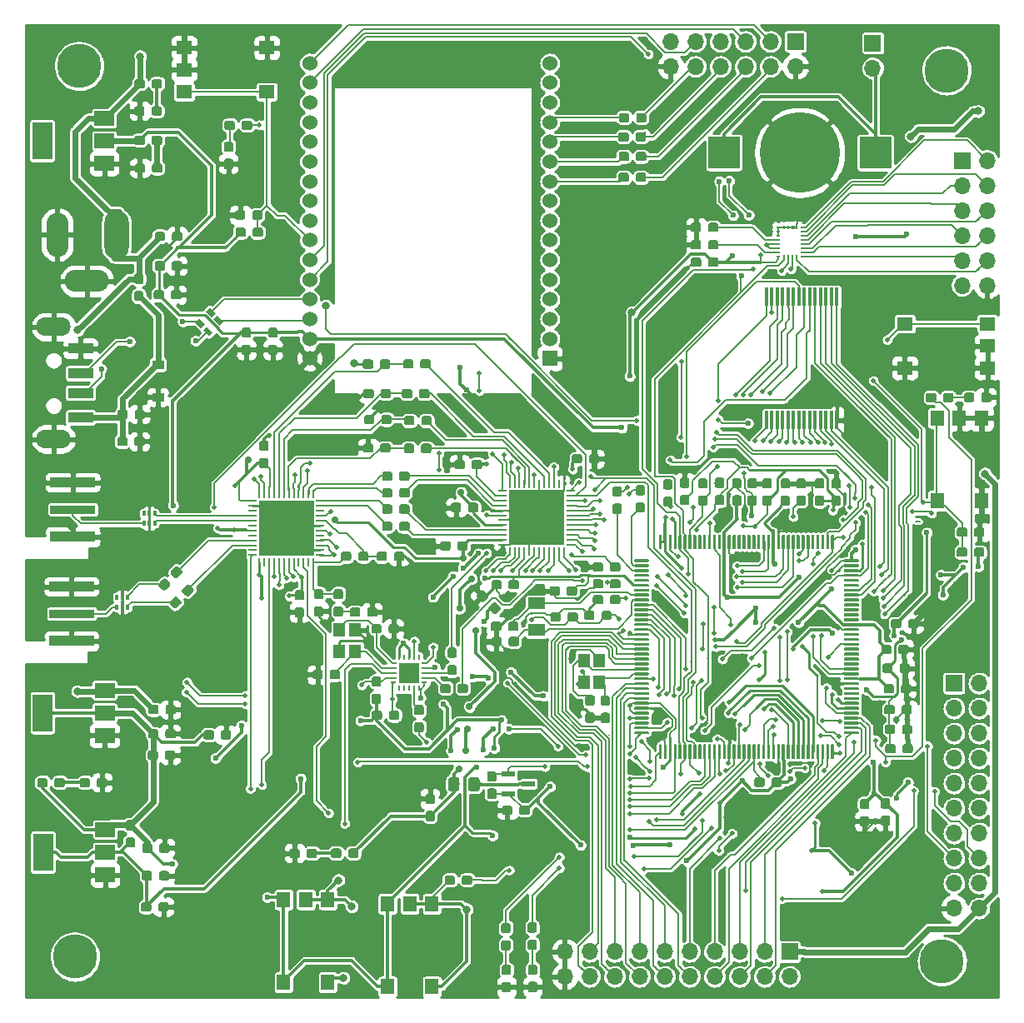
<source format=gtl>
G04 #@! TF.GenerationSoftware,KiCad,Pcbnew,6.0.0-unknown-cbea514~86~ubuntu18.04.1*
G04 #@! TF.CreationDate,2019-06-12T12:40:36-05:00*
G04 #@! TF.ProjectId,power,706f7765-722e-46b6-9963-61645f706362,rev?*
G04 #@! TF.SameCoordinates,Original*
G04 #@! TF.FileFunction,Copper,L1,Top*
G04 #@! TF.FilePolarity,Positive*
%FSLAX46Y46*%
G04 Gerber Fmt 4.6, Leading zero omitted, Abs format (unit mm)*
G04 Created by KiCad (PCBNEW 6.0.0-unknown-cbea514~86~ubuntu18.04.1) date 2019-06-12 12:40:36*
%MOMM*%
%LPD*%
G04 APERTURE LIST*
%ADD10O,4.500000X2.250000*%
%ADD11O,2.250000X4.500000*%
%ADD12O,2.500000X5.000000*%
%ADD13R,2.000000X1.500000*%
%ADD14R,2.000000X3.800000*%
%ADD15C,0.150000*%
%ADD16C,0.950000*%
%ADD17C,0.300000*%
%ADD18O,1.700000X1.700000*%
%ADD19R,1.700000X1.700000*%
%ADD20C,1.524000*%
%ADD21R,1.524000X1.524000*%
%ADD22R,5.588000X5.588000*%
%ADD23R,0.264800X0.807999*%
%ADD24R,0.807999X0.264800*%
%ADD25R,1.007999X0.264800*%
%ADD26R,0.380000X1.870000*%
%ADD27R,0.264800X0.907999*%
%ADD28R,1.198880X1.399540*%
%ADD29R,1.800000X1.200000*%
%ADD30R,0.260000X0.620000*%
%ADD31R,0.620000X0.260000*%
%ADD32R,2.000000X2.000000*%
%ADD33R,1.397000X1.600200*%
%ADD34R,1.600200X1.397000*%
%ADD35R,0.350000X0.230000*%
%ADD36R,0.230000X0.350000*%
%ADD37R,0.304800X0.508000*%
%ADD38R,1.320800X0.558800*%
%ADD39C,0.558800*%
%ADD40R,4.560000X0.850000*%
%ADD41R,4.560000X1.000000*%
%ADD42R,2.500000X1.100000*%
%ADD43O,3.500000X1.900000*%
%ADD44C,4.500000*%
%ADD45C,1.150000*%
%ADD46R,1.200000X0.900000*%
%ADD47R,3.200000X3.200000*%
%ADD48C,8.130000*%
%ADD49C,0.600000*%
%ADD50C,0.800000*%
%ADD51C,0.500000*%
%ADD52C,0.700000*%
%ADD53C,0.160000*%
%ADD54C,0.200000*%
%ADD55C,0.300000*%
%ADD56C,0.600000*%
%ADD57C,0.250000*%
G04 APERTURE END LIST*
D10*
X57861200Y-41630600D03*
D11*
X54861200Y-36930600D03*
D12*
X60861200Y-36930600D03*
D13*
X59639200Y-29683740D03*
X59639200Y-25083740D03*
X59639200Y-27383740D03*
D14*
X53339200Y-27383740D03*
D13*
X59723420Y-101987380D03*
X59723420Y-97387380D03*
X59723420Y-99687380D03*
D14*
X53423420Y-99687380D03*
D13*
X59670080Y-87814180D03*
X59670080Y-83214180D03*
X59670080Y-85514180D03*
D14*
X53370080Y-85514180D03*
D15*
G36*
X72385321Y-87298074D02*
G01*
X72465218Y-87356122D01*
X72514597Y-87441649D01*
X72526221Y-87515041D01*
X72526221Y-87990041D01*
X72505688Y-88086641D01*
X72447640Y-88166538D01*
X72362113Y-88215917D01*
X72288721Y-88227541D01*
X71713721Y-88227541D01*
X71617121Y-88207008D01*
X71537224Y-88148960D01*
X71487845Y-88063433D01*
X71476221Y-87990041D01*
X71476221Y-87515041D01*
X71496754Y-87418441D01*
X71554802Y-87338544D01*
X71640329Y-87289165D01*
X71713721Y-87277541D01*
X72288721Y-87277541D01*
X72385321Y-87298074D01*
X72385321Y-87298074D01*
G37*
D16*
X72001221Y-87752541D03*
D15*
G36*
X70635321Y-87298074D02*
G01*
X70715218Y-87356122D01*
X70764597Y-87441649D01*
X70776221Y-87515041D01*
X70776221Y-87990041D01*
X70755688Y-88086641D01*
X70697640Y-88166538D01*
X70612113Y-88215917D01*
X70538721Y-88227541D01*
X69963721Y-88227541D01*
X69867121Y-88207008D01*
X69787224Y-88148960D01*
X69737845Y-88063433D01*
X69726221Y-87990041D01*
X69726221Y-87515041D01*
X69746754Y-87418441D01*
X69804802Y-87338544D01*
X69890329Y-87289165D01*
X69963721Y-87277541D01*
X70538721Y-87277541D01*
X70635321Y-87298074D01*
X70635321Y-87298074D01*
G37*
D16*
X70251221Y-87752541D03*
D15*
G36*
X116277033Y-67413467D02*
G01*
X116299000Y-67466500D01*
X116299000Y-68791500D01*
X116277033Y-68844533D01*
X116224000Y-68866500D01*
X116074000Y-68866500D01*
X116020967Y-68844533D01*
X115999000Y-68791500D01*
X115999000Y-67466500D01*
X116020967Y-67413467D01*
X116074000Y-67391500D01*
X116224000Y-67391500D01*
X116277033Y-67413467D01*
X116277033Y-67413467D01*
G37*
D17*
X116149000Y-68129000D03*
D15*
G36*
X116777033Y-67413467D02*
G01*
X116799000Y-67466500D01*
X116799000Y-68791500D01*
X116777033Y-68844533D01*
X116724000Y-68866500D01*
X116574000Y-68866500D01*
X116520967Y-68844533D01*
X116499000Y-68791500D01*
X116499000Y-67466500D01*
X116520967Y-67413467D01*
X116574000Y-67391500D01*
X116724000Y-67391500D01*
X116777033Y-67413467D01*
X116777033Y-67413467D01*
G37*
D17*
X116649000Y-68129000D03*
D15*
G36*
X117277033Y-67413467D02*
G01*
X117299000Y-67466500D01*
X117299000Y-68791500D01*
X117277033Y-68844533D01*
X117224000Y-68866500D01*
X117074000Y-68866500D01*
X117020967Y-68844533D01*
X116999000Y-68791500D01*
X116999000Y-67466500D01*
X117020967Y-67413467D01*
X117074000Y-67391500D01*
X117224000Y-67391500D01*
X117277033Y-67413467D01*
X117277033Y-67413467D01*
G37*
D17*
X117149000Y-68129000D03*
D15*
G36*
X117777033Y-67413467D02*
G01*
X117799000Y-67466500D01*
X117799000Y-68791500D01*
X117777033Y-68844533D01*
X117724000Y-68866500D01*
X117574000Y-68866500D01*
X117520967Y-68844533D01*
X117499000Y-68791500D01*
X117499000Y-67466500D01*
X117520967Y-67413467D01*
X117574000Y-67391500D01*
X117724000Y-67391500D01*
X117777033Y-67413467D01*
X117777033Y-67413467D01*
G37*
D17*
X117649000Y-68129000D03*
D15*
G36*
X118277033Y-67413467D02*
G01*
X118299000Y-67466500D01*
X118299000Y-68791500D01*
X118277033Y-68844533D01*
X118224000Y-68866500D01*
X118074000Y-68866500D01*
X118020967Y-68844533D01*
X117999000Y-68791500D01*
X117999000Y-67466500D01*
X118020967Y-67413467D01*
X118074000Y-67391500D01*
X118224000Y-67391500D01*
X118277033Y-67413467D01*
X118277033Y-67413467D01*
G37*
D17*
X118149000Y-68129000D03*
D15*
G36*
X118777033Y-67413467D02*
G01*
X118799000Y-67466500D01*
X118799000Y-68791500D01*
X118777033Y-68844533D01*
X118724000Y-68866500D01*
X118574000Y-68866500D01*
X118520967Y-68844533D01*
X118499000Y-68791500D01*
X118499000Y-67466500D01*
X118520967Y-67413467D01*
X118574000Y-67391500D01*
X118724000Y-67391500D01*
X118777033Y-67413467D01*
X118777033Y-67413467D01*
G37*
D17*
X118649000Y-68129000D03*
D15*
G36*
X119277033Y-67413467D02*
G01*
X119299000Y-67466500D01*
X119299000Y-68791500D01*
X119277033Y-68844533D01*
X119224000Y-68866500D01*
X119074000Y-68866500D01*
X119020967Y-68844533D01*
X118999000Y-68791500D01*
X118999000Y-67466500D01*
X119020967Y-67413467D01*
X119074000Y-67391500D01*
X119224000Y-67391500D01*
X119277033Y-67413467D01*
X119277033Y-67413467D01*
G37*
D17*
X119149000Y-68129000D03*
D15*
G36*
X119777033Y-67413467D02*
G01*
X119799000Y-67466500D01*
X119799000Y-68791500D01*
X119777033Y-68844533D01*
X119724000Y-68866500D01*
X119574000Y-68866500D01*
X119520967Y-68844533D01*
X119499000Y-68791500D01*
X119499000Y-67466500D01*
X119520967Y-67413467D01*
X119574000Y-67391500D01*
X119724000Y-67391500D01*
X119777033Y-67413467D01*
X119777033Y-67413467D01*
G37*
D17*
X119649000Y-68129000D03*
D15*
G36*
X120277033Y-67413467D02*
G01*
X120299000Y-67466500D01*
X120299000Y-68791500D01*
X120277033Y-68844533D01*
X120224000Y-68866500D01*
X120074000Y-68866500D01*
X120020967Y-68844533D01*
X119999000Y-68791500D01*
X119999000Y-67466500D01*
X120020967Y-67413467D01*
X120074000Y-67391500D01*
X120224000Y-67391500D01*
X120277033Y-67413467D01*
X120277033Y-67413467D01*
G37*
D17*
X120149000Y-68129000D03*
D15*
G36*
X120777033Y-67413467D02*
G01*
X120799000Y-67466500D01*
X120799000Y-68791500D01*
X120777033Y-68844533D01*
X120724000Y-68866500D01*
X120574000Y-68866500D01*
X120520967Y-68844533D01*
X120499000Y-68791500D01*
X120499000Y-67466500D01*
X120520967Y-67413467D01*
X120574000Y-67391500D01*
X120724000Y-67391500D01*
X120777033Y-67413467D01*
X120777033Y-67413467D01*
G37*
D17*
X120649000Y-68129000D03*
D15*
G36*
X121277033Y-67413467D02*
G01*
X121299000Y-67466500D01*
X121299000Y-68791500D01*
X121277033Y-68844533D01*
X121224000Y-68866500D01*
X121074000Y-68866500D01*
X121020967Y-68844533D01*
X120999000Y-68791500D01*
X120999000Y-67466500D01*
X121020967Y-67413467D01*
X121074000Y-67391500D01*
X121224000Y-67391500D01*
X121277033Y-67413467D01*
X121277033Y-67413467D01*
G37*
D17*
X121149000Y-68129000D03*
D15*
G36*
X121777033Y-67413467D02*
G01*
X121799000Y-67466500D01*
X121799000Y-68791500D01*
X121777033Y-68844533D01*
X121724000Y-68866500D01*
X121574000Y-68866500D01*
X121520967Y-68844533D01*
X121499000Y-68791500D01*
X121499000Y-67466500D01*
X121520967Y-67413467D01*
X121574000Y-67391500D01*
X121724000Y-67391500D01*
X121777033Y-67413467D01*
X121777033Y-67413467D01*
G37*
D17*
X121649000Y-68129000D03*
D15*
G36*
X122277033Y-67413467D02*
G01*
X122299000Y-67466500D01*
X122299000Y-68791500D01*
X122277033Y-68844533D01*
X122224000Y-68866500D01*
X122074000Y-68866500D01*
X122020967Y-68844533D01*
X121999000Y-68791500D01*
X121999000Y-67466500D01*
X122020967Y-67413467D01*
X122074000Y-67391500D01*
X122224000Y-67391500D01*
X122277033Y-67413467D01*
X122277033Y-67413467D01*
G37*
D17*
X122149000Y-68129000D03*
D15*
G36*
X122777033Y-67413467D02*
G01*
X122799000Y-67466500D01*
X122799000Y-68791500D01*
X122777033Y-68844533D01*
X122724000Y-68866500D01*
X122574000Y-68866500D01*
X122520967Y-68844533D01*
X122499000Y-68791500D01*
X122499000Y-67466500D01*
X122520967Y-67413467D01*
X122574000Y-67391500D01*
X122724000Y-67391500D01*
X122777033Y-67413467D01*
X122777033Y-67413467D01*
G37*
D17*
X122649000Y-68129000D03*
D15*
G36*
X123277033Y-67413467D02*
G01*
X123299000Y-67466500D01*
X123299000Y-68791500D01*
X123277033Y-68844533D01*
X123224000Y-68866500D01*
X123074000Y-68866500D01*
X123020967Y-68844533D01*
X122999000Y-68791500D01*
X122999000Y-67466500D01*
X123020967Y-67413467D01*
X123074000Y-67391500D01*
X123224000Y-67391500D01*
X123277033Y-67413467D01*
X123277033Y-67413467D01*
G37*
D17*
X123149000Y-68129000D03*
D15*
G36*
X123777033Y-67413467D02*
G01*
X123799000Y-67466500D01*
X123799000Y-68791500D01*
X123777033Y-68844533D01*
X123724000Y-68866500D01*
X123574000Y-68866500D01*
X123520967Y-68844533D01*
X123499000Y-68791500D01*
X123499000Y-67466500D01*
X123520967Y-67413467D01*
X123574000Y-67391500D01*
X123724000Y-67391500D01*
X123777033Y-67413467D01*
X123777033Y-67413467D01*
G37*
D17*
X123649000Y-68129000D03*
D15*
G36*
X124277033Y-67413467D02*
G01*
X124299000Y-67466500D01*
X124299000Y-68791500D01*
X124277033Y-68844533D01*
X124224000Y-68866500D01*
X124074000Y-68866500D01*
X124020967Y-68844533D01*
X123999000Y-68791500D01*
X123999000Y-67466500D01*
X124020967Y-67413467D01*
X124074000Y-67391500D01*
X124224000Y-67391500D01*
X124277033Y-67413467D01*
X124277033Y-67413467D01*
G37*
D17*
X124149000Y-68129000D03*
D15*
G36*
X124777033Y-67413467D02*
G01*
X124799000Y-67466500D01*
X124799000Y-68791500D01*
X124777033Y-68844533D01*
X124724000Y-68866500D01*
X124574000Y-68866500D01*
X124520967Y-68844533D01*
X124499000Y-68791500D01*
X124499000Y-67466500D01*
X124520967Y-67413467D01*
X124574000Y-67391500D01*
X124724000Y-67391500D01*
X124777033Y-67413467D01*
X124777033Y-67413467D01*
G37*
D17*
X124649000Y-68129000D03*
D15*
G36*
X125277033Y-67413467D02*
G01*
X125299000Y-67466500D01*
X125299000Y-68791500D01*
X125277033Y-68844533D01*
X125224000Y-68866500D01*
X125074000Y-68866500D01*
X125020967Y-68844533D01*
X124999000Y-68791500D01*
X124999000Y-67466500D01*
X125020967Y-67413467D01*
X125074000Y-67391500D01*
X125224000Y-67391500D01*
X125277033Y-67413467D01*
X125277033Y-67413467D01*
G37*
D17*
X125149000Y-68129000D03*
D15*
G36*
X125777033Y-67413467D02*
G01*
X125799000Y-67466500D01*
X125799000Y-68791500D01*
X125777033Y-68844533D01*
X125724000Y-68866500D01*
X125574000Y-68866500D01*
X125520967Y-68844533D01*
X125499000Y-68791500D01*
X125499000Y-67466500D01*
X125520967Y-67413467D01*
X125574000Y-67391500D01*
X125724000Y-67391500D01*
X125777033Y-67413467D01*
X125777033Y-67413467D01*
G37*
D17*
X125649000Y-68129000D03*
D15*
G36*
X126277033Y-67413467D02*
G01*
X126299000Y-67466500D01*
X126299000Y-68791500D01*
X126277033Y-68844533D01*
X126224000Y-68866500D01*
X126074000Y-68866500D01*
X126020967Y-68844533D01*
X125999000Y-68791500D01*
X125999000Y-67466500D01*
X126020967Y-67413467D01*
X126074000Y-67391500D01*
X126224000Y-67391500D01*
X126277033Y-67413467D01*
X126277033Y-67413467D01*
G37*
D17*
X126149000Y-68129000D03*
D15*
G36*
X126777033Y-67413467D02*
G01*
X126799000Y-67466500D01*
X126799000Y-68791500D01*
X126777033Y-68844533D01*
X126724000Y-68866500D01*
X126574000Y-68866500D01*
X126520967Y-68844533D01*
X126499000Y-68791500D01*
X126499000Y-67466500D01*
X126520967Y-67413467D01*
X126574000Y-67391500D01*
X126724000Y-67391500D01*
X126777033Y-67413467D01*
X126777033Y-67413467D01*
G37*
D17*
X126649000Y-68129000D03*
D15*
G36*
X127277033Y-67413467D02*
G01*
X127299000Y-67466500D01*
X127299000Y-68791500D01*
X127277033Y-68844533D01*
X127224000Y-68866500D01*
X127074000Y-68866500D01*
X127020967Y-68844533D01*
X126999000Y-68791500D01*
X126999000Y-67466500D01*
X127020967Y-67413467D01*
X127074000Y-67391500D01*
X127224000Y-67391500D01*
X127277033Y-67413467D01*
X127277033Y-67413467D01*
G37*
D17*
X127149000Y-68129000D03*
D15*
G36*
X127777033Y-67413467D02*
G01*
X127799000Y-67466500D01*
X127799000Y-68791500D01*
X127777033Y-68844533D01*
X127724000Y-68866500D01*
X127574000Y-68866500D01*
X127520967Y-68844533D01*
X127499000Y-68791500D01*
X127499000Y-67466500D01*
X127520967Y-67413467D01*
X127574000Y-67391500D01*
X127724000Y-67391500D01*
X127777033Y-67413467D01*
X127777033Y-67413467D01*
G37*
D17*
X127649000Y-68129000D03*
D15*
G36*
X128277033Y-67413467D02*
G01*
X128299000Y-67466500D01*
X128299000Y-68791500D01*
X128277033Y-68844533D01*
X128224000Y-68866500D01*
X128074000Y-68866500D01*
X128020967Y-68844533D01*
X127999000Y-68791500D01*
X127999000Y-67466500D01*
X128020967Y-67413467D01*
X128074000Y-67391500D01*
X128224000Y-67391500D01*
X128277033Y-67413467D01*
X128277033Y-67413467D01*
G37*
D17*
X128149000Y-68129000D03*
D15*
G36*
X128777033Y-67413467D02*
G01*
X128799000Y-67466500D01*
X128799000Y-68791500D01*
X128777033Y-68844533D01*
X128724000Y-68866500D01*
X128574000Y-68866500D01*
X128520967Y-68844533D01*
X128499000Y-68791500D01*
X128499000Y-67466500D01*
X128520967Y-67413467D01*
X128574000Y-67391500D01*
X128724000Y-67391500D01*
X128777033Y-67413467D01*
X128777033Y-67413467D01*
G37*
D17*
X128649000Y-68129000D03*
D15*
G36*
X129277033Y-67413467D02*
G01*
X129299000Y-67466500D01*
X129299000Y-68791500D01*
X129277033Y-68844533D01*
X129224000Y-68866500D01*
X129074000Y-68866500D01*
X129020967Y-68844533D01*
X128999000Y-68791500D01*
X128999000Y-67466500D01*
X129020967Y-67413467D01*
X129074000Y-67391500D01*
X129224000Y-67391500D01*
X129277033Y-67413467D01*
X129277033Y-67413467D01*
G37*
D17*
X129149000Y-68129000D03*
D15*
G36*
X129777033Y-67413467D02*
G01*
X129799000Y-67466500D01*
X129799000Y-68791500D01*
X129777033Y-68844533D01*
X129724000Y-68866500D01*
X129574000Y-68866500D01*
X129520967Y-68844533D01*
X129499000Y-68791500D01*
X129499000Y-67466500D01*
X129520967Y-67413467D01*
X129574000Y-67391500D01*
X129724000Y-67391500D01*
X129777033Y-67413467D01*
X129777033Y-67413467D01*
G37*
D17*
X129649000Y-68129000D03*
D15*
G36*
X130277033Y-67413467D02*
G01*
X130299000Y-67466500D01*
X130299000Y-68791500D01*
X130277033Y-68844533D01*
X130224000Y-68866500D01*
X130074000Y-68866500D01*
X130020967Y-68844533D01*
X129999000Y-68791500D01*
X129999000Y-67466500D01*
X130020967Y-67413467D01*
X130074000Y-67391500D01*
X130224000Y-67391500D01*
X130277033Y-67413467D01*
X130277033Y-67413467D01*
G37*
D17*
X130149000Y-68129000D03*
D15*
G36*
X130777033Y-67413467D02*
G01*
X130799000Y-67466500D01*
X130799000Y-68791500D01*
X130777033Y-68844533D01*
X130724000Y-68866500D01*
X130574000Y-68866500D01*
X130520967Y-68844533D01*
X130499000Y-68791500D01*
X130499000Y-67466500D01*
X130520967Y-67413467D01*
X130574000Y-67391500D01*
X130724000Y-67391500D01*
X130777033Y-67413467D01*
X130777033Y-67413467D01*
G37*
D17*
X130649000Y-68129000D03*
D15*
G36*
X131277033Y-67413467D02*
G01*
X131299000Y-67466500D01*
X131299000Y-68791500D01*
X131277033Y-68844533D01*
X131224000Y-68866500D01*
X131074000Y-68866500D01*
X131020967Y-68844533D01*
X130999000Y-68791500D01*
X130999000Y-67466500D01*
X131020967Y-67413467D01*
X131074000Y-67391500D01*
X131224000Y-67391500D01*
X131277033Y-67413467D01*
X131277033Y-67413467D01*
G37*
D17*
X131149000Y-68129000D03*
D15*
G36*
X131777033Y-67413467D02*
G01*
X131799000Y-67466500D01*
X131799000Y-68791500D01*
X131777033Y-68844533D01*
X131724000Y-68866500D01*
X131574000Y-68866500D01*
X131520967Y-68844533D01*
X131499000Y-68791500D01*
X131499000Y-67466500D01*
X131520967Y-67413467D01*
X131574000Y-67391500D01*
X131724000Y-67391500D01*
X131777033Y-67413467D01*
X131777033Y-67413467D01*
G37*
D17*
X131649000Y-68129000D03*
D15*
G36*
X132277033Y-67413467D02*
G01*
X132299000Y-67466500D01*
X132299000Y-68791500D01*
X132277033Y-68844533D01*
X132224000Y-68866500D01*
X132074000Y-68866500D01*
X132020967Y-68844533D01*
X131999000Y-68791500D01*
X131999000Y-67466500D01*
X132020967Y-67413467D01*
X132074000Y-67391500D01*
X132224000Y-67391500D01*
X132277033Y-67413467D01*
X132277033Y-67413467D01*
G37*
D17*
X132149000Y-68129000D03*
D15*
G36*
X132777033Y-67413467D02*
G01*
X132799000Y-67466500D01*
X132799000Y-68791500D01*
X132777033Y-68844533D01*
X132724000Y-68866500D01*
X132574000Y-68866500D01*
X132520967Y-68844533D01*
X132499000Y-68791500D01*
X132499000Y-67466500D01*
X132520967Y-67413467D01*
X132574000Y-67391500D01*
X132724000Y-67391500D01*
X132777033Y-67413467D01*
X132777033Y-67413467D01*
G37*
D17*
X132649000Y-68129000D03*
D15*
G36*
X133277033Y-67413467D02*
G01*
X133299000Y-67466500D01*
X133299000Y-68791500D01*
X133277033Y-68844533D01*
X133224000Y-68866500D01*
X133074000Y-68866500D01*
X133020967Y-68844533D01*
X132999000Y-68791500D01*
X132999000Y-67466500D01*
X133020967Y-67413467D01*
X133074000Y-67391500D01*
X133224000Y-67391500D01*
X133277033Y-67413467D01*
X133277033Y-67413467D01*
G37*
D17*
X133149000Y-68129000D03*
D15*
G36*
X133777033Y-67413467D02*
G01*
X133799000Y-67466500D01*
X133799000Y-68791500D01*
X133777033Y-68844533D01*
X133724000Y-68866500D01*
X133574000Y-68866500D01*
X133520967Y-68844533D01*
X133499000Y-68791500D01*
X133499000Y-67466500D01*
X133520967Y-67413467D01*
X133574000Y-67391500D01*
X133724000Y-67391500D01*
X133777033Y-67413467D01*
X133777033Y-67413467D01*
G37*
D17*
X133649000Y-68129000D03*
D15*
G36*
X136277033Y-69913467D02*
G01*
X136299000Y-69966500D01*
X136299000Y-70116500D01*
X136277033Y-70169533D01*
X136224000Y-70191500D01*
X134899000Y-70191500D01*
X134845967Y-70169533D01*
X134824000Y-70116500D01*
X134824000Y-69966500D01*
X134845967Y-69913467D01*
X134899000Y-69891500D01*
X136224000Y-69891500D01*
X136277033Y-69913467D01*
X136277033Y-69913467D01*
G37*
D17*
X135561500Y-70041500D03*
D15*
G36*
X136277033Y-70413467D02*
G01*
X136299000Y-70466500D01*
X136299000Y-70616500D01*
X136277033Y-70669533D01*
X136224000Y-70691500D01*
X134899000Y-70691500D01*
X134845967Y-70669533D01*
X134824000Y-70616500D01*
X134824000Y-70466500D01*
X134845967Y-70413467D01*
X134899000Y-70391500D01*
X136224000Y-70391500D01*
X136277033Y-70413467D01*
X136277033Y-70413467D01*
G37*
D17*
X135561500Y-70541500D03*
D15*
G36*
X136277033Y-70913467D02*
G01*
X136299000Y-70966500D01*
X136299000Y-71116500D01*
X136277033Y-71169533D01*
X136224000Y-71191500D01*
X134899000Y-71191500D01*
X134845967Y-71169533D01*
X134824000Y-71116500D01*
X134824000Y-70966500D01*
X134845967Y-70913467D01*
X134899000Y-70891500D01*
X136224000Y-70891500D01*
X136277033Y-70913467D01*
X136277033Y-70913467D01*
G37*
D17*
X135561500Y-71041500D03*
D15*
G36*
X136277033Y-71413467D02*
G01*
X136299000Y-71466500D01*
X136299000Y-71616500D01*
X136277033Y-71669533D01*
X136224000Y-71691500D01*
X134899000Y-71691500D01*
X134845967Y-71669533D01*
X134824000Y-71616500D01*
X134824000Y-71466500D01*
X134845967Y-71413467D01*
X134899000Y-71391500D01*
X136224000Y-71391500D01*
X136277033Y-71413467D01*
X136277033Y-71413467D01*
G37*
D17*
X135561500Y-71541500D03*
D15*
G36*
X136277033Y-71913467D02*
G01*
X136299000Y-71966500D01*
X136299000Y-72116500D01*
X136277033Y-72169533D01*
X136224000Y-72191500D01*
X134899000Y-72191500D01*
X134845967Y-72169533D01*
X134824000Y-72116500D01*
X134824000Y-71966500D01*
X134845967Y-71913467D01*
X134899000Y-71891500D01*
X136224000Y-71891500D01*
X136277033Y-71913467D01*
X136277033Y-71913467D01*
G37*
D17*
X135561500Y-72041500D03*
D15*
G36*
X136277033Y-72413467D02*
G01*
X136299000Y-72466500D01*
X136299000Y-72616500D01*
X136277033Y-72669533D01*
X136224000Y-72691500D01*
X134899000Y-72691500D01*
X134845967Y-72669533D01*
X134824000Y-72616500D01*
X134824000Y-72466500D01*
X134845967Y-72413467D01*
X134899000Y-72391500D01*
X136224000Y-72391500D01*
X136277033Y-72413467D01*
X136277033Y-72413467D01*
G37*
D17*
X135561500Y-72541500D03*
D15*
G36*
X136277033Y-72913467D02*
G01*
X136299000Y-72966500D01*
X136299000Y-73116500D01*
X136277033Y-73169533D01*
X136224000Y-73191500D01*
X134899000Y-73191500D01*
X134845967Y-73169533D01*
X134824000Y-73116500D01*
X134824000Y-72966500D01*
X134845967Y-72913467D01*
X134899000Y-72891500D01*
X136224000Y-72891500D01*
X136277033Y-72913467D01*
X136277033Y-72913467D01*
G37*
D17*
X135561500Y-73041500D03*
D15*
G36*
X136277033Y-73413467D02*
G01*
X136299000Y-73466500D01*
X136299000Y-73616500D01*
X136277033Y-73669533D01*
X136224000Y-73691500D01*
X134899000Y-73691500D01*
X134845967Y-73669533D01*
X134824000Y-73616500D01*
X134824000Y-73466500D01*
X134845967Y-73413467D01*
X134899000Y-73391500D01*
X136224000Y-73391500D01*
X136277033Y-73413467D01*
X136277033Y-73413467D01*
G37*
D17*
X135561500Y-73541500D03*
D15*
G36*
X136277033Y-73913467D02*
G01*
X136299000Y-73966500D01*
X136299000Y-74116500D01*
X136277033Y-74169533D01*
X136224000Y-74191500D01*
X134899000Y-74191500D01*
X134845967Y-74169533D01*
X134824000Y-74116500D01*
X134824000Y-73966500D01*
X134845967Y-73913467D01*
X134899000Y-73891500D01*
X136224000Y-73891500D01*
X136277033Y-73913467D01*
X136277033Y-73913467D01*
G37*
D17*
X135561500Y-74041500D03*
D15*
G36*
X136277033Y-74413467D02*
G01*
X136299000Y-74466500D01*
X136299000Y-74616500D01*
X136277033Y-74669533D01*
X136224000Y-74691500D01*
X134899000Y-74691500D01*
X134845967Y-74669533D01*
X134824000Y-74616500D01*
X134824000Y-74466500D01*
X134845967Y-74413467D01*
X134899000Y-74391500D01*
X136224000Y-74391500D01*
X136277033Y-74413467D01*
X136277033Y-74413467D01*
G37*
D17*
X135561500Y-74541500D03*
D15*
G36*
X136277033Y-74913467D02*
G01*
X136299000Y-74966500D01*
X136299000Y-75116500D01*
X136277033Y-75169533D01*
X136224000Y-75191500D01*
X134899000Y-75191500D01*
X134845967Y-75169533D01*
X134824000Y-75116500D01*
X134824000Y-74966500D01*
X134845967Y-74913467D01*
X134899000Y-74891500D01*
X136224000Y-74891500D01*
X136277033Y-74913467D01*
X136277033Y-74913467D01*
G37*
D17*
X135561500Y-75041500D03*
D15*
G36*
X136277033Y-75413467D02*
G01*
X136299000Y-75466500D01*
X136299000Y-75616500D01*
X136277033Y-75669533D01*
X136224000Y-75691500D01*
X134899000Y-75691500D01*
X134845967Y-75669533D01*
X134824000Y-75616500D01*
X134824000Y-75466500D01*
X134845967Y-75413467D01*
X134899000Y-75391500D01*
X136224000Y-75391500D01*
X136277033Y-75413467D01*
X136277033Y-75413467D01*
G37*
D17*
X135561500Y-75541500D03*
D15*
G36*
X136277033Y-75913467D02*
G01*
X136299000Y-75966500D01*
X136299000Y-76116500D01*
X136277033Y-76169533D01*
X136224000Y-76191500D01*
X134899000Y-76191500D01*
X134845967Y-76169533D01*
X134824000Y-76116500D01*
X134824000Y-75966500D01*
X134845967Y-75913467D01*
X134899000Y-75891500D01*
X136224000Y-75891500D01*
X136277033Y-75913467D01*
X136277033Y-75913467D01*
G37*
D17*
X135561500Y-76041500D03*
D15*
G36*
X136277033Y-76413467D02*
G01*
X136299000Y-76466500D01*
X136299000Y-76616500D01*
X136277033Y-76669533D01*
X136224000Y-76691500D01*
X134899000Y-76691500D01*
X134845967Y-76669533D01*
X134824000Y-76616500D01*
X134824000Y-76466500D01*
X134845967Y-76413467D01*
X134899000Y-76391500D01*
X136224000Y-76391500D01*
X136277033Y-76413467D01*
X136277033Y-76413467D01*
G37*
D17*
X135561500Y-76541500D03*
D15*
G36*
X136277033Y-76913467D02*
G01*
X136299000Y-76966500D01*
X136299000Y-77116500D01*
X136277033Y-77169533D01*
X136224000Y-77191500D01*
X134899000Y-77191500D01*
X134845967Y-77169533D01*
X134824000Y-77116500D01*
X134824000Y-76966500D01*
X134845967Y-76913467D01*
X134899000Y-76891500D01*
X136224000Y-76891500D01*
X136277033Y-76913467D01*
X136277033Y-76913467D01*
G37*
D17*
X135561500Y-77041500D03*
D15*
G36*
X136277033Y-77413467D02*
G01*
X136299000Y-77466500D01*
X136299000Y-77616500D01*
X136277033Y-77669533D01*
X136224000Y-77691500D01*
X134899000Y-77691500D01*
X134845967Y-77669533D01*
X134824000Y-77616500D01*
X134824000Y-77466500D01*
X134845967Y-77413467D01*
X134899000Y-77391500D01*
X136224000Y-77391500D01*
X136277033Y-77413467D01*
X136277033Y-77413467D01*
G37*
D17*
X135561500Y-77541500D03*
D15*
G36*
X136277033Y-77913467D02*
G01*
X136299000Y-77966500D01*
X136299000Y-78116500D01*
X136277033Y-78169533D01*
X136224000Y-78191500D01*
X134899000Y-78191500D01*
X134845967Y-78169533D01*
X134824000Y-78116500D01*
X134824000Y-77966500D01*
X134845967Y-77913467D01*
X134899000Y-77891500D01*
X136224000Y-77891500D01*
X136277033Y-77913467D01*
X136277033Y-77913467D01*
G37*
D17*
X135561500Y-78041500D03*
D15*
G36*
X136277033Y-78413467D02*
G01*
X136299000Y-78466500D01*
X136299000Y-78616500D01*
X136277033Y-78669533D01*
X136224000Y-78691500D01*
X134899000Y-78691500D01*
X134845967Y-78669533D01*
X134824000Y-78616500D01*
X134824000Y-78466500D01*
X134845967Y-78413467D01*
X134899000Y-78391500D01*
X136224000Y-78391500D01*
X136277033Y-78413467D01*
X136277033Y-78413467D01*
G37*
D17*
X135561500Y-78541500D03*
D15*
G36*
X136277033Y-78913467D02*
G01*
X136299000Y-78966500D01*
X136299000Y-79116500D01*
X136277033Y-79169533D01*
X136224000Y-79191500D01*
X134899000Y-79191500D01*
X134845967Y-79169533D01*
X134824000Y-79116500D01*
X134824000Y-78966500D01*
X134845967Y-78913467D01*
X134899000Y-78891500D01*
X136224000Y-78891500D01*
X136277033Y-78913467D01*
X136277033Y-78913467D01*
G37*
D17*
X135561500Y-79041500D03*
D15*
G36*
X136277033Y-79413467D02*
G01*
X136299000Y-79466500D01*
X136299000Y-79616500D01*
X136277033Y-79669533D01*
X136224000Y-79691500D01*
X134899000Y-79691500D01*
X134845967Y-79669533D01*
X134824000Y-79616500D01*
X134824000Y-79466500D01*
X134845967Y-79413467D01*
X134899000Y-79391500D01*
X136224000Y-79391500D01*
X136277033Y-79413467D01*
X136277033Y-79413467D01*
G37*
D17*
X135561500Y-79541500D03*
D15*
G36*
X136277033Y-79913467D02*
G01*
X136299000Y-79966500D01*
X136299000Y-80116500D01*
X136277033Y-80169533D01*
X136224000Y-80191500D01*
X134899000Y-80191500D01*
X134845967Y-80169533D01*
X134824000Y-80116500D01*
X134824000Y-79966500D01*
X134845967Y-79913467D01*
X134899000Y-79891500D01*
X136224000Y-79891500D01*
X136277033Y-79913467D01*
X136277033Y-79913467D01*
G37*
D17*
X135561500Y-80041500D03*
D15*
G36*
X136277033Y-80413467D02*
G01*
X136299000Y-80466500D01*
X136299000Y-80616500D01*
X136277033Y-80669533D01*
X136224000Y-80691500D01*
X134899000Y-80691500D01*
X134845967Y-80669533D01*
X134824000Y-80616500D01*
X134824000Y-80466500D01*
X134845967Y-80413467D01*
X134899000Y-80391500D01*
X136224000Y-80391500D01*
X136277033Y-80413467D01*
X136277033Y-80413467D01*
G37*
D17*
X135561500Y-80541500D03*
D15*
G36*
X136277033Y-80913467D02*
G01*
X136299000Y-80966500D01*
X136299000Y-81116500D01*
X136277033Y-81169533D01*
X136224000Y-81191500D01*
X134899000Y-81191500D01*
X134845967Y-81169533D01*
X134824000Y-81116500D01*
X134824000Y-80966500D01*
X134845967Y-80913467D01*
X134899000Y-80891500D01*
X136224000Y-80891500D01*
X136277033Y-80913467D01*
X136277033Y-80913467D01*
G37*
D17*
X135561500Y-81041500D03*
D15*
G36*
X136277033Y-81413467D02*
G01*
X136299000Y-81466500D01*
X136299000Y-81616500D01*
X136277033Y-81669533D01*
X136224000Y-81691500D01*
X134899000Y-81691500D01*
X134845967Y-81669533D01*
X134824000Y-81616500D01*
X134824000Y-81466500D01*
X134845967Y-81413467D01*
X134899000Y-81391500D01*
X136224000Y-81391500D01*
X136277033Y-81413467D01*
X136277033Y-81413467D01*
G37*
D17*
X135561500Y-81541500D03*
D15*
G36*
X136277033Y-81913467D02*
G01*
X136299000Y-81966500D01*
X136299000Y-82116500D01*
X136277033Y-82169533D01*
X136224000Y-82191500D01*
X134899000Y-82191500D01*
X134845967Y-82169533D01*
X134824000Y-82116500D01*
X134824000Y-81966500D01*
X134845967Y-81913467D01*
X134899000Y-81891500D01*
X136224000Y-81891500D01*
X136277033Y-81913467D01*
X136277033Y-81913467D01*
G37*
D17*
X135561500Y-82041500D03*
D15*
G36*
X136277033Y-82413467D02*
G01*
X136299000Y-82466500D01*
X136299000Y-82616500D01*
X136277033Y-82669533D01*
X136224000Y-82691500D01*
X134899000Y-82691500D01*
X134845967Y-82669533D01*
X134824000Y-82616500D01*
X134824000Y-82466500D01*
X134845967Y-82413467D01*
X134899000Y-82391500D01*
X136224000Y-82391500D01*
X136277033Y-82413467D01*
X136277033Y-82413467D01*
G37*
D17*
X135561500Y-82541500D03*
D15*
G36*
X136277033Y-82913467D02*
G01*
X136299000Y-82966500D01*
X136299000Y-83116500D01*
X136277033Y-83169533D01*
X136224000Y-83191500D01*
X134899000Y-83191500D01*
X134845967Y-83169533D01*
X134824000Y-83116500D01*
X134824000Y-82966500D01*
X134845967Y-82913467D01*
X134899000Y-82891500D01*
X136224000Y-82891500D01*
X136277033Y-82913467D01*
X136277033Y-82913467D01*
G37*
D17*
X135561500Y-83041500D03*
D15*
G36*
X136277033Y-83413467D02*
G01*
X136299000Y-83466500D01*
X136299000Y-83616500D01*
X136277033Y-83669533D01*
X136224000Y-83691500D01*
X134899000Y-83691500D01*
X134845967Y-83669533D01*
X134824000Y-83616500D01*
X134824000Y-83466500D01*
X134845967Y-83413467D01*
X134899000Y-83391500D01*
X136224000Y-83391500D01*
X136277033Y-83413467D01*
X136277033Y-83413467D01*
G37*
D17*
X135561500Y-83541500D03*
D15*
G36*
X136277033Y-83913467D02*
G01*
X136299000Y-83966500D01*
X136299000Y-84116500D01*
X136277033Y-84169533D01*
X136224000Y-84191500D01*
X134899000Y-84191500D01*
X134845967Y-84169533D01*
X134824000Y-84116500D01*
X134824000Y-83966500D01*
X134845967Y-83913467D01*
X134899000Y-83891500D01*
X136224000Y-83891500D01*
X136277033Y-83913467D01*
X136277033Y-83913467D01*
G37*
D17*
X135561500Y-84041500D03*
D15*
G36*
X136277033Y-84413467D02*
G01*
X136299000Y-84466500D01*
X136299000Y-84616500D01*
X136277033Y-84669533D01*
X136224000Y-84691500D01*
X134899000Y-84691500D01*
X134845967Y-84669533D01*
X134824000Y-84616500D01*
X134824000Y-84466500D01*
X134845967Y-84413467D01*
X134899000Y-84391500D01*
X136224000Y-84391500D01*
X136277033Y-84413467D01*
X136277033Y-84413467D01*
G37*
D17*
X135561500Y-84541500D03*
D15*
G36*
X136277033Y-84913467D02*
G01*
X136299000Y-84966500D01*
X136299000Y-85116500D01*
X136277033Y-85169533D01*
X136224000Y-85191500D01*
X134899000Y-85191500D01*
X134845967Y-85169533D01*
X134824000Y-85116500D01*
X134824000Y-84966500D01*
X134845967Y-84913467D01*
X134899000Y-84891500D01*
X136224000Y-84891500D01*
X136277033Y-84913467D01*
X136277033Y-84913467D01*
G37*
D17*
X135561500Y-85041500D03*
D15*
G36*
X136277033Y-85413467D02*
G01*
X136299000Y-85466500D01*
X136299000Y-85616500D01*
X136277033Y-85669533D01*
X136224000Y-85691500D01*
X134899000Y-85691500D01*
X134845967Y-85669533D01*
X134824000Y-85616500D01*
X134824000Y-85466500D01*
X134845967Y-85413467D01*
X134899000Y-85391500D01*
X136224000Y-85391500D01*
X136277033Y-85413467D01*
X136277033Y-85413467D01*
G37*
D17*
X135561500Y-85541500D03*
D15*
G36*
X136277033Y-85913467D02*
G01*
X136299000Y-85966500D01*
X136299000Y-86116500D01*
X136277033Y-86169533D01*
X136224000Y-86191500D01*
X134899000Y-86191500D01*
X134845967Y-86169533D01*
X134824000Y-86116500D01*
X134824000Y-85966500D01*
X134845967Y-85913467D01*
X134899000Y-85891500D01*
X136224000Y-85891500D01*
X136277033Y-85913467D01*
X136277033Y-85913467D01*
G37*
D17*
X135561500Y-86041500D03*
D15*
G36*
X136277033Y-86413467D02*
G01*
X136299000Y-86466500D01*
X136299000Y-86616500D01*
X136277033Y-86669533D01*
X136224000Y-86691500D01*
X134899000Y-86691500D01*
X134845967Y-86669533D01*
X134824000Y-86616500D01*
X134824000Y-86466500D01*
X134845967Y-86413467D01*
X134899000Y-86391500D01*
X136224000Y-86391500D01*
X136277033Y-86413467D01*
X136277033Y-86413467D01*
G37*
D17*
X135561500Y-86541500D03*
D15*
G36*
X136277033Y-86913467D02*
G01*
X136299000Y-86966500D01*
X136299000Y-87116500D01*
X136277033Y-87169533D01*
X136224000Y-87191500D01*
X134899000Y-87191500D01*
X134845967Y-87169533D01*
X134824000Y-87116500D01*
X134824000Y-86966500D01*
X134845967Y-86913467D01*
X134899000Y-86891500D01*
X136224000Y-86891500D01*
X136277033Y-86913467D01*
X136277033Y-86913467D01*
G37*
D17*
X135561500Y-87041500D03*
D15*
G36*
X136277033Y-87413467D02*
G01*
X136299000Y-87466500D01*
X136299000Y-87616500D01*
X136277033Y-87669533D01*
X136224000Y-87691500D01*
X134899000Y-87691500D01*
X134845967Y-87669533D01*
X134824000Y-87616500D01*
X134824000Y-87466500D01*
X134845967Y-87413467D01*
X134899000Y-87391500D01*
X136224000Y-87391500D01*
X136277033Y-87413467D01*
X136277033Y-87413467D01*
G37*
D17*
X135561500Y-87541500D03*
D15*
G36*
X133777033Y-88738467D02*
G01*
X133799000Y-88791500D01*
X133799000Y-90116500D01*
X133777033Y-90169533D01*
X133724000Y-90191500D01*
X133574000Y-90191500D01*
X133520967Y-90169533D01*
X133499000Y-90116500D01*
X133499000Y-88791500D01*
X133520967Y-88738467D01*
X133574000Y-88716500D01*
X133724000Y-88716500D01*
X133777033Y-88738467D01*
X133777033Y-88738467D01*
G37*
D17*
X133649000Y-89454000D03*
D15*
G36*
X133277033Y-88738467D02*
G01*
X133299000Y-88791500D01*
X133299000Y-90116500D01*
X133277033Y-90169533D01*
X133224000Y-90191500D01*
X133074000Y-90191500D01*
X133020967Y-90169533D01*
X132999000Y-90116500D01*
X132999000Y-88791500D01*
X133020967Y-88738467D01*
X133074000Y-88716500D01*
X133224000Y-88716500D01*
X133277033Y-88738467D01*
X133277033Y-88738467D01*
G37*
D17*
X133149000Y-89454000D03*
D15*
G36*
X132777033Y-88738467D02*
G01*
X132799000Y-88791500D01*
X132799000Y-90116500D01*
X132777033Y-90169533D01*
X132724000Y-90191500D01*
X132574000Y-90191500D01*
X132520967Y-90169533D01*
X132499000Y-90116500D01*
X132499000Y-88791500D01*
X132520967Y-88738467D01*
X132574000Y-88716500D01*
X132724000Y-88716500D01*
X132777033Y-88738467D01*
X132777033Y-88738467D01*
G37*
D17*
X132649000Y-89454000D03*
D15*
G36*
X132277033Y-88738467D02*
G01*
X132299000Y-88791500D01*
X132299000Y-90116500D01*
X132277033Y-90169533D01*
X132224000Y-90191500D01*
X132074000Y-90191500D01*
X132020967Y-90169533D01*
X131999000Y-90116500D01*
X131999000Y-88791500D01*
X132020967Y-88738467D01*
X132074000Y-88716500D01*
X132224000Y-88716500D01*
X132277033Y-88738467D01*
X132277033Y-88738467D01*
G37*
D17*
X132149000Y-89454000D03*
D15*
G36*
X131777033Y-88738467D02*
G01*
X131799000Y-88791500D01*
X131799000Y-90116500D01*
X131777033Y-90169533D01*
X131724000Y-90191500D01*
X131574000Y-90191500D01*
X131520967Y-90169533D01*
X131499000Y-90116500D01*
X131499000Y-88791500D01*
X131520967Y-88738467D01*
X131574000Y-88716500D01*
X131724000Y-88716500D01*
X131777033Y-88738467D01*
X131777033Y-88738467D01*
G37*
D17*
X131649000Y-89454000D03*
D15*
G36*
X131277033Y-88738467D02*
G01*
X131299000Y-88791500D01*
X131299000Y-90116500D01*
X131277033Y-90169533D01*
X131224000Y-90191500D01*
X131074000Y-90191500D01*
X131020967Y-90169533D01*
X130999000Y-90116500D01*
X130999000Y-88791500D01*
X131020967Y-88738467D01*
X131074000Y-88716500D01*
X131224000Y-88716500D01*
X131277033Y-88738467D01*
X131277033Y-88738467D01*
G37*
D17*
X131149000Y-89454000D03*
D15*
G36*
X130777033Y-88738467D02*
G01*
X130799000Y-88791500D01*
X130799000Y-90116500D01*
X130777033Y-90169533D01*
X130724000Y-90191500D01*
X130574000Y-90191500D01*
X130520967Y-90169533D01*
X130499000Y-90116500D01*
X130499000Y-88791500D01*
X130520967Y-88738467D01*
X130574000Y-88716500D01*
X130724000Y-88716500D01*
X130777033Y-88738467D01*
X130777033Y-88738467D01*
G37*
D17*
X130649000Y-89454000D03*
D15*
G36*
X130277033Y-88738467D02*
G01*
X130299000Y-88791500D01*
X130299000Y-90116500D01*
X130277033Y-90169533D01*
X130224000Y-90191500D01*
X130074000Y-90191500D01*
X130020967Y-90169533D01*
X129999000Y-90116500D01*
X129999000Y-88791500D01*
X130020967Y-88738467D01*
X130074000Y-88716500D01*
X130224000Y-88716500D01*
X130277033Y-88738467D01*
X130277033Y-88738467D01*
G37*
D17*
X130149000Y-89454000D03*
D15*
G36*
X129777033Y-88738467D02*
G01*
X129799000Y-88791500D01*
X129799000Y-90116500D01*
X129777033Y-90169533D01*
X129724000Y-90191500D01*
X129574000Y-90191500D01*
X129520967Y-90169533D01*
X129499000Y-90116500D01*
X129499000Y-88791500D01*
X129520967Y-88738467D01*
X129574000Y-88716500D01*
X129724000Y-88716500D01*
X129777033Y-88738467D01*
X129777033Y-88738467D01*
G37*
D17*
X129649000Y-89454000D03*
D15*
G36*
X129277033Y-88738467D02*
G01*
X129299000Y-88791500D01*
X129299000Y-90116500D01*
X129277033Y-90169533D01*
X129224000Y-90191500D01*
X129074000Y-90191500D01*
X129020967Y-90169533D01*
X128999000Y-90116500D01*
X128999000Y-88791500D01*
X129020967Y-88738467D01*
X129074000Y-88716500D01*
X129224000Y-88716500D01*
X129277033Y-88738467D01*
X129277033Y-88738467D01*
G37*
D17*
X129149000Y-89454000D03*
D15*
G36*
X128777033Y-88738467D02*
G01*
X128799000Y-88791500D01*
X128799000Y-90116500D01*
X128777033Y-90169533D01*
X128724000Y-90191500D01*
X128574000Y-90191500D01*
X128520967Y-90169533D01*
X128499000Y-90116500D01*
X128499000Y-88791500D01*
X128520967Y-88738467D01*
X128574000Y-88716500D01*
X128724000Y-88716500D01*
X128777033Y-88738467D01*
X128777033Y-88738467D01*
G37*
D17*
X128649000Y-89454000D03*
D15*
G36*
X128277033Y-88738467D02*
G01*
X128299000Y-88791500D01*
X128299000Y-90116500D01*
X128277033Y-90169533D01*
X128224000Y-90191500D01*
X128074000Y-90191500D01*
X128020967Y-90169533D01*
X127999000Y-90116500D01*
X127999000Y-88791500D01*
X128020967Y-88738467D01*
X128074000Y-88716500D01*
X128224000Y-88716500D01*
X128277033Y-88738467D01*
X128277033Y-88738467D01*
G37*
D17*
X128149000Y-89454000D03*
D15*
G36*
X127777033Y-88738467D02*
G01*
X127799000Y-88791500D01*
X127799000Y-90116500D01*
X127777033Y-90169533D01*
X127724000Y-90191500D01*
X127574000Y-90191500D01*
X127520967Y-90169533D01*
X127499000Y-90116500D01*
X127499000Y-88791500D01*
X127520967Y-88738467D01*
X127574000Y-88716500D01*
X127724000Y-88716500D01*
X127777033Y-88738467D01*
X127777033Y-88738467D01*
G37*
D17*
X127649000Y-89454000D03*
D15*
G36*
X127277033Y-88738467D02*
G01*
X127299000Y-88791500D01*
X127299000Y-90116500D01*
X127277033Y-90169533D01*
X127224000Y-90191500D01*
X127074000Y-90191500D01*
X127020967Y-90169533D01*
X126999000Y-90116500D01*
X126999000Y-88791500D01*
X127020967Y-88738467D01*
X127074000Y-88716500D01*
X127224000Y-88716500D01*
X127277033Y-88738467D01*
X127277033Y-88738467D01*
G37*
D17*
X127149000Y-89454000D03*
D15*
G36*
X126777033Y-88738467D02*
G01*
X126799000Y-88791500D01*
X126799000Y-90116500D01*
X126777033Y-90169533D01*
X126724000Y-90191500D01*
X126574000Y-90191500D01*
X126520967Y-90169533D01*
X126499000Y-90116500D01*
X126499000Y-88791500D01*
X126520967Y-88738467D01*
X126574000Y-88716500D01*
X126724000Y-88716500D01*
X126777033Y-88738467D01*
X126777033Y-88738467D01*
G37*
D17*
X126649000Y-89454000D03*
D15*
G36*
X126277033Y-88738467D02*
G01*
X126299000Y-88791500D01*
X126299000Y-90116500D01*
X126277033Y-90169533D01*
X126224000Y-90191500D01*
X126074000Y-90191500D01*
X126020967Y-90169533D01*
X125999000Y-90116500D01*
X125999000Y-88791500D01*
X126020967Y-88738467D01*
X126074000Y-88716500D01*
X126224000Y-88716500D01*
X126277033Y-88738467D01*
X126277033Y-88738467D01*
G37*
D17*
X126149000Y-89454000D03*
D15*
G36*
X125777033Y-88738467D02*
G01*
X125799000Y-88791500D01*
X125799000Y-90116500D01*
X125777033Y-90169533D01*
X125724000Y-90191500D01*
X125574000Y-90191500D01*
X125520967Y-90169533D01*
X125499000Y-90116500D01*
X125499000Y-88791500D01*
X125520967Y-88738467D01*
X125574000Y-88716500D01*
X125724000Y-88716500D01*
X125777033Y-88738467D01*
X125777033Y-88738467D01*
G37*
D17*
X125649000Y-89454000D03*
D15*
G36*
X125277033Y-88738467D02*
G01*
X125299000Y-88791500D01*
X125299000Y-90116500D01*
X125277033Y-90169533D01*
X125224000Y-90191500D01*
X125074000Y-90191500D01*
X125020967Y-90169533D01*
X124999000Y-90116500D01*
X124999000Y-88791500D01*
X125020967Y-88738467D01*
X125074000Y-88716500D01*
X125224000Y-88716500D01*
X125277033Y-88738467D01*
X125277033Y-88738467D01*
G37*
D17*
X125149000Y-89454000D03*
D15*
G36*
X124777033Y-88738467D02*
G01*
X124799000Y-88791500D01*
X124799000Y-90116500D01*
X124777033Y-90169533D01*
X124724000Y-90191500D01*
X124574000Y-90191500D01*
X124520967Y-90169533D01*
X124499000Y-90116500D01*
X124499000Y-88791500D01*
X124520967Y-88738467D01*
X124574000Y-88716500D01*
X124724000Y-88716500D01*
X124777033Y-88738467D01*
X124777033Y-88738467D01*
G37*
D17*
X124649000Y-89454000D03*
D15*
G36*
X124277033Y-88738467D02*
G01*
X124299000Y-88791500D01*
X124299000Y-90116500D01*
X124277033Y-90169533D01*
X124224000Y-90191500D01*
X124074000Y-90191500D01*
X124020967Y-90169533D01*
X123999000Y-90116500D01*
X123999000Y-88791500D01*
X124020967Y-88738467D01*
X124074000Y-88716500D01*
X124224000Y-88716500D01*
X124277033Y-88738467D01*
X124277033Y-88738467D01*
G37*
D17*
X124149000Y-89454000D03*
D15*
G36*
X123777033Y-88738467D02*
G01*
X123799000Y-88791500D01*
X123799000Y-90116500D01*
X123777033Y-90169533D01*
X123724000Y-90191500D01*
X123574000Y-90191500D01*
X123520967Y-90169533D01*
X123499000Y-90116500D01*
X123499000Y-88791500D01*
X123520967Y-88738467D01*
X123574000Y-88716500D01*
X123724000Y-88716500D01*
X123777033Y-88738467D01*
X123777033Y-88738467D01*
G37*
D17*
X123649000Y-89454000D03*
D15*
G36*
X123277033Y-88738467D02*
G01*
X123299000Y-88791500D01*
X123299000Y-90116500D01*
X123277033Y-90169533D01*
X123224000Y-90191500D01*
X123074000Y-90191500D01*
X123020967Y-90169533D01*
X122999000Y-90116500D01*
X122999000Y-88791500D01*
X123020967Y-88738467D01*
X123074000Y-88716500D01*
X123224000Y-88716500D01*
X123277033Y-88738467D01*
X123277033Y-88738467D01*
G37*
D17*
X123149000Y-89454000D03*
D15*
G36*
X122777033Y-88738467D02*
G01*
X122799000Y-88791500D01*
X122799000Y-90116500D01*
X122777033Y-90169533D01*
X122724000Y-90191500D01*
X122574000Y-90191500D01*
X122520967Y-90169533D01*
X122499000Y-90116500D01*
X122499000Y-88791500D01*
X122520967Y-88738467D01*
X122574000Y-88716500D01*
X122724000Y-88716500D01*
X122777033Y-88738467D01*
X122777033Y-88738467D01*
G37*
D17*
X122649000Y-89454000D03*
D15*
G36*
X122277033Y-88738467D02*
G01*
X122299000Y-88791500D01*
X122299000Y-90116500D01*
X122277033Y-90169533D01*
X122224000Y-90191500D01*
X122074000Y-90191500D01*
X122020967Y-90169533D01*
X121999000Y-90116500D01*
X121999000Y-88791500D01*
X122020967Y-88738467D01*
X122074000Y-88716500D01*
X122224000Y-88716500D01*
X122277033Y-88738467D01*
X122277033Y-88738467D01*
G37*
D17*
X122149000Y-89454000D03*
D15*
G36*
X121777033Y-88738467D02*
G01*
X121799000Y-88791500D01*
X121799000Y-90116500D01*
X121777033Y-90169533D01*
X121724000Y-90191500D01*
X121574000Y-90191500D01*
X121520967Y-90169533D01*
X121499000Y-90116500D01*
X121499000Y-88791500D01*
X121520967Y-88738467D01*
X121574000Y-88716500D01*
X121724000Y-88716500D01*
X121777033Y-88738467D01*
X121777033Y-88738467D01*
G37*
D17*
X121649000Y-89454000D03*
D15*
G36*
X121277033Y-88738467D02*
G01*
X121299000Y-88791500D01*
X121299000Y-90116500D01*
X121277033Y-90169533D01*
X121224000Y-90191500D01*
X121074000Y-90191500D01*
X121020967Y-90169533D01*
X120999000Y-90116500D01*
X120999000Y-88791500D01*
X121020967Y-88738467D01*
X121074000Y-88716500D01*
X121224000Y-88716500D01*
X121277033Y-88738467D01*
X121277033Y-88738467D01*
G37*
D17*
X121149000Y-89454000D03*
D15*
G36*
X120777033Y-88738467D02*
G01*
X120799000Y-88791500D01*
X120799000Y-90116500D01*
X120777033Y-90169533D01*
X120724000Y-90191500D01*
X120574000Y-90191500D01*
X120520967Y-90169533D01*
X120499000Y-90116500D01*
X120499000Y-88791500D01*
X120520967Y-88738467D01*
X120574000Y-88716500D01*
X120724000Y-88716500D01*
X120777033Y-88738467D01*
X120777033Y-88738467D01*
G37*
D17*
X120649000Y-89454000D03*
D15*
G36*
X120277033Y-88738467D02*
G01*
X120299000Y-88791500D01*
X120299000Y-90116500D01*
X120277033Y-90169533D01*
X120224000Y-90191500D01*
X120074000Y-90191500D01*
X120020967Y-90169533D01*
X119999000Y-90116500D01*
X119999000Y-88791500D01*
X120020967Y-88738467D01*
X120074000Y-88716500D01*
X120224000Y-88716500D01*
X120277033Y-88738467D01*
X120277033Y-88738467D01*
G37*
D17*
X120149000Y-89454000D03*
D15*
G36*
X119777033Y-88738467D02*
G01*
X119799000Y-88791500D01*
X119799000Y-90116500D01*
X119777033Y-90169533D01*
X119724000Y-90191500D01*
X119574000Y-90191500D01*
X119520967Y-90169533D01*
X119499000Y-90116500D01*
X119499000Y-88791500D01*
X119520967Y-88738467D01*
X119574000Y-88716500D01*
X119724000Y-88716500D01*
X119777033Y-88738467D01*
X119777033Y-88738467D01*
G37*
D17*
X119649000Y-89454000D03*
D15*
G36*
X119277033Y-88738467D02*
G01*
X119299000Y-88791500D01*
X119299000Y-90116500D01*
X119277033Y-90169533D01*
X119224000Y-90191500D01*
X119074000Y-90191500D01*
X119020967Y-90169533D01*
X118999000Y-90116500D01*
X118999000Y-88791500D01*
X119020967Y-88738467D01*
X119074000Y-88716500D01*
X119224000Y-88716500D01*
X119277033Y-88738467D01*
X119277033Y-88738467D01*
G37*
D17*
X119149000Y-89454000D03*
D15*
G36*
X118777033Y-88738467D02*
G01*
X118799000Y-88791500D01*
X118799000Y-90116500D01*
X118777033Y-90169533D01*
X118724000Y-90191500D01*
X118574000Y-90191500D01*
X118520967Y-90169533D01*
X118499000Y-90116500D01*
X118499000Y-88791500D01*
X118520967Y-88738467D01*
X118574000Y-88716500D01*
X118724000Y-88716500D01*
X118777033Y-88738467D01*
X118777033Y-88738467D01*
G37*
D17*
X118649000Y-89454000D03*
D15*
G36*
X118277033Y-88738467D02*
G01*
X118299000Y-88791500D01*
X118299000Y-90116500D01*
X118277033Y-90169533D01*
X118224000Y-90191500D01*
X118074000Y-90191500D01*
X118020967Y-90169533D01*
X117999000Y-90116500D01*
X117999000Y-88791500D01*
X118020967Y-88738467D01*
X118074000Y-88716500D01*
X118224000Y-88716500D01*
X118277033Y-88738467D01*
X118277033Y-88738467D01*
G37*
D17*
X118149000Y-89454000D03*
D15*
G36*
X117777033Y-88738467D02*
G01*
X117799000Y-88791500D01*
X117799000Y-90116500D01*
X117777033Y-90169533D01*
X117724000Y-90191500D01*
X117574000Y-90191500D01*
X117520967Y-90169533D01*
X117499000Y-90116500D01*
X117499000Y-88791500D01*
X117520967Y-88738467D01*
X117574000Y-88716500D01*
X117724000Y-88716500D01*
X117777033Y-88738467D01*
X117777033Y-88738467D01*
G37*
D17*
X117649000Y-89454000D03*
D15*
G36*
X117277033Y-88738467D02*
G01*
X117299000Y-88791500D01*
X117299000Y-90116500D01*
X117277033Y-90169533D01*
X117224000Y-90191500D01*
X117074000Y-90191500D01*
X117020967Y-90169533D01*
X116999000Y-90116500D01*
X116999000Y-88791500D01*
X117020967Y-88738467D01*
X117074000Y-88716500D01*
X117224000Y-88716500D01*
X117277033Y-88738467D01*
X117277033Y-88738467D01*
G37*
D17*
X117149000Y-89454000D03*
D15*
G36*
X116777033Y-88738467D02*
G01*
X116799000Y-88791500D01*
X116799000Y-90116500D01*
X116777033Y-90169533D01*
X116724000Y-90191500D01*
X116574000Y-90191500D01*
X116520967Y-90169533D01*
X116499000Y-90116500D01*
X116499000Y-88791500D01*
X116520967Y-88738467D01*
X116574000Y-88716500D01*
X116724000Y-88716500D01*
X116777033Y-88738467D01*
X116777033Y-88738467D01*
G37*
D17*
X116649000Y-89454000D03*
D15*
G36*
X116277033Y-88738467D02*
G01*
X116299000Y-88791500D01*
X116299000Y-90116500D01*
X116277033Y-90169533D01*
X116224000Y-90191500D01*
X116074000Y-90191500D01*
X116020967Y-90169533D01*
X115999000Y-90116500D01*
X115999000Y-88791500D01*
X116020967Y-88738467D01*
X116074000Y-88716500D01*
X116224000Y-88716500D01*
X116277033Y-88738467D01*
X116277033Y-88738467D01*
G37*
D17*
X116149000Y-89454000D03*
D15*
G36*
X114952033Y-87413467D02*
G01*
X114974000Y-87466500D01*
X114974000Y-87616500D01*
X114952033Y-87669533D01*
X114899000Y-87691500D01*
X113574000Y-87691500D01*
X113520967Y-87669533D01*
X113499000Y-87616500D01*
X113499000Y-87466500D01*
X113520967Y-87413467D01*
X113574000Y-87391500D01*
X114899000Y-87391500D01*
X114952033Y-87413467D01*
X114952033Y-87413467D01*
G37*
D17*
X114236500Y-87541500D03*
D15*
G36*
X114952033Y-86913467D02*
G01*
X114974000Y-86966500D01*
X114974000Y-87116500D01*
X114952033Y-87169533D01*
X114899000Y-87191500D01*
X113574000Y-87191500D01*
X113520967Y-87169533D01*
X113499000Y-87116500D01*
X113499000Y-86966500D01*
X113520967Y-86913467D01*
X113574000Y-86891500D01*
X114899000Y-86891500D01*
X114952033Y-86913467D01*
X114952033Y-86913467D01*
G37*
D17*
X114236500Y-87041500D03*
D15*
G36*
X114952033Y-86413467D02*
G01*
X114974000Y-86466500D01*
X114974000Y-86616500D01*
X114952033Y-86669533D01*
X114899000Y-86691500D01*
X113574000Y-86691500D01*
X113520967Y-86669533D01*
X113499000Y-86616500D01*
X113499000Y-86466500D01*
X113520967Y-86413467D01*
X113574000Y-86391500D01*
X114899000Y-86391500D01*
X114952033Y-86413467D01*
X114952033Y-86413467D01*
G37*
D17*
X114236500Y-86541500D03*
D15*
G36*
X114952033Y-85913467D02*
G01*
X114974000Y-85966500D01*
X114974000Y-86116500D01*
X114952033Y-86169533D01*
X114899000Y-86191500D01*
X113574000Y-86191500D01*
X113520967Y-86169533D01*
X113499000Y-86116500D01*
X113499000Y-85966500D01*
X113520967Y-85913467D01*
X113574000Y-85891500D01*
X114899000Y-85891500D01*
X114952033Y-85913467D01*
X114952033Y-85913467D01*
G37*
D17*
X114236500Y-86041500D03*
D15*
G36*
X114952033Y-85413467D02*
G01*
X114974000Y-85466500D01*
X114974000Y-85616500D01*
X114952033Y-85669533D01*
X114899000Y-85691500D01*
X113574000Y-85691500D01*
X113520967Y-85669533D01*
X113499000Y-85616500D01*
X113499000Y-85466500D01*
X113520967Y-85413467D01*
X113574000Y-85391500D01*
X114899000Y-85391500D01*
X114952033Y-85413467D01*
X114952033Y-85413467D01*
G37*
D17*
X114236500Y-85541500D03*
D15*
G36*
X114952033Y-84913467D02*
G01*
X114974000Y-84966500D01*
X114974000Y-85116500D01*
X114952033Y-85169533D01*
X114899000Y-85191500D01*
X113574000Y-85191500D01*
X113520967Y-85169533D01*
X113499000Y-85116500D01*
X113499000Y-84966500D01*
X113520967Y-84913467D01*
X113574000Y-84891500D01*
X114899000Y-84891500D01*
X114952033Y-84913467D01*
X114952033Y-84913467D01*
G37*
D17*
X114236500Y-85041500D03*
D15*
G36*
X114952033Y-84413467D02*
G01*
X114974000Y-84466500D01*
X114974000Y-84616500D01*
X114952033Y-84669533D01*
X114899000Y-84691500D01*
X113574000Y-84691500D01*
X113520967Y-84669533D01*
X113499000Y-84616500D01*
X113499000Y-84466500D01*
X113520967Y-84413467D01*
X113574000Y-84391500D01*
X114899000Y-84391500D01*
X114952033Y-84413467D01*
X114952033Y-84413467D01*
G37*
D17*
X114236500Y-84541500D03*
D15*
G36*
X114952033Y-83913467D02*
G01*
X114974000Y-83966500D01*
X114974000Y-84116500D01*
X114952033Y-84169533D01*
X114899000Y-84191500D01*
X113574000Y-84191500D01*
X113520967Y-84169533D01*
X113499000Y-84116500D01*
X113499000Y-83966500D01*
X113520967Y-83913467D01*
X113574000Y-83891500D01*
X114899000Y-83891500D01*
X114952033Y-83913467D01*
X114952033Y-83913467D01*
G37*
D17*
X114236500Y-84041500D03*
D15*
G36*
X114952033Y-83413467D02*
G01*
X114974000Y-83466500D01*
X114974000Y-83616500D01*
X114952033Y-83669533D01*
X114899000Y-83691500D01*
X113574000Y-83691500D01*
X113520967Y-83669533D01*
X113499000Y-83616500D01*
X113499000Y-83466500D01*
X113520967Y-83413467D01*
X113574000Y-83391500D01*
X114899000Y-83391500D01*
X114952033Y-83413467D01*
X114952033Y-83413467D01*
G37*
D17*
X114236500Y-83541500D03*
D15*
G36*
X114952033Y-82913467D02*
G01*
X114974000Y-82966500D01*
X114974000Y-83116500D01*
X114952033Y-83169533D01*
X114899000Y-83191500D01*
X113574000Y-83191500D01*
X113520967Y-83169533D01*
X113499000Y-83116500D01*
X113499000Y-82966500D01*
X113520967Y-82913467D01*
X113574000Y-82891500D01*
X114899000Y-82891500D01*
X114952033Y-82913467D01*
X114952033Y-82913467D01*
G37*
D17*
X114236500Y-83041500D03*
D15*
G36*
X114952033Y-82413467D02*
G01*
X114974000Y-82466500D01*
X114974000Y-82616500D01*
X114952033Y-82669533D01*
X114899000Y-82691500D01*
X113574000Y-82691500D01*
X113520967Y-82669533D01*
X113499000Y-82616500D01*
X113499000Y-82466500D01*
X113520967Y-82413467D01*
X113574000Y-82391500D01*
X114899000Y-82391500D01*
X114952033Y-82413467D01*
X114952033Y-82413467D01*
G37*
D17*
X114236500Y-82541500D03*
D15*
G36*
X114952033Y-81913467D02*
G01*
X114974000Y-81966500D01*
X114974000Y-82116500D01*
X114952033Y-82169533D01*
X114899000Y-82191500D01*
X113574000Y-82191500D01*
X113520967Y-82169533D01*
X113499000Y-82116500D01*
X113499000Y-81966500D01*
X113520967Y-81913467D01*
X113574000Y-81891500D01*
X114899000Y-81891500D01*
X114952033Y-81913467D01*
X114952033Y-81913467D01*
G37*
D17*
X114236500Y-82041500D03*
D15*
G36*
X114952033Y-81413467D02*
G01*
X114974000Y-81466500D01*
X114974000Y-81616500D01*
X114952033Y-81669533D01*
X114899000Y-81691500D01*
X113574000Y-81691500D01*
X113520967Y-81669533D01*
X113499000Y-81616500D01*
X113499000Y-81466500D01*
X113520967Y-81413467D01*
X113574000Y-81391500D01*
X114899000Y-81391500D01*
X114952033Y-81413467D01*
X114952033Y-81413467D01*
G37*
D17*
X114236500Y-81541500D03*
D15*
G36*
X114952033Y-80913467D02*
G01*
X114974000Y-80966500D01*
X114974000Y-81116500D01*
X114952033Y-81169533D01*
X114899000Y-81191500D01*
X113574000Y-81191500D01*
X113520967Y-81169533D01*
X113499000Y-81116500D01*
X113499000Y-80966500D01*
X113520967Y-80913467D01*
X113574000Y-80891500D01*
X114899000Y-80891500D01*
X114952033Y-80913467D01*
X114952033Y-80913467D01*
G37*
D17*
X114236500Y-81041500D03*
D15*
G36*
X114952033Y-80413467D02*
G01*
X114974000Y-80466500D01*
X114974000Y-80616500D01*
X114952033Y-80669533D01*
X114899000Y-80691500D01*
X113574000Y-80691500D01*
X113520967Y-80669533D01*
X113499000Y-80616500D01*
X113499000Y-80466500D01*
X113520967Y-80413467D01*
X113574000Y-80391500D01*
X114899000Y-80391500D01*
X114952033Y-80413467D01*
X114952033Y-80413467D01*
G37*
D17*
X114236500Y-80541500D03*
D15*
G36*
X114952033Y-79913467D02*
G01*
X114974000Y-79966500D01*
X114974000Y-80116500D01*
X114952033Y-80169533D01*
X114899000Y-80191500D01*
X113574000Y-80191500D01*
X113520967Y-80169533D01*
X113499000Y-80116500D01*
X113499000Y-79966500D01*
X113520967Y-79913467D01*
X113574000Y-79891500D01*
X114899000Y-79891500D01*
X114952033Y-79913467D01*
X114952033Y-79913467D01*
G37*
D17*
X114236500Y-80041500D03*
D15*
G36*
X114952033Y-79413467D02*
G01*
X114974000Y-79466500D01*
X114974000Y-79616500D01*
X114952033Y-79669533D01*
X114899000Y-79691500D01*
X113574000Y-79691500D01*
X113520967Y-79669533D01*
X113499000Y-79616500D01*
X113499000Y-79466500D01*
X113520967Y-79413467D01*
X113574000Y-79391500D01*
X114899000Y-79391500D01*
X114952033Y-79413467D01*
X114952033Y-79413467D01*
G37*
D17*
X114236500Y-79541500D03*
D15*
G36*
X114952033Y-78913467D02*
G01*
X114974000Y-78966500D01*
X114974000Y-79116500D01*
X114952033Y-79169533D01*
X114899000Y-79191500D01*
X113574000Y-79191500D01*
X113520967Y-79169533D01*
X113499000Y-79116500D01*
X113499000Y-78966500D01*
X113520967Y-78913467D01*
X113574000Y-78891500D01*
X114899000Y-78891500D01*
X114952033Y-78913467D01*
X114952033Y-78913467D01*
G37*
D17*
X114236500Y-79041500D03*
D15*
G36*
X114952033Y-78413467D02*
G01*
X114974000Y-78466500D01*
X114974000Y-78616500D01*
X114952033Y-78669533D01*
X114899000Y-78691500D01*
X113574000Y-78691500D01*
X113520967Y-78669533D01*
X113499000Y-78616500D01*
X113499000Y-78466500D01*
X113520967Y-78413467D01*
X113574000Y-78391500D01*
X114899000Y-78391500D01*
X114952033Y-78413467D01*
X114952033Y-78413467D01*
G37*
D17*
X114236500Y-78541500D03*
D15*
G36*
X114952033Y-77913467D02*
G01*
X114974000Y-77966500D01*
X114974000Y-78116500D01*
X114952033Y-78169533D01*
X114899000Y-78191500D01*
X113574000Y-78191500D01*
X113520967Y-78169533D01*
X113499000Y-78116500D01*
X113499000Y-77966500D01*
X113520967Y-77913467D01*
X113574000Y-77891500D01*
X114899000Y-77891500D01*
X114952033Y-77913467D01*
X114952033Y-77913467D01*
G37*
D17*
X114236500Y-78041500D03*
D15*
G36*
X114952033Y-77413467D02*
G01*
X114974000Y-77466500D01*
X114974000Y-77616500D01*
X114952033Y-77669533D01*
X114899000Y-77691500D01*
X113574000Y-77691500D01*
X113520967Y-77669533D01*
X113499000Y-77616500D01*
X113499000Y-77466500D01*
X113520967Y-77413467D01*
X113574000Y-77391500D01*
X114899000Y-77391500D01*
X114952033Y-77413467D01*
X114952033Y-77413467D01*
G37*
D17*
X114236500Y-77541500D03*
D15*
G36*
X114952033Y-76913467D02*
G01*
X114974000Y-76966500D01*
X114974000Y-77116500D01*
X114952033Y-77169533D01*
X114899000Y-77191500D01*
X113574000Y-77191500D01*
X113520967Y-77169533D01*
X113499000Y-77116500D01*
X113499000Y-76966500D01*
X113520967Y-76913467D01*
X113574000Y-76891500D01*
X114899000Y-76891500D01*
X114952033Y-76913467D01*
X114952033Y-76913467D01*
G37*
D17*
X114236500Y-77041500D03*
D15*
G36*
X114952033Y-76413467D02*
G01*
X114974000Y-76466500D01*
X114974000Y-76616500D01*
X114952033Y-76669533D01*
X114899000Y-76691500D01*
X113574000Y-76691500D01*
X113520967Y-76669533D01*
X113499000Y-76616500D01*
X113499000Y-76466500D01*
X113520967Y-76413467D01*
X113574000Y-76391500D01*
X114899000Y-76391500D01*
X114952033Y-76413467D01*
X114952033Y-76413467D01*
G37*
D17*
X114236500Y-76541500D03*
D15*
G36*
X114952033Y-75913467D02*
G01*
X114974000Y-75966500D01*
X114974000Y-76116500D01*
X114952033Y-76169533D01*
X114899000Y-76191500D01*
X113574000Y-76191500D01*
X113520967Y-76169533D01*
X113499000Y-76116500D01*
X113499000Y-75966500D01*
X113520967Y-75913467D01*
X113574000Y-75891500D01*
X114899000Y-75891500D01*
X114952033Y-75913467D01*
X114952033Y-75913467D01*
G37*
D17*
X114236500Y-76041500D03*
D15*
G36*
X114952033Y-75413467D02*
G01*
X114974000Y-75466500D01*
X114974000Y-75616500D01*
X114952033Y-75669533D01*
X114899000Y-75691500D01*
X113574000Y-75691500D01*
X113520967Y-75669533D01*
X113499000Y-75616500D01*
X113499000Y-75466500D01*
X113520967Y-75413467D01*
X113574000Y-75391500D01*
X114899000Y-75391500D01*
X114952033Y-75413467D01*
X114952033Y-75413467D01*
G37*
D17*
X114236500Y-75541500D03*
D15*
G36*
X114952033Y-74913467D02*
G01*
X114974000Y-74966500D01*
X114974000Y-75116500D01*
X114952033Y-75169533D01*
X114899000Y-75191500D01*
X113574000Y-75191500D01*
X113520967Y-75169533D01*
X113499000Y-75116500D01*
X113499000Y-74966500D01*
X113520967Y-74913467D01*
X113574000Y-74891500D01*
X114899000Y-74891500D01*
X114952033Y-74913467D01*
X114952033Y-74913467D01*
G37*
D17*
X114236500Y-75041500D03*
D15*
G36*
X114952033Y-74413467D02*
G01*
X114974000Y-74466500D01*
X114974000Y-74616500D01*
X114952033Y-74669533D01*
X114899000Y-74691500D01*
X113574000Y-74691500D01*
X113520967Y-74669533D01*
X113499000Y-74616500D01*
X113499000Y-74466500D01*
X113520967Y-74413467D01*
X113574000Y-74391500D01*
X114899000Y-74391500D01*
X114952033Y-74413467D01*
X114952033Y-74413467D01*
G37*
D17*
X114236500Y-74541500D03*
D15*
G36*
X114952033Y-73913467D02*
G01*
X114974000Y-73966500D01*
X114974000Y-74116500D01*
X114952033Y-74169533D01*
X114899000Y-74191500D01*
X113574000Y-74191500D01*
X113520967Y-74169533D01*
X113499000Y-74116500D01*
X113499000Y-73966500D01*
X113520967Y-73913467D01*
X113574000Y-73891500D01*
X114899000Y-73891500D01*
X114952033Y-73913467D01*
X114952033Y-73913467D01*
G37*
D17*
X114236500Y-74041500D03*
D15*
G36*
X114952033Y-73413467D02*
G01*
X114974000Y-73466500D01*
X114974000Y-73616500D01*
X114952033Y-73669533D01*
X114899000Y-73691500D01*
X113574000Y-73691500D01*
X113520967Y-73669533D01*
X113499000Y-73616500D01*
X113499000Y-73466500D01*
X113520967Y-73413467D01*
X113574000Y-73391500D01*
X114899000Y-73391500D01*
X114952033Y-73413467D01*
X114952033Y-73413467D01*
G37*
D17*
X114236500Y-73541500D03*
D15*
G36*
X114952033Y-72913467D02*
G01*
X114974000Y-72966500D01*
X114974000Y-73116500D01*
X114952033Y-73169533D01*
X114899000Y-73191500D01*
X113574000Y-73191500D01*
X113520967Y-73169533D01*
X113499000Y-73116500D01*
X113499000Y-72966500D01*
X113520967Y-72913467D01*
X113574000Y-72891500D01*
X114899000Y-72891500D01*
X114952033Y-72913467D01*
X114952033Y-72913467D01*
G37*
D17*
X114236500Y-73041500D03*
D15*
G36*
X114952033Y-72413467D02*
G01*
X114974000Y-72466500D01*
X114974000Y-72616500D01*
X114952033Y-72669533D01*
X114899000Y-72691500D01*
X113574000Y-72691500D01*
X113520967Y-72669533D01*
X113499000Y-72616500D01*
X113499000Y-72466500D01*
X113520967Y-72413467D01*
X113574000Y-72391500D01*
X114899000Y-72391500D01*
X114952033Y-72413467D01*
X114952033Y-72413467D01*
G37*
D17*
X114236500Y-72541500D03*
D15*
G36*
X114952033Y-71913467D02*
G01*
X114974000Y-71966500D01*
X114974000Y-72116500D01*
X114952033Y-72169533D01*
X114899000Y-72191500D01*
X113574000Y-72191500D01*
X113520967Y-72169533D01*
X113499000Y-72116500D01*
X113499000Y-71966500D01*
X113520967Y-71913467D01*
X113574000Y-71891500D01*
X114899000Y-71891500D01*
X114952033Y-71913467D01*
X114952033Y-71913467D01*
G37*
D17*
X114236500Y-72041500D03*
D15*
G36*
X114952033Y-71413467D02*
G01*
X114974000Y-71466500D01*
X114974000Y-71616500D01*
X114952033Y-71669533D01*
X114899000Y-71691500D01*
X113574000Y-71691500D01*
X113520967Y-71669533D01*
X113499000Y-71616500D01*
X113499000Y-71466500D01*
X113520967Y-71413467D01*
X113574000Y-71391500D01*
X114899000Y-71391500D01*
X114952033Y-71413467D01*
X114952033Y-71413467D01*
G37*
D17*
X114236500Y-71541500D03*
D15*
G36*
X114952033Y-70913467D02*
G01*
X114974000Y-70966500D01*
X114974000Y-71116500D01*
X114952033Y-71169533D01*
X114899000Y-71191500D01*
X113574000Y-71191500D01*
X113520967Y-71169533D01*
X113499000Y-71116500D01*
X113499000Y-70966500D01*
X113520967Y-70913467D01*
X113574000Y-70891500D01*
X114899000Y-70891500D01*
X114952033Y-70913467D01*
X114952033Y-70913467D01*
G37*
D17*
X114236500Y-71041500D03*
D15*
G36*
X114952033Y-70413467D02*
G01*
X114974000Y-70466500D01*
X114974000Y-70616500D01*
X114952033Y-70669533D01*
X114899000Y-70691500D01*
X113574000Y-70691500D01*
X113520967Y-70669533D01*
X113499000Y-70616500D01*
X113499000Y-70466500D01*
X113520967Y-70413467D01*
X113574000Y-70391500D01*
X114899000Y-70391500D01*
X114952033Y-70413467D01*
X114952033Y-70413467D01*
G37*
D17*
X114236500Y-70541500D03*
D15*
G36*
X114952033Y-69913467D02*
G01*
X114974000Y-69966500D01*
X114974000Y-70116500D01*
X114952033Y-70169533D01*
X114899000Y-70191500D01*
X113574000Y-70191500D01*
X113520967Y-70169533D01*
X113499000Y-70116500D01*
X113499000Y-69966500D01*
X113520967Y-69913467D01*
X113574000Y-69891500D01*
X114899000Y-69891500D01*
X114952033Y-69913467D01*
X114952033Y-69913467D01*
G37*
D17*
X114236500Y-70041500D03*
D18*
X137728960Y-19989800D03*
D19*
X137728960Y-17449800D03*
D20*
X80504540Y-49489880D03*
X80504540Y-47489880D03*
X80504540Y-45489880D03*
X80504540Y-43489880D03*
X80504540Y-41489880D03*
X80504540Y-39489880D03*
X80504540Y-37489880D03*
X80504540Y-35489880D03*
X80504540Y-33489880D03*
X80504540Y-31489880D03*
X80504540Y-29489880D03*
X80504540Y-27489880D03*
X80504540Y-25489880D03*
X80504540Y-23489880D03*
X80504540Y-21489880D03*
X80504540Y-19489880D03*
X104904540Y-19489880D03*
X104904540Y-21489880D03*
X104904540Y-23489880D03*
X104904540Y-25489880D03*
X104904540Y-27489880D03*
X104904540Y-29489880D03*
X104904540Y-31489880D03*
X104904540Y-33489880D03*
X104904540Y-35489880D03*
X104904540Y-37489880D03*
X104904540Y-39489880D03*
X104904540Y-41489880D03*
X104904540Y-43489880D03*
X104904540Y-45489880D03*
X104904540Y-47489880D03*
D21*
X104904540Y-49489880D03*
D22*
X103581200Y-65684400D03*
D23*
X100831200Y-62232400D03*
X101331199Y-62232400D03*
X101831201Y-62232400D03*
X102331200Y-62232400D03*
X102831199Y-62232400D03*
X103331200Y-62232400D03*
X103831200Y-62232400D03*
X104331201Y-62232400D03*
X104831200Y-62232400D03*
X105331199Y-62232400D03*
X105831201Y-62232400D03*
X106331200Y-62232400D03*
D24*
X107033200Y-62934400D03*
X107033200Y-63434399D03*
X107033200Y-63934401D03*
X107033200Y-64434400D03*
X107033200Y-64934399D03*
X107033200Y-65434400D03*
X107033200Y-65934400D03*
X107033200Y-66434401D03*
X107033200Y-66934400D03*
X107033200Y-67434399D03*
X107033200Y-67934401D03*
X107033200Y-68434400D03*
D23*
X106331200Y-69136400D03*
X105831201Y-69136400D03*
X105331199Y-69136400D03*
X104831200Y-69136400D03*
X104331201Y-69136400D03*
X103831200Y-69136400D03*
X103331200Y-69136400D03*
X102831199Y-69136400D03*
X102331200Y-69136400D03*
X101831201Y-69136400D03*
X101331199Y-69136400D03*
X100831200Y-69136400D03*
D24*
X100129200Y-68434400D03*
X100129200Y-67934401D03*
X100129200Y-67434399D03*
X100129200Y-66934400D03*
X100129200Y-66434401D03*
X100129200Y-65934400D03*
X100129200Y-65434400D03*
X100129200Y-64934399D03*
X100129200Y-64434400D03*
X100129200Y-63934401D03*
D25*
X100029200Y-63434399D03*
D24*
X100129200Y-62934400D03*
D26*
X130227660Y-55766980D03*
X130777660Y-55766980D03*
X131327660Y-55766980D03*
X129677660Y-55766980D03*
X129127660Y-55766980D03*
X131877660Y-55766980D03*
X128577660Y-55766980D03*
X132427660Y-55766980D03*
X128027660Y-55766980D03*
X132977660Y-55766980D03*
X133527660Y-55766980D03*
X127477660Y-55766980D03*
X126927660Y-55766980D03*
X134077660Y-55766980D03*
X134077660Y-43226980D03*
X126927660Y-43226980D03*
X127477660Y-43226980D03*
X133527660Y-43226980D03*
X132977660Y-43226980D03*
X128027660Y-43226980D03*
X132427660Y-43226980D03*
X128577660Y-43226980D03*
X131877660Y-43226980D03*
X129127660Y-43226980D03*
X129677660Y-43226980D03*
X131327660Y-43226980D03*
X130777660Y-43226980D03*
X130227660Y-43226980D03*
D22*
X78141640Y-66733280D03*
D23*
X75391640Y-63281280D03*
X75891639Y-63281280D03*
X76391641Y-63281280D03*
X76891640Y-63281280D03*
X77391639Y-63281280D03*
X77891640Y-63281280D03*
X78391640Y-63281280D03*
X78891641Y-63281280D03*
D27*
X79391640Y-63281280D03*
D23*
X79891639Y-63281280D03*
X80391641Y-63281280D03*
X80891640Y-63281280D03*
D24*
X81593640Y-63983280D03*
X81593640Y-64483279D03*
X81593640Y-64983281D03*
X81593640Y-65483280D03*
X81593640Y-65983279D03*
X81593640Y-66483280D03*
X81593640Y-66983280D03*
X81593640Y-67483281D03*
X81593640Y-67983280D03*
X81593640Y-68483279D03*
X81593640Y-68983281D03*
X81593640Y-69483280D03*
D23*
X80891640Y-70185280D03*
X80391641Y-70185280D03*
X79891639Y-70185280D03*
X79391640Y-70185280D03*
X78891641Y-70185280D03*
X78391640Y-70185280D03*
X77891640Y-70185280D03*
X77391639Y-70185280D03*
X76891640Y-70185280D03*
X76391641Y-70185280D03*
X75891639Y-70185280D03*
X75391640Y-70185280D03*
D24*
X74689640Y-69483280D03*
X74689640Y-68983281D03*
X74689640Y-68483279D03*
X74689640Y-67983280D03*
X74689640Y-67483281D03*
X74689640Y-66983280D03*
X74689640Y-66483280D03*
X74689640Y-65983279D03*
X74689640Y-65483280D03*
X74689640Y-64983281D03*
X74689640Y-64483279D03*
X74689640Y-63983280D03*
D28*
X85123020Y-79298800D03*
X83522820Y-77099160D03*
X85123020Y-77099160D03*
X83522820Y-79298800D03*
D29*
X103606600Y-77091520D03*
X103606600Y-74391520D03*
D28*
X108358940Y-80175100D03*
X109959140Y-82374740D03*
X108358940Y-82374740D03*
X109959140Y-80175100D03*
D30*
X89618289Y-83001463D03*
X90118289Y-83001463D03*
X90618289Y-83001463D03*
X91118289Y-83001463D03*
X91618289Y-83001463D03*
X91618289Y-79851463D03*
X91118289Y-79891463D03*
X90618289Y-79891463D03*
X90118289Y-79891463D03*
X89618289Y-79891463D03*
D31*
X89063289Y-80446463D03*
X89063289Y-80946463D03*
X89063289Y-81446463D03*
X89063289Y-81946463D03*
X89043289Y-82446463D03*
X92173289Y-82446463D03*
X92173289Y-81946463D03*
X92173289Y-81446463D03*
X92173289Y-80946463D03*
X92173289Y-80446463D03*
D32*
X90618289Y-81446463D03*
D33*
X88430100Y-113342420D03*
X92925900Y-113342420D03*
X92925900Y-104935020D03*
X90678000Y-104935020D03*
X88430100Y-104935020D03*
X77863700Y-112892840D03*
X82359500Y-112892840D03*
X82359500Y-104485440D03*
X80111600Y-104485440D03*
X77863700Y-104485440D03*
D34*
X140980160Y-45971460D03*
X140980160Y-50467260D03*
X149387560Y-50467260D03*
X149387560Y-48219360D03*
X149387560Y-45971460D03*
X76161900Y-22402800D03*
X76161900Y-17907000D03*
X67754500Y-17907000D03*
X67754500Y-20154900D03*
X67754500Y-22402800D03*
D35*
X130599900Y-36142880D03*
X130599900Y-36572880D03*
X130599900Y-37002880D03*
X130599900Y-37432880D03*
X130599900Y-37862880D03*
X130599900Y-38292880D03*
X130599900Y-38722880D03*
X130599900Y-39152880D03*
X128149900Y-36142880D03*
X128149900Y-36572880D03*
X128149900Y-37002880D03*
X128149900Y-37432880D03*
X128149900Y-37862880D03*
X128149900Y-38292880D03*
X128149900Y-38722880D03*
D36*
X130019900Y-36172880D03*
X130019900Y-39122880D03*
X129589900Y-36172880D03*
X129589900Y-39122880D03*
X129159900Y-36172880D03*
X129159900Y-39122880D03*
X128729900Y-36172880D03*
X128729900Y-39122880D03*
D35*
X128149900Y-39152880D03*
D33*
X144287240Y-63957200D03*
X148783040Y-63957200D03*
X148783040Y-55549800D03*
X146535140Y-55549800D03*
X144287240Y-55549800D03*
D37*
X60920541Y-74761979D03*
X61470540Y-74761979D03*
X62020539Y-74761979D03*
X62020539Y-73761981D03*
X61470540Y-73761981D03*
X60920541Y-73761981D03*
X63650002Y-66249998D03*
X64200001Y-66249998D03*
X64750000Y-66249998D03*
X64750000Y-65250000D03*
X64200001Y-65250000D03*
X63650002Y-65250000D03*
D15*
G36*
X84591480Y-69138993D02*
G01*
X84671377Y-69197041D01*
X84720756Y-69282568D01*
X84732380Y-69355960D01*
X84732380Y-69830960D01*
X84711847Y-69927560D01*
X84653799Y-70007457D01*
X84568272Y-70056836D01*
X84494880Y-70068460D01*
X83919880Y-70068460D01*
X83823280Y-70047927D01*
X83743383Y-69989879D01*
X83694004Y-69904352D01*
X83682380Y-69830960D01*
X83682380Y-69355960D01*
X83702913Y-69259360D01*
X83760961Y-69179463D01*
X83846488Y-69130084D01*
X83919880Y-69118460D01*
X84494880Y-69118460D01*
X84591480Y-69138993D01*
X84591480Y-69138993D01*
G37*
D16*
X84207380Y-69593460D03*
D15*
G36*
X86341480Y-69138993D02*
G01*
X86421377Y-69197041D01*
X86470756Y-69282568D01*
X86482380Y-69355960D01*
X86482380Y-69830960D01*
X86461847Y-69927560D01*
X86403799Y-70007457D01*
X86318272Y-70056836D01*
X86244880Y-70068460D01*
X85669880Y-70068460D01*
X85573280Y-70047927D01*
X85493383Y-69989879D01*
X85444004Y-69904352D01*
X85432380Y-69830960D01*
X85432380Y-69355960D01*
X85452913Y-69259360D01*
X85510961Y-69179463D01*
X85596488Y-69130084D01*
X85669880Y-69118460D01*
X86244880Y-69118460D01*
X86341480Y-69138993D01*
X86341480Y-69138993D01*
G37*
D16*
X85957380Y-69593460D03*
D15*
G36*
X88778640Y-66078293D02*
G01*
X88858537Y-66136341D01*
X88907916Y-66221868D01*
X88919540Y-66295260D01*
X88919540Y-66770260D01*
X88899007Y-66866860D01*
X88840959Y-66946757D01*
X88755432Y-66996136D01*
X88682040Y-67007760D01*
X88107040Y-67007760D01*
X88010440Y-66987227D01*
X87930543Y-66929179D01*
X87881164Y-66843652D01*
X87869540Y-66770260D01*
X87869540Y-66295260D01*
X87890073Y-66198660D01*
X87948121Y-66118763D01*
X88033648Y-66069384D01*
X88107040Y-66057760D01*
X88682040Y-66057760D01*
X88778640Y-66078293D01*
X88778640Y-66078293D01*
G37*
D16*
X88394540Y-66532760D03*
D15*
G36*
X90528640Y-66078293D02*
G01*
X90608537Y-66136341D01*
X90657916Y-66221868D01*
X90669540Y-66295260D01*
X90669540Y-66770260D01*
X90649007Y-66866860D01*
X90590959Y-66946757D01*
X90505432Y-66996136D01*
X90432040Y-67007760D01*
X89857040Y-67007760D01*
X89760440Y-66987227D01*
X89680543Y-66929179D01*
X89631164Y-66843652D01*
X89619540Y-66770260D01*
X89619540Y-66295260D01*
X89640073Y-66198660D01*
X89698121Y-66118763D01*
X89783648Y-66069384D01*
X89857040Y-66057760D01*
X90432040Y-66057760D01*
X90528640Y-66078293D01*
X90528640Y-66078293D01*
G37*
D16*
X90144540Y-66532760D03*
D15*
G36*
X88773620Y-64335853D02*
G01*
X88853517Y-64393901D01*
X88902896Y-64479428D01*
X88914520Y-64552820D01*
X88914520Y-65027820D01*
X88893987Y-65124420D01*
X88835939Y-65204317D01*
X88750412Y-65253696D01*
X88677020Y-65265320D01*
X88102020Y-65265320D01*
X88005420Y-65244787D01*
X87925523Y-65186739D01*
X87876144Y-65101212D01*
X87864520Y-65027820D01*
X87864520Y-64552820D01*
X87885053Y-64456220D01*
X87943101Y-64376323D01*
X88028628Y-64326944D01*
X88102020Y-64315320D01*
X88677020Y-64315320D01*
X88773620Y-64335853D01*
X88773620Y-64335853D01*
G37*
D16*
X88389520Y-64790320D03*
D15*
G36*
X90523620Y-64335853D02*
G01*
X90603517Y-64393901D01*
X90652896Y-64479428D01*
X90664520Y-64552820D01*
X90664520Y-65027820D01*
X90643987Y-65124420D01*
X90585939Y-65204317D01*
X90500412Y-65253696D01*
X90427020Y-65265320D01*
X89852020Y-65265320D01*
X89755420Y-65244787D01*
X89675523Y-65186739D01*
X89626144Y-65101212D01*
X89614520Y-65027820D01*
X89614520Y-64552820D01*
X89635053Y-64456220D01*
X89693101Y-64376323D01*
X89778628Y-64326944D01*
X89852020Y-64315320D01*
X90427020Y-64315320D01*
X90523620Y-64335853D01*
X90523620Y-64335853D01*
G37*
D16*
X90139520Y-64790320D03*
D15*
G36*
X83747700Y-72940933D02*
G01*
X83827597Y-72998981D01*
X83876976Y-73084508D01*
X83888600Y-73157900D01*
X83888600Y-73732900D01*
X83868067Y-73829500D01*
X83810019Y-73909397D01*
X83724492Y-73958776D01*
X83651100Y-73970400D01*
X83176100Y-73970400D01*
X83079500Y-73949867D01*
X82999603Y-73891819D01*
X82950224Y-73806292D01*
X82938600Y-73732900D01*
X82938600Y-73157900D01*
X82959133Y-73061300D01*
X83017181Y-72981403D01*
X83102708Y-72932024D01*
X83176100Y-72920400D01*
X83651100Y-72920400D01*
X83747700Y-72940933D01*
X83747700Y-72940933D01*
G37*
D16*
X83413600Y-73445400D03*
D15*
G36*
X83747700Y-74690933D02*
G01*
X83827597Y-74748981D01*
X83876976Y-74834508D01*
X83888600Y-74907900D01*
X83888600Y-75482900D01*
X83868067Y-75579500D01*
X83810019Y-75659397D01*
X83724492Y-75708776D01*
X83651100Y-75720400D01*
X83176100Y-75720400D01*
X83079500Y-75699867D01*
X82999603Y-75641819D01*
X82950224Y-75556292D01*
X82938600Y-75482900D01*
X82938600Y-74907900D01*
X82959133Y-74811300D01*
X83017181Y-74731403D01*
X83102708Y-74682024D01*
X83176100Y-74670400D01*
X83651100Y-74670400D01*
X83747700Y-74690933D01*
X83747700Y-74690933D01*
G37*
D16*
X83413600Y-75195400D03*
D15*
G36*
X90538860Y-62674693D02*
G01*
X90618757Y-62732741D01*
X90668136Y-62818268D01*
X90679760Y-62891660D01*
X90679760Y-63366660D01*
X90659227Y-63463260D01*
X90601179Y-63543157D01*
X90515652Y-63592536D01*
X90442260Y-63604160D01*
X89867260Y-63604160D01*
X89770660Y-63583627D01*
X89690763Y-63525579D01*
X89641384Y-63440052D01*
X89629760Y-63366660D01*
X89629760Y-62891660D01*
X89650293Y-62795060D01*
X89708341Y-62715163D01*
X89793868Y-62665784D01*
X89867260Y-62654160D01*
X90442260Y-62654160D01*
X90538860Y-62674693D01*
X90538860Y-62674693D01*
G37*
D16*
X90154760Y-63129160D03*
D15*
G36*
X88788860Y-62674693D02*
G01*
X88868757Y-62732741D01*
X88918136Y-62818268D01*
X88929760Y-62891660D01*
X88929760Y-63366660D01*
X88909227Y-63463260D01*
X88851179Y-63543157D01*
X88765652Y-63592536D01*
X88692260Y-63604160D01*
X88117260Y-63604160D01*
X88020660Y-63583627D01*
X87940763Y-63525579D01*
X87891384Y-63440052D01*
X87879760Y-63366660D01*
X87879760Y-62891660D01*
X87900293Y-62795060D01*
X87958341Y-62715163D01*
X88043868Y-62665784D01*
X88117260Y-62654160D01*
X88692260Y-62654160D01*
X88788860Y-62674693D01*
X88788860Y-62674693D01*
G37*
D16*
X88404760Y-63129160D03*
D15*
G36*
X90529940Y-60980513D02*
G01*
X90609837Y-61038561D01*
X90659216Y-61124088D01*
X90670840Y-61197480D01*
X90670840Y-61672480D01*
X90650307Y-61769080D01*
X90592259Y-61848977D01*
X90506732Y-61898356D01*
X90433340Y-61909980D01*
X89858340Y-61909980D01*
X89761740Y-61889447D01*
X89681843Y-61831399D01*
X89632464Y-61745872D01*
X89620840Y-61672480D01*
X89620840Y-61197480D01*
X89641373Y-61100880D01*
X89699421Y-61020983D01*
X89784948Y-60971604D01*
X89858340Y-60959980D01*
X90433340Y-60959980D01*
X90529940Y-60980513D01*
X90529940Y-60980513D01*
G37*
D16*
X90145840Y-61434980D03*
D15*
G36*
X88779940Y-60980513D02*
G01*
X88859837Y-61038561D01*
X88909216Y-61124088D01*
X88920840Y-61197480D01*
X88920840Y-61672480D01*
X88900307Y-61769080D01*
X88842259Y-61848977D01*
X88756732Y-61898356D01*
X88683340Y-61909980D01*
X88108340Y-61909980D01*
X88011740Y-61889447D01*
X87931843Y-61831399D01*
X87882464Y-61745872D01*
X87870840Y-61672480D01*
X87870840Y-61197480D01*
X87891373Y-61100880D01*
X87949421Y-61020983D01*
X88034948Y-60971604D01*
X88108340Y-60959980D01*
X88683340Y-60959980D01*
X88779940Y-60980513D01*
X88779940Y-60980513D01*
G37*
D16*
X88395840Y-61434980D03*
D15*
G36*
X86817820Y-49608933D02*
G01*
X86897717Y-49666981D01*
X86947096Y-49752508D01*
X86958720Y-49825900D01*
X86958720Y-50300900D01*
X86938187Y-50397500D01*
X86880139Y-50477397D01*
X86794612Y-50526776D01*
X86721220Y-50538400D01*
X86146220Y-50538400D01*
X86049620Y-50517867D01*
X85969723Y-50459819D01*
X85920344Y-50374292D01*
X85908720Y-50300900D01*
X85908720Y-49825900D01*
X85929253Y-49729300D01*
X85987301Y-49649403D01*
X86072828Y-49600024D01*
X86146220Y-49588400D01*
X86721220Y-49588400D01*
X86817820Y-49608933D01*
X86817820Y-49608933D01*
G37*
D16*
X86433720Y-50063400D03*
D15*
G36*
X88567820Y-49608933D02*
G01*
X88647717Y-49666981D01*
X88697096Y-49752508D01*
X88708720Y-49825900D01*
X88708720Y-50300900D01*
X88688187Y-50397500D01*
X88630139Y-50477397D01*
X88544612Y-50526776D01*
X88471220Y-50538400D01*
X87896220Y-50538400D01*
X87799620Y-50517867D01*
X87719723Y-50459819D01*
X87670344Y-50374292D01*
X87658720Y-50300900D01*
X87658720Y-49825900D01*
X87679253Y-49729300D01*
X87737301Y-49649403D01*
X87822828Y-49600024D01*
X87896220Y-49588400D01*
X88471220Y-49588400D01*
X88567820Y-49608933D01*
X88567820Y-49608933D01*
G37*
D16*
X88183720Y-50063400D03*
D15*
G36*
X86878780Y-52598513D02*
G01*
X86958677Y-52656561D01*
X87008056Y-52742088D01*
X87019680Y-52815480D01*
X87019680Y-53290480D01*
X86999147Y-53387080D01*
X86941099Y-53466977D01*
X86855572Y-53516356D01*
X86782180Y-53527980D01*
X86207180Y-53527980D01*
X86110580Y-53507447D01*
X86030683Y-53449399D01*
X85981304Y-53363872D01*
X85969680Y-53290480D01*
X85969680Y-52815480D01*
X85990213Y-52718880D01*
X86048261Y-52638983D01*
X86133788Y-52589604D01*
X86207180Y-52577980D01*
X86782180Y-52577980D01*
X86878780Y-52598513D01*
X86878780Y-52598513D01*
G37*
D16*
X86494680Y-53052980D03*
D15*
G36*
X88628780Y-52598513D02*
G01*
X88708677Y-52656561D01*
X88758056Y-52742088D01*
X88769680Y-52815480D01*
X88769680Y-53290480D01*
X88749147Y-53387080D01*
X88691099Y-53466977D01*
X88605572Y-53516356D01*
X88532180Y-53527980D01*
X87957180Y-53527980D01*
X87860580Y-53507447D01*
X87780683Y-53449399D01*
X87731304Y-53363872D01*
X87719680Y-53290480D01*
X87719680Y-52815480D01*
X87740213Y-52718880D01*
X87798261Y-52638983D01*
X87883788Y-52589604D01*
X87957180Y-52577980D01*
X88532180Y-52577980D01*
X88628780Y-52598513D01*
X88628780Y-52598513D01*
G37*
D16*
X88244680Y-53052980D03*
D15*
G36*
X86940980Y-55240113D02*
G01*
X87020877Y-55298161D01*
X87070256Y-55383688D01*
X87081880Y-55457080D01*
X87081880Y-55932080D01*
X87061347Y-56028680D01*
X87003299Y-56108577D01*
X86917772Y-56157956D01*
X86844380Y-56169580D01*
X86269380Y-56169580D01*
X86172780Y-56149047D01*
X86092883Y-56090999D01*
X86043504Y-56005472D01*
X86031880Y-55932080D01*
X86031880Y-55457080D01*
X86052413Y-55360480D01*
X86110461Y-55280583D01*
X86195988Y-55231204D01*
X86269380Y-55219580D01*
X86844380Y-55219580D01*
X86940980Y-55240113D01*
X86940980Y-55240113D01*
G37*
D16*
X86556880Y-55694580D03*
D15*
G36*
X88690980Y-55240113D02*
G01*
X88770877Y-55298161D01*
X88820256Y-55383688D01*
X88831880Y-55457080D01*
X88831880Y-55932080D01*
X88811347Y-56028680D01*
X88753299Y-56108577D01*
X88667772Y-56157956D01*
X88594380Y-56169580D01*
X88019380Y-56169580D01*
X87922780Y-56149047D01*
X87842883Y-56090999D01*
X87793504Y-56005472D01*
X87781880Y-55932080D01*
X87781880Y-55457080D01*
X87802413Y-55360480D01*
X87860461Y-55280583D01*
X87945988Y-55231204D01*
X88019380Y-55219580D01*
X88594380Y-55219580D01*
X88690980Y-55240113D01*
X88690980Y-55240113D01*
G37*
D16*
X88306880Y-55694580D03*
D15*
G36*
X86831760Y-58133173D02*
G01*
X86911657Y-58191221D01*
X86961036Y-58276748D01*
X86972660Y-58350140D01*
X86972660Y-58825140D01*
X86952127Y-58921740D01*
X86894079Y-59001637D01*
X86808552Y-59051016D01*
X86735160Y-59062640D01*
X86160160Y-59062640D01*
X86063560Y-59042107D01*
X85983663Y-58984059D01*
X85934284Y-58898532D01*
X85922660Y-58825140D01*
X85922660Y-58350140D01*
X85943193Y-58253540D01*
X86001241Y-58173643D01*
X86086768Y-58124264D01*
X86160160Y-58112640D01*
X86735160Y-58112640D01*
X86831760Y-58133173D01*
X86831760Y-58133173D01*
G37*
D16*
X86447660Y-58587640D03*
D15*
G36*
X88581760Y-58133173D02*
G01*
X88661657Y-58191221D01*
X88711036Y-58276748D01*
X88722660Y-58350140D01*
X88722660Y-58825140D01*
X88702127Y-58921740D01*
X88644079Y-59001637D01*
X88558552Y-59051016D01*
X88485160Y-59062640D01*
X87910160Y-59062640D01*
X87813560Y-59042107D01*
X87733663Y-58984059D01*
X87684284Y-58898532D01*
X87672660Y-58825140D01*
X87672660Y-58350140D01*
X87693193Y-58253540D01*
X87751241Y-58173643D01*
X87836768Y-58124264D01*
X87910160Y-58112640D01*
X88485160Y-58112640D01*
X88581760Y-58133173D01*
X88581760Y-58133173D01*
G37*
D16*
X88197660Y-58587640D03*
D15*
G36*
X90905920Y-49583533D02*
G01*
X90985817Y-49641581D01*
X91035196Y-49727108D01*
X91046820Y-49800500D01*
X91046820Y-50275500D01*
X91026287Y-50372100D01*
X90968239Y-50451997D01*
X90882712Y-50501376D01*
X90809320Y-50513000D01*
X90234320Y-50513000D01*
X90137720Y-50492467D01*
X90057823Y-50434419D01*
X90008444Y-50348892D01*
X89996820Y-50275500D01*
X89996820Y-49800500D01*
X90017353Y-49703900D01*
X90075401Y-49624003D01*
X90160928Y-49574624D01*
X90234320Y-49563000D01*
X90809320Y-49563000D01*
X90905920Y-49583533D01*
X90905920Y-49583533D01*
G37*
D16*
X90521820Y-50038000D03*
D15*
G36*
X92655920Y-49583533D02*
G01*
X92735817Y-49641581D01*
X92785196Y-49727108D01*
X92796820Y-49800500D01*
X92796820Y-50275500D01*
X92776287Y-50372100D01*
X92718239Y-50451997D01*
X92632712Y-50501376D01*
X92559320Y-50513000D01*
X91984320Y-50513000D01*
X91887720Y-50492467D01*
X91807823Y-50434419D01*
X91758444Y-50348892D01*
X91746820Y-50275500D01*
X91746820Y-49800500D01*
X91767353Y-49703900D01*
X91825401Y-49624003D01*
X91910928Y-49574624D01*
X91984320Y-49563000D01*
X92559320Y-49563000D01*
X92655920Y-49583533D01*
X92655920Y-49583533D01*
G37*
D16*
X92271820Y-50038000D03*
D15*
G36*
X90803020Y-52606133D02*
G01*
X90882917Y-52664181D01*
X90932296Y-52749708D01*
X90943920Y-52823100D01*
X90943920Y-53298100D01*
X90923387Y-53394700D01*
X90865339Y-53474597D01*
X90779812Y-53523976D01*
X90706420Y-53535600D01*
X90131420Y-53535600D01*
X90034820Y-53515067D01*
X89954923Y-53457019D01*
X89905544Y-53371492D01*
X89893920Y-53298100D01*
X89893920Y-52823100D01*
X89914453Y-52726500D01*
X89972501Y-52646603D01*
X90058028Y-52597224D01*
X90131420Y-52585600D01*
X90706420Y-52585600D01*
X90803020Y-52606133D01*
X90803020Y-52606133D01*
G37*
D16*
X90418920Y-53060600D03*
D15*
G36*
X92553020Y-52606133D02*
G01*
X92632917Y-52664181D01*
X92682296Y-52749708D01*
X92693920Y-52823100D01*
X92693920Y-53298100D01*
X92673387Y-53394700D01*
X92615339Y-53474597D01*
X92529812Y-53523976D01*
X92456420Y-53535600D01*
X91881420Y-53535600D01*
X91784820Y-53515067D01*
X91704923Y-53457019D01*
X91655544Y-53371492D01*
X91643920Y-53298100D01*
X91643920Y-52823100D01*
X91664453Y-52726500D01*
X91722501Y-52646603D01*
X91808028Y-52597224D01*
X91881420Y-52585600D01*
X92456420Y-52585600D01*
X92553020Y-52606133D01*
X92553020Y-52606133D01*
G37*
D16*
X92168920Y-53060600D03*
D15*
G36*
X91017680Y-55349333D02*
G01*
X91097577Y-55407381D01*
X91146956Y-55492908D01*
X91158580Y-55566300D01*
X91158580Y-56041300D01*
X91138047Y-56137900D01*
X91079999Y-56217797D01*
X90994472Y-56267176D01*
X90921080Y-56278800D01*
X90346080Y-56278800D01*
X90249480Y-56258267D01*
X90169583Y-56200219D01*
X90120204Y-56114692D01*
X90108580Y-56041300D01*
X90108580Y-55566300D01*
X90129113Y-55469700D01*
X90187161Y-55389803D01*
X90272688Y-55340424D01*
X90346080Y-55328800D01*
X90921080Y-55328800D01*
X91017680Y-55349333D01*
X91017680Y-55349333D01*
G37*
D16*
X90633580Y-55803800D03*
D15*
G36*
X92767680Y-55349333D02*
G01*
X92847577Y-55407381D01*
X92896956Y-55492908D01*
X92908580Y-55566300D01*
X92908580Y-56041300D01*
X92888047Y-56137900D01*
X92829999Y-56217797D01*
X92744472Y-56267176D01*
X92671080Y-56278800D01*
X92096080Y-56278800D01*
X91999480Y-56258267D01*
X91919583Y-56200219D01*
X91870204Y-56114692D01*
X91858580Y-56041300D01*
X91858580Y-55566300D01*
X91879113Y-55469700D01*
X91937161Y-55389803D01*
X92022688Y-55340424D01*
X92096080Y-55328800D01*
X92671080Y-55328800D01*
X92767680Y-55349333D01*
X92767680Y-55349333D01*
G37*
D16*
X92383580Y-55803800D03*
D15*
G36*
X90982120Y-58171273D02*
G01*
X91062017Y-58229321D01*
X91111396Y-58314848D01*
X91123020Y-58388240D01*
X91123020Y-58863240D01*
X91102487Y-58959840D01*
X91044439Y-59039737D01*
X90958912Y-59089116D01*
X90885520Y-59100740D01*
X90310520Y-59100740D01*
X90213920Y-59080207D01*
X90134023Y-59022159D01*
X90084644Y-58936632D01*
X90073020Y-58863240D01*
X90073020Y-58388240D01*
X90093553Y-58291640D01*
X90151601Y-58211743D01*
X90237128Y-58162364D01*
X90310520Y-58150740D01*
X90885520Y-58150740D01*
X90982120Y-58171273D01*
X90982120Y-58171273D01*
G37*
D16*
X90598020Y-58625740D03*
D15*
G36*
X92732120Y-58171273D02*
G01*
X92812017Y-58229321D01*
X92861396Y-58314848D01*
X92873020Y-58388240D01*
X92873020Y-58863240D01*
X92852487Y-58959840D01*
X92794439Y-59039737D01*
X92708912Y-59089116D01*
X92635520Y-59100740D01*
X92060520Y-59100740D01*
X91963920Y-59080207D01*
X91884023Y-59022159D01*
X91834644Y-58936632D01*
X91823020Y-58863240D01*
X91823020Y-58388240D01*
X91843553Y-58291640D01*
X91901601Y-58211743D01*
X91987128Y-58162364D01*
X92060520Y-58150740D01*
X92635520Y-58150740D01*
X92732120Y-58171273D01*
X92732120Y-58171273D01*
G37*
D16*
X92348020Y-58625740D03*
D15*
G36*
X96449440Y-82570513D02*
G01*
X96529337Y-82628561D01*
X96578716Y-82714088D01*
X96590340Y-82787480D01*
X96590340Y-83262480D01*
X96569807Y-83359080D01*
X96511759Y-83438977D01*
X96426232Y-83488356D01*
X96352840Y-83499980D01*
X95777840Y-83499980D01*
X95681240Y-83479447D01*
X95601343Y-83421399D01*
X95551964Y-83335872D01*
X95540340Y-83262480D01*
X95540340Y-82787480D01*
X95560873Y-82690880D01*
X95618921Y-82610983D01*
X95704448Y-82561604D01*
X95777840Y-82549980D01*
X96352840Y-82549980D01*
X96449440Y-82570513D01*
X96449440Y-82570513D01*
G37*
D16*
X96065340Y-83024980D03*
D15*
G36*
X94699440Y-82570513D02*
G01*
X94779337Y-82628561D01*
X94828716Y-82714088D01*
X94840340Y-82787480D01*
X94840340Y-83262480D01*
X94819807Y-83359080D01*
X94761759Y-83438977D01*
X94676232Y-83488356D01*
X94602840Y-83499980D01*
X94027840Y-83499980D01*
X93931240Y-83479447D01*
X93851343Y-83421399D01*
X93801964Y-83335872D01*
X93790340Y-83262480D01*
X93790340Y-82787480D01*
X93810873Y-82690880D01*
X93868921Y-82610983D01*
X93954448Y-82561604D01*
X94027840Y-82549980D01*
X94602840Y-82549980D01*
X94699440Y-82570513D01*
X94699440Y-82570513D01*
G37*
D16*
X94315340Y-83024980D03*
D15*
G36*
X95312320Y-78892153D02*
G01*
X95392217Y-78950201D01*
X95441596Y-79035728D01*
X95453220Y-79109120D01*
X95453220Y-79684120D01*
X95432687Y-79780720D01*
X95374639Y-79860617D01*
X95289112Y-79909996D01*
X95215720Y-79921620D01*
X94740720Y-79921620D01*
X94644120Y-79901087D01*
X94564223Y-79843039D01*
X94514844Y-79757512D01*
X94503220Y-79684120D01*
X94503220Y-79109120D01*
X94523753Y-79012520D01*
X94581801Y-78932623D01*
X94667328Y-78883244D01*
X94740720Y-78871620D01*
X95215720Y-78871620D01*
X95312320Y-78892153D01*
X95312320Y-78892153D01*
G37*
D16*
X94978220Y-79396620D03*
D15*
G36*
X95312320Y-80642153D02*
G01*
X95392217Y-80700201D01*
X95441596Y-80785728D01*
X95453220Y-80859120D01*
X95453220Y-81434120D01*
X95432687Y-81530720D01*
X95374639Y-81610617D01*
X95289112Y-81659996D01*
X95215720Y-81671620D01*
X94740720Y-81671620D01*
X94644120Y-81651087D01*
X94564223Y-81593039D01*
X94514844Y-81507512D01*
X94503220Y-81434120D01*
X94503220Y-80859120D01*
X94523753Y-80762520D01*
X94581801Y-80682623D01*
X94667328Y-80633244D01*
X94740720Y-80621620D01*
X95215720Y-80621620D01*
X95312320Y-80642153D01*
X95312320Y-80642153D01*
G37*
D16*
X94978220Y-81146620D03*
D15*
G36*
X91962060Y-86470153D02*
G01*
X92041957Y-86528201D01*
X92091336Y-86613728D01*
X92102960Y-86687120D01*
X92102960Y-87262120D01*
X92082427Y-87358720D01*
X92024379Y-87438617D01*
X91938852Y-87487996D01*
X91865460Y-87499620D01*
X91390460Y-87499620D01*
X91293860Y-87479087D01*
X91213963Y-87421039D01*
X91164584Y-87335512D01*
X91152960Y-87262120D01*
X91152960Y-86687120D01*
X91173493Y-86590520D01*
X91231541Y-86510623D01*
X91317068Y-86461244D01*
X91390460Y-86449620D01*
X91865460Y-86449620D01*
X91962060Y-86470153D01*
X91962060Y-86470153D01*
G37*
D16*
X91627960Y-86974620D03*
D15*
G36*
X91962060Y-84720153D02*
G01*
X92041957Y-84778201D01*
X92091336Y-84863728D01*
X92102960Y-84937120D01*
X92102960Y-85512120D01*
X92082427Y-85608720D01*
X92024379Y-85688617D01*
X91938852Y-85737996D01*
X91865460Y-85749620D01*
X91390460Y-85749620D01*
X91293860Y-85729087D01*
X91213963Y-85671039D01*
X91164584Y-85585512D01*
X91152960Y-85512120D01*
X91152960Y-84937120D01*
X91173493Y-84840520D01*
X91231541Y-84760623D01*
X91317068Y-84711244D01*
X91390460Y-84699620D01*
X91865460Y-84699620D01*
X91962060Y-84720153D01*
X91962060Y-84720153D01*
G37*
D16*
X91627960Y-85224620D03*
D15*
G36*
X85328020Y-99314193D02*
G01*
X85407917Y-99372241D01*
X85457296Y-99457768D01*
X85468920Y-99531160D01*
X85468920Y-100006160D01*
X85448387Y-100102760D01*
X85390339Y-100182657D01*
X85304812Y-100232036D01*
X85231420Y-100243660D01*
X84656420Y-100243660D01*
X84559820Y-100223127D01*
X84479923Y-100165079D01*
X84430544Y-100079552D01*
X84418920Y-100006160D01*
X84418920Y-99531160D01*
X84439453Y-99434560D01*
X84497501Y-99354663D01*
X84583028Y-99305284D01*
X84656420Y-99293660D01*
X85231420Y-99293660D01*
X85328020Y-99314193D01*
X85328020Y-99314193D01*
G37*
D16*
X84943920Y-99768660D03*
D15*
G36*
X83578020Y-99314193D02*
G01*
X83657917Y-99372241D01*
X83707296Y-99457768D01*
X83718920Y-99531160D01*
X83718920Y-100006160D01*
X83698387Y-100102760D01*
X83640339Y-100182657D01*
X83554812Y-100232036D01*
X83481420Y-100243660D01*
X82906420Y-100243660D01*
X82809820Y-100223127D01*
X82729923Y-100165079D01*
X82680544Y-100079552D01*
X82668920Y-100006160D01*
X82668920Y-99531160D01*
X82689453Y-99434560D01*
X82747501Y-99354663D01*
X82833028Y-99305284D01*
X82906420Y-99293660D01*
X83481420Y-99293660D01*
X83578020Y-99314193D01*
X83578020Y-99314193D01*
G37*
D16*
X83193920Y-99768660D03*
D15*
G36*
X87725840Y-85293393D02*
G01*
X87805737Y-85351441D01*
X87855116Y-85436968D01*
X87866740Y-85510360D01*
X87866740Y-85985360D01*
X87846207Y-86081960D01*
X87788159Y-86161857D01*
X87702632Y-86211236D01*
X87629240Y-86222860D01*
X87054240Y-86222860D01*
X86957640Y-86202327D01*
X86877743Y-86144279D01*
X86828364Y-86058752D01*
X86816740Y-85985360D01*
X86816740Y-85510360D01*
X86837273Y-85413760D01*
X86895321Y-85333863D01*
X86980848Y-85284484D01*
X87054240Y-85272860D01*
X87629240Y-85272860D01*
X87725840Y-85293393D01*
X87725840Y-85293393D01*
G37*
D16*
X87341740Y-85747860D03*
D15*
G36*
X89475840Y-85293393D02*
G01*
X89555737Y-85351441D01*
X89605116Y-85436968D01*
X89616740Y-85510360D01*
X89616740Y-85985360D01*
X89596207Y-86081960D01*
X89538159Y-86161857D01*
X89452632Y-86211236D01*
X89379240Y-86222860D01*
X88804240Y-86222860D01*
X88707640Y-86202327D01*
X88627743Y-86144279D01*
X88578364Y-86058752D01*
X88566740Y-85985360D01*
X88566740Y-85510360D01*
X88587273Y-85413760D01*
X88645321Y-85333863D01*
X88730848Y-85284484D01*
X88804240Y-85272860D01*
X89379240Y-85272860D01*
X89475840Y-85293393D01*
X89475840Y-85293393D01*
G37*
D16*
X89091740Y-85747860D03*
D15*
G36*
X87615326Y-83579245D02*
G01*
X87695223Y-83637293D01*
X87744602Y-83722820D01*
X87756226Y-83796212D01*
X87756226Y-84371212D01*
X87735693Y-84467812D01*
X87677645Y-84547709D01*
X87592118Y-84597088D01*
X87518726Y-84608712D01*
X87043726Y-84608712D01*
X86947126Y-84588179D01*
X86867229Y-84530131D01*
X86817850Y-84444604D01*
X86806226Y-84371212D01*
X86806226Y-83796212D01*
X86826759Y-83699612D01*
X86884807Y-83619715D01*
X86970334Y-83570336D01*
X87043726Y-83558712D01*
X87518726Y-83558712D01*
X87615326Y-83579245D01*
X87615326Y-83579245D01*
G37*
D16*
X87281226Y-84083712D03*
D15*
G36*
X87615326Y-81829245D02*
G01*
X87695223Y-81887293D01*
X87744602Y-81972820D01*
X87756226Y-82046212D01*
X87756226Y-82621212D01*
X87735693Y-82717812D01*
X87677645Y-82797709D01*
X87592118Y-82847088D01*
X87518726Y-82858712D01*
X87043726Y-82858712D01*
X86947126Y-82838179D01*
X86867229Y-82780131D01*
X86817850Y-82694604D01*
X86806226Y-82621212D01*
X86806226Y-82046212D01*
X86826759Y-81949612D01*
X86884807Y-81869715D01*
X86970334Y-81820336D01*
X87043726Y-81808712D01*
X87518726Y-81808712D01*
X87615326Y-81829245D01*
X87615326Y-81829245D01*
G37*
D16*
X87281226Y-82333712D03*
D15*
G36*
X99343300Y-93213853D02*
G01*
X99423197Y-93271901D01*
X99472576Y-93357428D01*
X99484200Y-93430820D01*
X99484200Y-94005820D01*
X99463667Y-94102420D01*
X99405619Y-94182317D01*
X99320092Y-94231696D01*
X99246700Y-94243320D01*
X98771700Y-94243320D01*
X98675100Y-94222787D01*
X98595203Y-94164739D01*
X98545824Y-94079212D01*
X98534200Y-94005820D01*
X98534200Y-93430820D01*
X98554733Y-93334220D01*
X98612781Y-93254323D01*
X98698308Y-93204944D01*
X98771700Y-93193320D01*
X99246700Y-93193320D01*
X99343300Y-93213853D01*
X99343300Y-93213853D01*
G37*
D16*
X99009200Y-93718320D03*
D15*
G36*
X99343300Y-91463853D02*
G01*
X99423197Y-91521901D01*
X99472576Y-91607428D01*
X99484200Y-91680820D01*
X99484200Y-92255820D01*
X99463667Y-92352420D01*
X99405619Y-92432317D01*
X99320092Y-92481696D01*
X99246700Y-92493320D01*
X98771700Y-92493320D01*
X98675100Y-92472787D01*
X98595203Y-92414739D01*
X98545824Y-92329212D01*
X98534200Y-92255820D01*
X98534200Y-91680820D01*
X98554733Y-91584220D01*
X98612781Y-91504323D01*
X98698308Y-91454944D01*
X98771700Y-91443320D01*
X99246700Y-91443320D01*
X99343300Y-91463853D01*
X99343300Y-91463853D01*
G37*
D16*
X99009200Y-91968320D03*
D15*
G36*
X128349240Y-92110753D02*
G01*
X128429137Y-92168801D01*
X128478516Y-92254328D01*
X128490140Y-92327720D01*
X128490140Y-92802720D01*
X128469607Y-92899320D01*
X128411559Y-92979217D01*
X128326032Y-93028596D01*
X128252640Y-93040220D01*
X127677640Y-93040220D01*
X127581040Y-93019687D01*
X127501143Y-92961639D01*
X127451764Y-92876112D01*
X127440140Y-92802720D01*
X127440140Y-92327720D01*
X127460673Y-92231120D01*
X127518721Y-92151223D01*
X127604248Y-92101844D01*
X127677640Y-92090220D01*
X128252640Y-92090220D01*
X128349240Y-92110753D01*
X128349240Y-92110753D01*
G37*
D16*
X127965140Y-92565220D03*
D15*
G36*
X126599240Y-92110753D02*
G01*
X126679137Y-92168801D01*
X126728516Y-92254328D01*
X126740140Y-92327720D01*
X126740140Y-92802720D01*
X126719607Y-92899320D01*
X126661559Y-92979217D01*
X126576032Y-93028596D01*
X126502640Y-93040220D01*
X125927640Y-93040220D01*
X125831040Y-93019687D01*
X125751143Y-92961639D01*
X125701764Y-92876112D01*
X125690140Y-92802720D01*
X125690140Y-92327720D01*
X125710673Y-92231120D01*
X125768721Y-92151223D01*
X125854248Y-92101844D01*
X125927640Y-92090220D01*
X126502640Y-92090220D01*
X126599240Y-92110753D01*
X126599240Y-92110753D01*
G37*
D16*
X126215140Y-92565220D03*
D15*
G36*
X95134100Y-102045533D02*
G01*
X95213997Y-102103581D01*
X95263376Y-102189108D01*
X95275000Y-102262500D01*
X95275000Y-102737500D01*
X95254467Y-102834100D01*
X95196419Y-102913997D01*
X95110892Y-102963376D01*
X95037500Y-102975000D01*
X94462500Y-102975000D01*
X94365900Y-102954467D01*
X94286003Y-102896419D01*
X94236624Y-102810892D01*
X94225000Y-102737500D01*
X94225000Y-102262500D01*
X94245533Y-102165900D01*
X94303581Y-102086003D01*
X94389108Y-102036624D01*
X94462500Y-102025000D01*
X95037500Y-102025000D01*
X95134100Y-102045533D01*
X95134100Y-102045533D01*
G37*
D16*
X94750000Y-102500000D03*
D15*
G36*
X96884100Y-102045533D02*
G01*
X96963997Y-102103581D01*
X97013376Y-102189108D01*
X97025000Y-102262500D01*
X97025000Y-102737500D01*
X97004467Y-102834100D01*
X96946419Y-102913997D01*
X96860892Y-102963376D01*
X96787500Y-102975000D01*
X96212500Y-102975000D01*
X96115900Y-102954467D01*
X96036003Y-102896419D01*
X95986624Y-102810892D01*
X95975000Y-102737500D01*
X95975000Y-102262500D01*
X95995533Y-102165900D01*
X96053581Y-102086003D01*
X96139108Y-102036624D01*
X96212500Y-102025000D01*
X96787500Y-102025000D01*
X96884100Y-102045533D01*
X96884100Y-102045533D01*
G37*
D16*
X96500000Y-102500000D03*
D15*
G36*
X145782560Y-53009993D02*
G01*
X145862457Y-53068041D01*
X145911836Y-53153568D01*
X145923460Y-53226960D01*
X145923460Y-53701960D01*
X145902927Y-53798560D01*
X145844879Y-53878457D01*
X145759352Y-53927836D01*
X145685960Y-53939460D01*
X145110960Y-53939460D01*
X145014360Y-53918927D01*
X144934463Y-53860879D01*
X144885084Y-53775352D01*
X144873460Y-53701960D01*
X144873460Y-53226960D01*
X144893993Y-53130360D01*
X144952041Y-53050463D01*
X145037568Y-53001084D01*
X145110960Y-52989460D01*
X145685960Y-52989460D01*
X145782560Y-53009993D01*
X145782560Y-53009993D01*
G37*
D16*
X145398460Y-53464460D03*
D15*
G36*
X144032560Y-53009993D02*
G01*
X144112457Y-53068041D01*
X144161836Y-53153568D01*
X144173460Y-53226960D01*
X144173460Y-53701960D01*
X144152927Y-53798560D01*
X144094879Y-53878457D01*
X144009352Y-53927836D01*
X143935960Y-53939460D01*
X143360960Y-53939460D01*
X143264360Y-53918927D01*
X143184463Y-53860879D01*
X143135084Y-53775352D01*
X143123460Y-53701960D01*
X143123460Y-53226960D01*
X143143993Y-53130360D01*
X143202041Y-53050463D01*
X143287568Y-53001084D01*
X143360960Y-52989460D01*
X143935960Y-52989460D01*
X144032560Y-53009993D01*
X144032560Y-53009993D01*
G37*
D16*
X143648460Y-53464460D03*
D15*
G36*
X100839360Y-111137453D02*
G01*
X100919257Y-111195501D01*
X100968636Y-111281028D01*
X100980260Y-111354420D01*
X100980260Y-111929420D01*
X100959727Y-112026020D01*
X100901679Y-112105917D01*
X100816152Y-112155296D01*
X100742760Y-112166920D01*
X100267760Y-112166920D01*
X100171160Y-112146387D01*
X100091263Y-112088339D01*
X100041884Y-112002812D01*
X100030260Y-111929420D01*
X100030260Y-111354420D01*
X100050793Y-111257820D01*
X100108841Y-111177923D01*
X100194368Y-111128544D01*
X100267760Y-111116920D01*
X100742760Y-111116920D01*
X100839360Y-111137453D01*
X100839360Y-111137453D01*
G37*
D16*
X100505260Y-111641920D03*
D15*
G36*
X100839360Y-112887453D02*
G01*
X100919257Y-112945501D01*
X100968636Y-113031028D01*
X100980260Y-113104420D01*
X100980260Y-113679420D01*
X100959727Y-113776020D01*
X100901679Y-113855917D01*
X100816152Y-113905296D01*
X100742760Y-113916920D01*
X100267760Y-113916920D01*
X100171160Y-113896387D01*
X100091263Y-113838339D01*
X100041884Y-113752812D01*
X100030260Y-113679420D01*
X100030260Y-113104420D01*
X100050793Y-113007820D01*
X100108841Y-112927923D01*
X100194368Y-112878544D01*
X100267760Y-112866920D01*
X100742760Y-112866920D01*
X100839360Y-112887453D01*
X100839360Y-112887453D01*
G37*
D16*
X100505260Y-113391920D03*
D15*
G36*
X103511440Y-111104433D02*
G01*
X103591337Y-111162481D01*
X103640716Y-111248008D01*
X103652340Y-111321400D01*
X103652340Y-111896400D01*
X103631807Y-111993000D01*
X103573759Y-112072897D01*
X103488232Y-112122276D01*
X103414840Y-112133900D01*
X102939840Y-112133900D01*
X102843240Y-112113367D01*
X102763343Y-112055319D01*
X102713964Y-111969792D01*
X102702340Y-111896400D01*
X102702340Y-111321400D01*
X102722873Y-111224800D01*
X102780921Y-111144903D01*
X102866448Y-111095524D01*
X102939840Y-111083900D01*
X103414840Y-111083900D01*
X103511440Y-111104433D01*
X103511440Y-111104433D01*
G37*
D16*
X103177340Y-111608900D03*
D15*
G36*
X103511440Y-112854433D02*
G01*
X103591337Y-112912481D01*
X103640716Y-112998008D01*
X103652340Y-113071400D01*
X103652340Y-113646400D01*
X103631807Y-113743000D01*
X103573759Y-113822897D01*
X103488232Y-113872276D01*
X103414840Y-113883900D01*
X102939840Y-113883900D01*
X102843240Y-113863367D01*
X102763343Y-113805319D01*
X102713964Y-113719792D01*
X102702340Y-113646400D01*
X102702340Y-113071400D01*
X102722873Y-112974800D01*
X102780921Y-112894903D01*
X102866448Y-112845524D01*
X102939840Y-112833900D01*
X103414840Y-112833900D01*
X103511440Y-112854433D01*
X103511440Y-112854433D01*
G37*
D16*
X103177340Y-113358900D03*
D15*
G36*
X72594560Y-27466013D02*
G01*
X72674457Y-27524061D01*
X72723836Y-27609588D01*
X72735460Y-27682980D01*
X72735460Y-28257980D01*
X72714927Y-28354580D01*
X72656879Y-28434477D01*
X72571352Y-28483856D01*
X72497960Y-28495480D01*
X72022960Y-28495480D01*
X71926360Y-28474947D01*
X71846463Y-28416899D01*
X71797084Y-28331372D01*
X71785460Y-28257980D01*
X71785460Y-27682980D01*
X71805993Y-27586380D01*
X71864041Y-27506483D01*
X71949568Y-27457104D01*
X72022960Y-27445480D01*
X72497960Y-27445480D01*
X72594560Y-27466013D01*
X72594560Y-27466013D01*
G37*
D16*
X72260460Y-27970480D03*
D15*
G36*
X72594560Y-29216013D02*
G01*
X72674457Y-29274061D01*
X72723836Y-29359588D01*
X72735460Y-29432980D01*
X72735460Y-30007980D01*
X72714927Y-30104580D01*
X72656879Y-30184477D01*
X72571352Y-30233856D01*
X72497960Y-30245480D01*
X72022960Y-30245480D01*
X71926360Y-30224947D01*
X71846463Y-30166899D01*
X71797084Y-30081372D01*
X71785460Y-30007980D01*
X71785460Y-29432980D01*
X71805993Y-29336380D01*
X71864041Y-29256483D01*
X71949568Y-29207104D01*
X72022960Y-29195480D01*
X72497960Y-29195480D01*
X72594560Y-29216013D01*
X72594560Y-29216013D01*
G37*
D16*
X72260460Y-29720480D03*
D15*
G36*
X75623980Y-36212973D02*
G01*
X75703877Y-36271021D01*
X75753256Y-36356548D01*
X75764880Y-36429940D01*
X75764880Y-36904940D01*
X75744347Y-37001540D01*
X75686299Y-37081437D01*
X75600772Y-37130816D01*
X75527380Y-37142440D01*
X74952380Y-37142440D01*
X74855780Y-37121907D01*
X74775883Y-37063859D01*
X74726504Y-36978332D01*
X74714880Y-36904940D01*
X74714880Y-36429940D01*
X74735413Y-36333340D01*
X74793461Y-36253443D01*
X74878988Y-36204064D01*
X74952380Y-36192440D01*
X75527380Y-36192440D01*
X75623980Y-36212973D01*
X75623980Y-36212973D01*
G37*
D16*
X75239880Y-36667440D03*
D15*
G36*
X73873980Y-36212973D02*
G01*
X73953877Y-36271021D01*
X74003256Y-36356548D01*
X74014880Y-36429940D01*
X74014880Y-36904940D01*
X73994347Y-37001540D01*
X73936299Y-37081437D01*
X73850772Y-37130816D01*
X73777380Y-37142440D01*
X73202380Y-37142440D01*
X73105780Y-37121907D01*
X73025883Y-37063859D01*
X72976504Y-36978332D01*
X72964880Y-36904940D01*
X72964880Y-36429940D01*
X72985413Y-36333340D01*
X73043461Y-36253443D01*
X73128988Y-36204064D01*
X73202380Y-36192440D01*
X73777380Y-36192440D01*
X73873980Y-36212973D01*
X73873980Y-36212973D01*
G37*
D16*
X73489880Y-36667440D03*
D15*
G36*
X114596440Y-24567073D02*
G01*
X114676337Y-24625121D01*
X114725716Y-24710648D01*
X114737340Y-24784040D01*
X114737340Y-25259040D01*
X114716807Y-25355640D01*
X114658759Y-25435537D01*
X114573232Y-25484916D01*
X114499840Y-25496540D01*
X113924840Y-25496540D01*
X113828240Y-25476007D01*
X113748343Y-25417959D01*
X113698964Y-25332432D01*
X113687340Y-25259040D01*
X113687340Y-24784040D01*
X113707873Y-24687440D01*
X113765921Y-24607543D01*
X113851448Y-24558164D01*
X113924840Y-24546540D01*
X114499840Y-24546540D01*
X114596440Y-24567073D01*
X114596440Y-24567073D01*
G37*
D16*
X114212340Y-25021540D03*
D15*
G36*
X112846440Y-24567073D02*
G01*
X112926337Y-24625121D01*
X112975716Y-24710648D01*
X112987340Y-24784040D01*
X112987340Y-25259040D01*
X112966807Y-25355640D01*
X112908759Y-25435537D01*
X112823232Y-25484916D01*
X112749840Y-25496540D01*
X112174840Y-25496540D01*
X112078240Y-25476007D01*
X111998343Y-25417959D01*
X111948964Y-25332432D01*
X111937340Y-25259040D01*
X111937340Y-24784040D01*
X111957873Y-24687440D01*
X112015921Y-24607543D01*
X112101448Y-24558164D01*
X112174840Y-24546540D01*
X112749840Y-24546540D01*
X112846440Y-24567073D01*
X112846440Y-24567073D01*
G37*
D16*
X112462340Y-25021540D03*
D15*
G36*
X114541800Y-26515253D02*
G01*
X114621697Y-26573301D01*
X114671076Y-26658828D01*
X114682700Y-26732220D01*
X114682700Y-27207220D01*
X114662167Y-27303820D01*
X114604119Y-27383717D01*
X114518592Y-27433096D01*
X114445200Y-27444720D01*
X113870200Y-27444720D01*
X113773600Y-27424187D01*
X113693703Y-27366139D01*
X113644324Y-27280612D01*
X113632700Y-27207220D01*
X113632700Y-26732220D01*
X113653233Y-26635620D01*
X113711281Y-26555723D01*
X113796808Y-26506344D01*
X113870200Y-26494720D01*
X114445200Y-26494720D01*
X114541800Y-26515253D01*
X114541800Y-26515253D01*
G37*
D16*
X114157700Y-26969720D03*
D15*
G36*
X112791800Y-26515253D02*
G01*
X112871697Y-26573301D01*
X112921076Y-26658828D01*
X112932700Y-26732220D01*
X112932700Y-27207220D01*
X112912167Y-27303820D01*
X112854119Y-27383717D01*
X112768592Y-27433096D01*
X112695200Y-27444720D01*
X112120200Y-27444720D01*
X112023600Y-27424187D01*
X111943703Y-27366139D01*
X111894324Y-27280612D01*
X111882700Y-27207220D01*
X111882700Y-26732220D01*
X111903233Y-26635620D01*
X111961281Y-26555723D01*
X112046808Y-26506344D01*
X112120200Y-26494720D01*
X112695200Y-26494720D01*
X112791800Y-26515253D01*
X112791800Y-26515253D01*
G37*
D16*
X112407700Y-26969720D03*
D15*
G36*
X114568500Y-28509153D02*
G01*
X114648397Y-28567201D01*
X114697776Y-28652728D01*
X114709400Y-28726120D01*
X114709400Y-29201120D01*
X114688867Y-29297720D01*
X114630819Y-29377617D01*
X114545292Y-29426996D01*
X114471900Y-29438620D01*
X113896900Y-29438620D01*
X113800300Y-29418087D01*
X113720403Y-29360039D01*
X113671024Y-29274512D01*
X113659400Y-29201120D01*
X113659400Y-28726120D01*
X113679933Y-28629520D01*
X113737981Y-28549623D01*
X113823508Y-28500244D01*
X113896900Y-28488620D01*
X114471900Y-28488620D01*
X114568500Y-28509153D01*
X114568500Y-28509153D01*
G37*
D16*
X114184400Y-28963620D03*
D15*
G36*
X112818500Y-28509153D02*
G01*
X112898397Y-28567201D01*
X112947776Y-28652728D01*
X112959400Y-28726120D01*
X112959400Y-29201120D01*
X112938867Y-29297720D01*
X112880819Y-29377617D01*
X112795292Y-29426996D01*
X112721900Y-29438620D01*
X112146900Y-29438620D01*
X112050300Y-29418087D01*
X111970403Y-29360039D01*
X111921024Y-29274512D01*
X111909400Y-29201120D01*
X111909400Y-28726120D01*
X111929933Y-28629520D01*
X111987981Y-28549623D01*
X112073508Y-28500244D01*
X112146900Y-28488620D01*
X112721900Y-28488620D01*
X112818500Y-28509153D01*
X112818500Y-28509153D01*
G37*
D16*
X112434400Y-28963620D03*
D15*
G36*
X114543100Y-30630053D02*
G01*
X114622997Y-30688101D01*
X114672376Y-30773628D01*
X114684000Y-30847020D01*
X114684000Y-31322020D01*
X114663467Y-31418620D01*
X114605419Y-31498517D01*
X114519892Y-31547896D01*
X114446500Y-31559520D01*
X113871500Y-31559520D01*
X113774900Y-31538987D01*
X113695003Y-31480939D01*
X113645624Y-31395412D01*
X113634000Y-31322020D01*
X113634000Y-30847020D01*
X113654533Y-30750420D01*
X113712581Y-30670523D01*
X113798108Y-30621144D01*
X113871500Y-30609520D01*
X114446500Y-30609520D01*
X114543100Y-30630053D01*
X114543100Y-30630053D01*
G37*
D16*
X114159000Y-31084520D03*
D15*
G36*
X112793100Y-30630053D02*
G01*
X112872997Y-30688101D01*
X112922376Y-30773628D01*
X112934000Y-30847020D01*
X112934000Y-31322020D01*
X112913467Y-31418620D01*
X112855419Y-31498517D01*
X112769892Y-31547896D01*
X112696500Y-31559520D01*
X112121500Y-31559520D01*
X112024900Y-31538987D01*
X111945003Y-31480939D01*
X111895624Y-31395412D01*
X111884000Y-31322020D01*
X111884000Y-30847020D01*
X111904533Y-30750420D01*
X111962581Y-30670523D01*
X112048108Y-30621144D01*
X112121500Y-30609520D01*
X112696500Y-30609520D01*
X112793100Y-30630053D01*
X112793100Y-30630053D01*
G37*
D16*
X112409000Y-31084520D03*
D15*
G36*
X120785980Y-61674793D02*
G01*
X120865877Y-61732841D01*
X120915256Y-61818368D01*
X120926880Y-61891760D01*
X120926880Y-62466760D01*
X120906347Y-62563360D01*
X120848299Y-62643257D01*
X120762772Y-62692636D01*
X120689380Y-62704260D01*
X120214380Y-62704260D01*
X120117780Y-62683727D01*
X120037883Y-62625679D01*
X119988504Y-62540152D01*
X119976880Y-62466760D01*
X119976880Y-61891760D01*
X119997413Y-61795160D01*
X120055461Y-61715263D01*
X120140988Y-61665884D01*
X120214380Y-61654260D01*
X120689380Y-61654260D01*
X120785980Y-61674793D01*
X120785980Y-61674793D01*
G37*
D16*
X120451880Y-62179260D03*
D15*
G36*
X120785980Y-63424793D02*
G01*
X120865877Y-63482841D01*
X120915256Y-63568368D01*
X120926880Y-63641760D01*
X120926880Y-64216760D01*
X120906347Y-64313360D01*
X120848299Y-64393257D01*
X120762772Y-64442636D01*
X120689380Y-64454260D01*
X120214380Y-64454260D01*
X120117780Y-64433727D01*
X120037883Y-64375679D01*
X119988504Y-64290152D01*
X119976880Y-64216760D01*
X119976880Y-63641760D01*
X119997413Y-63545160D01*
X120055461Y-63465263D01*
X120140988Y-63415884D01*
X120214380Y-63404260D01*
X120689380Y-63404260D01*
X120785980Y-63424793D01*
X120785980Y-63424793D01*
G37*
D16*
X120451880Y-63929260D03*
D15*
G36*
X147173300Y-68735133D02*
G01*
X147253197Y-68793181D01*
X147302576Y-68878708D01*
X147314200Y-68952100D01*
X147314200Y-69427100D01*
X147293667Y-69523700D01*
X147235619Y-69603597D01*
X147150092Y-69652976D01*
X147076700Y-69664600D01*
X146501700Y-69664600D01*
X146405100Y-69644067D01*
X146325203Y-69586019D01*
X146275824Y-69500492D01*
X146264200Y-69427100D01*
X146264200Y-68952100D01*
X146284733Y-68855500D01*
X146342781Y-68775603D01*
X146428308Y-68726224D01*
X146501700Y-68714600D01*
X147076700Y-68714600D01*
X147173300Y-68735133D01*
X147173300Y-68735133D01*
G37*
D16*
X146789200Y-69189600D03*
D15*
G36*
X148923300Y-68735133D02*
G01*
X149003197Y-68793181D01*
X149052576Y-68878708D01*
X149064200Y-68952100D01*
X149064200Y-69427100D01*
X149043667Y-69523700D01*
X148985619Y-69603597D01*
X148900092Y-69652976D01*
X148826700Y-69664600D01*
X148251700Y-69664600D01*
X148155100Y-69644067D01*
X148075203Y-69586019D01*
X148025824Y-69500492D01*
X148014200Y-69427100D01*
X148014200Y-68952100D01*
X148034733Y-68855500D01*
X148092781Y-68775603D01*
X148178308Y-68726224D01*
X148251700Y-68714600D01*
X148826700Y-68714600D01*
X148923300Y-68735133D01*
X148923300Y-68735133D01*
G37*
D16*
X148539200Y-69189600D03*
D15*
G36*
X65394100Y-29682633D02*
G01*
X65473997Y-29740681D01*
X65523376Y-29826208D01*
X65535000Y-29899600D01*
X65535000Y-30374600D01*
X65514467Y-30471200D01*
X65456419Y-30551097D01*
X65370892Y-30600476D01*
X65297500Y-30612100D01*
X64722500Y-30612100D01*
X64625900Y-30591567D01*
X64546003Y-30533519D01*
X64496624Y-30447992D01*
X64485000Y-30374600D01*
X64485000Y-29899600D01*
X64505533Y-29803000D01*
X64563581Y-29723103D01*
X64649108Y-29673724D01*
X64722500Y-29662100D01*
X65297500Y-29662100D01*
X65394100Y-29682633D01*
X65394100Y-29682633D01*
G37*
D16*
X65010000Y-30137100D03*
D15*
G36*
X63644100Y-29682633D02*
G01*
X63723997Y-29740681D01*
X63773376Y-29826208D01*
X63785000Y-29899600D01*
X63785000Y-30374600D01*
X63764467Y-30471200D01*
X63706419Y-30551097D01*
X63620892Y-30600476D01*
X63547500Y-30612100D01*
X62972500Y-30612100D01*
X62875900Y-30591567D01*
X62796003Y-30533519D01*
X62746624Y-30447992D01*
X62735000Y-30374600D01*
X62735000Y-29899600D01*
X62755533Y-29803000D01*
X62813581Y-29723103D01*
X62899108Y-29673724D01*
X62972500Y-29662100D01*
X63547500Y-29662100D01*
X63644100Y-29682633D01*
X63644100Y-29682633D01*
G37*
D16*
X63260000Y-30137100D03*
D15*
G36*
X58049720Y-92141233D02*
G01*
X58129617Y-92199281D01*
X58178996Y-92284808D01*
X58190620Y-92358200D01*
X58190620Y-92833200D01*
X58170087Y-92929800D01*
X58112039Y-93009697D01*
X58026512Y-93059076D01*
X57953120Y-93070700D01*
X57378120Y-93070700D01*
X57281520Y-93050167D01*
X57201623Y-92992119D01*
X57152244Y-92906592D01*
X57140620Y-92833200D01*
X57140620Y-92358200D01*
X57161153Y-92261600D01*
X57219201Y-92181703D01*
X57304728Y-92132324D01*
X57378120Y-92120700D01*
X57953120Y-92120700D01*
X58049720Y-92141233D01*
X58049720Y-92141233D01*
G37*
D16*
X57665620Y-92595700D03*
D15*
G36*
X59799720Y-92141233D02*
G01*
X59879617Y-92199281D01*
X59928996Y-92284808D01*
X59940620Y-92358200D01*
X59940620Y-92833200D01*
X59920087Y-92929800D01*
X59862039Y-93009697D01*
X59776512Y-93059076D01*
X59703120Y-93070700D01*
X59128120Y-93070700D01*
X59031520Y-93050167D01*
X58951623Y-92992119D01*
X58902244Y-92906592D01*
X58890620Y-92833200D01*
X58890620Y-92358200D01*
X58911153Y-92261600D01*
X58969201Y-92181703D01*
X59054728Y-92132324D01*
X59128120Y-92120700D01*
X59703120Y-92120700D01*
X59799720Y-92141233D01*
X59799720Y-92141233D01*
G37*
D16*
X59415620Y-92595700D03*
D15*
G36*
X65342060Y-23881273D02*
G01*
X65421957Y-23939321D01*
X65471336Y-24024848D01*
X65482960Y-24098240D01*
X65482960Y-24573240D01*
X65462427Y-24669840D01*
X65404379Y-24749737D01*
X65318852Y-24799116D01*
X65245460Y-24810740D01*
X64670460Y-24810740D01*
X64573860Y-24790207D01*
X64493963Y-24732159D01*
X64444584Y-24646632D01*
X64432960Y-24573240D01*
X64432960Y-24098240D01*
X64453493Y-24001640D01*
X64511541Y-23921743D01*
X64597068Y-23872364D01*
X64670460Y-23860740D01*
X65245460Y-23860740D01*
X65342060Y-23881273D01*
X65342060Y-23881273D01*
G37*
D16*
X64957960Y-24335740D03*
D15*
G36*
X63592060Y-23881273D02*
G01*
X63671957Y-23939321D01*
X63721336Y-24024848D01*
X63732960Y-24098240D01*
X63732960Y-24573240D01*
X63712427Y-24669840D01*
X63654379Y-24749737D01*
X63568852Y-24799116D01*
X63495460Y-24810740D01*
X62920460Y-24810740D01*
X62823860Y-24790207D01*
X62743963Y-24732159D01*
X62694584Y-24646632D01*
X62682960Y-24573240D01*
X62682960Y-24098240D01*
X62703493Y-24001640D01*
X62761541Y-23921743D01*
X62847068Y-23872364D01*
X62920460Y-23860740D01*
X63495460Y-23860740D01*
X63592060Y-23881273D01*
X63592060Y-23881273D01*
G37*
D16*
X63207960Y-24335740D03*
D15*
G36*
X62609820Y-96419453D02*
G01*
X62689717Y-96477501D01*
X62739096Y-96563028D01*
X62750720Y-96636420D01*
X62750720Y-97211420D01*
X62730187Y-97308020D01*
X62672139Y-97387917D01*
X62586612Y-97437296D01*
X62513220Y-97448920D01*
X62038220Y-97448920D01*
X61941620Y-97428387D01*
X61861723Y-97370339D01*
X61812344Y-97284812D01*
X61800720Y-97211420D01*
X61800720Y-96636420D01*
X61821253Y-96539820D01*
X61879301Y-96459923D01*
X61964828Y-96410544D01*
X62038220Y-96398920D01*
X62513220Y-96398920D01*
X62609820Y-96419453D01*
X62609820Y-96419453D01*
G37*
D16*
X62275720Y-96923920D03*
D15*
G36*
X62609820Y-98169453D02*
G01*
X62689717Y-98227501D01*
X62739096Y-98313028D01*
X62750720Y-98386420D01*
X62750720Y-98961420D01*
X62730187Y-99058020D01*
X62672139Y-99137917D01*
X62586612Y-99187296D01*
X62513220Y-99198920D01*
X62038220Y-99198920D01*
X61941620Y-99178387D01*
X61861723Y-99120339D01*
X61812344Y-99034812D01*
X61800720Y-98961420D01*
X61800720Y-98386420D01*
X61821253Y-98289820D01*
X61879301Y-98209923D01*
X61964828Y-98160544D01*
X62038220Y-98148920D01*
X62513220Y-98148920D01*
X62609820Y-98169453D01*
X62609820Y-98169453D01*
G37*
D16*
X62275720Y-98673920D03*
D38*
X100708460Y-91716860D03*
X100708460Y-93748860D03*
X102740460Y-92732860D03*
D39*
X69355293Y-45914484D03*
D15*
G36*
X69858187Y-46022247D02*
G01*
X69463056Y-46417378D01*
X68852399Y-45806721D01*
X69247530Y-45411590D01*
X69858187Y-46022247D01*
X69858187Y-46022247D01*
G37*
D39*
X70450884Y-44818893D03*
D15*
G36*
X70953778Y-44926656D02*
G01*
X70558647Y-45321787D01*
X69947990Y-44711130D01*
X70343121Y-44315999D01*
X70953778Y-44926656D01*
X70953778Y-44926656D01*
G37*
D39*
X71259107Y-45627116D03*
D15*
G36*
X71762001Y-45734879D02*
G01*
X71366870Y-46130010D01*
X70756213Y-45519353D01*
X71151344Y-45124222D01*
X71762001Y-45734879D01*
X71762001Y-45734879D01*
G37*
D39*
X70163516Y-46722707D03*
D15*
G36*
X70666410Y-46830470D02*
G01*
X70271279Y-47225601D01*
X69660622Y-46614944D01*
X70055753Y-46219813D01*
X70666410Y-46830470D01*
X70666410Y-46830470D01*
G37*
G36*
X63478500Y-40886133D02*
G01*
X63558397Y-40944181D01*
X63607776Y-41029708D01*
X63619400Y-41103100D01*
X63619400Y-41678100D01*
X63598867Y-41774700D01*
X63540819Y-41854597D01*
X63455292Y-41903976D01*
X63381900Y-41915600D01*
X62906900Y-41915600D01*
X62810300Y-41895067D01*
X62730403Y-41837019D01*
X62681024Y-41751492D01*
X62669400Y-41678100D01*
X62669400Y-41103100D01*
X62689933Y-41006500D01*
X62747981Y-40926603D01*
X62833508Y-40877224D01*
X62906900Y-40865600D01*
X63381900Y-40865600D01*
X63478500Y-40886133D01*
X63478500Y-40886133D01*
G37*
D16*
X63144400Y-41390600D03*
D15*
G36*
X63478500Y-42636133D02*
G01*
X63558397Y-42694181D01*
X63607776Y-42779708D01*
X63619400Y-42853100D01*
X63619400Y-43428100D01*
X63598867Y-43524700D01*
X63540819Y-43604597D01*
X63455292Y-43653976D01*
X63381900Y-43665600D01*
X62906900Y-43665600D01*
X62810300Y-43645067D01*
X62730403Y-43587019D01*
X62681024Y-43501492D01*
X62669400Y-43428100D01*
X62669400Y-42853100D01*
X62689933Y-42756500D01*
X62747981Y-42676603D01*
X62833508Y-42627224D01*
X62906900Y-42615600D01*
X63381900Y-42615600D01*
X63478500Y-42636133D01*
X63478500Y-42636133D01*
G37*
D16*
X63144400Y-43140600D03*
D40*
X56321960Y-75445620D03*
D41*
X56321960Y-72675620D03*
X56321960Y-78215620D03*
D40*
X56428640Y-64862580D03*
D41*
X56428640Y-62092580D03*
X56428640Y-67632580D03*
D18*
X148521420Y-105356660D03*
X145981420Y-105356660D03*
X148521420Y-102816660D03*
X145981420Y-102816660D03*
X148521420Y-100276660D03*
X145981420Y-100276660D03*
X148521420Y-97736660D03*
X145981420Y-97736660D03*
X148521420Y-95196660D03*
X145981420Y-95196660D03*
X148521420Y-92656660D03*
X145981420Y-92656660D03*
X148521420Y-90116660D03*
X145981420Y-90116660D03*
X148521420Y-87576660D03*
X145981420Y-87576660D03*
X148521420Y-85036660D03*
X145981420Y-85036660D03*
X148521420Y-82496660D03*
D19*
X145981420Y-82496660D03*
D18*
X117167660Y-19832320D03*
X117167660Y-17292320D03*
X119707660Y-19832320D03*
X119707660Y-17292320D03*
X122247660Y-19832320D03*
X122247660Y-17292320D03*
X124787660Y-19832320D03*
X124787660Y-17292320D03*
X127327660Y-19832320D03*
X127327660Y-17292320D03*
X129867660Y-19832320D03*
D19*
X129867660Y-17292320D03*
D18*
X106413300Y-112313720D03*
X106413300Y-109773720D03*
X108953300Y-112313720D03*
X108953300Y-109773720D03*
X111493300Y-112313720D03*
X111493300Y-109773720D03*
X114033300Y-112313720D03*
X114033300Y-109773720D03*
X116573300Y-112313720D03*
X116573300Y-109773720D03*
X119113300Y-112313720D03*
X119113300Y-109773720D03*
X121653300Y-112313720D03*
X121653300Y-109773720D03*
X124193300Y-112313720D03*
X124193300Y-109773720D03*
X126733300Y-112313720D03*
X126733300Y-109773720D03*
X129273300Y-112313720D03*
D19*
X129273300Y-109773720D03*
D18*
X149352000Y-42075100D03*
X146812000Y-42075100D03*
X149352000Y-39535100D03*
X146812000Y-39535100D03*
X149352000Y-36995100D03*
X146812000Y-36995100D03*
X149352000Y-34455100D03*
X146812000Y-34455100D03*
X149352000Y-31915100D03*
X146812000Y-31915100D03*
X149352000Y-29375100D03*
D19*
X146812000Y-29375100D03*
D42*
X57234360Y-52988720D03*
X57234360Y-50988720D03*
X57234360Y-55488720D03*
X57234360Y-48488720D03*
D43*
X54484360Y-57688720D03*
X54484360Y-46288720D03*
D44*
X57099200Y-19789140D03*
X144759680Y-110754160D03*
X145237200Y-20223480D03*
X56664860Y-110302040D03*
D15*
G36*
X95576691Y-92095070D02*
G01*
X95657797Y-92149263D01*
X95711990Y-92230369D01*
X95731020Y-92326039D01*
X95731020Y-93226041D01*
X95711990Y-93321711D01*
X95657797Y-93402817D01*
X95576691Y-93457010D01*
X95481021Y-93476040D01*
X94831019Y-93476040D01*
X94735349Y-93457010D01*
X94654243Y-93402817D01*
X94600050Y-93321711D01*
X94581020Y-93226041D01*
X94581020Y-92326039D01*
X94600050Y-92230369D01*
X94654243Y-92149263D01*
X94735349Y-92095070D01*
X94831019Y-92076040D01*
X95481021Y-92076040D01*
X95576691Y-92095070D01*
X95576691Y-92095070D01*
G37*
D45*
X95156020Y-92776040D03*
D15*
G36*
X97626691Y-92095070D02*
G01*
X97707797Y-92149263D01*
X97761990Y-92230369D01*
X97781020Y-92326039D01*
X97781020Y-93226041D01*
X97761990Y-93321711D01*
X97707797Y-93402817D01*
X97626691Y-93457010D01*
X97531021Y-93476040D01*
X96881019Y-93476040D01*
X96785349Y-93457010D01*
X96704243Y-93402817D01*
X96650050Y-93321711D01*
X96631020Y-93226041D01*
X96631020Y-92326039D01*
X96650050Y-92230369D01*
X96704243Y-92149263D01*
X96785349Y-92095070D01*
X96881019Y-92076040D01*
X97531021Y-92076040D01*
X97626691Y-92095070D01*
X97626691Y-92095070D01*
G37*
D45*
X97206020Y-92776040D03*
D15*
G36*
X81114160Y-99329433D02*
G01*
X81194057Y-99387481D01*
X81243436Y-99473008D01*
X81255060Y-99546400D01*
X81255060Y-100021400D01*
X81234527Y-100118000D01*
X81176479Y-100197897D01*
X81090952Y-100247276D01*
X81017560Y-100258900D01*
X80442560Y-100258900D01*
X80345960Y-100238367D01*
X80266063Y-100180319D01*
X80216684Y-100094792D01*
X80205060Y-100021400D01*
X80205060Y-99546400D01*
X80225593Y-99449800D01*
X80283641Y-99369903D01*
X80369168Y-99320524D01*
X80442560Y-99308900D01*
X81017560Y-99308900D01*
X81114160Y-99329433D01*
X81114160Y-99329433D01*
G37*
D16*
X80730060Y-99783900D03*
D15*
G36*
X79364160Y-99329433D02*
G01*
X79444057Y-99387481D01*
X79493436Y-99473008D01*
X79505060Y-99546400D01*
X79505060Y-100021400D01*
X79484527Y-100118000D01*
X79426479Y-100197897D01*
X79340952Y-100247276D01*
X79267560Y-100258900D01*
X78692560Y-100258900D01*
X78595960Y-100238367D01*
X78516063Y-100180319D01*
X78466684Y-100094792D01*
X78455060Y-100021400D01*
X78455060Y-99546400D01*
X78475593Y-99449800D01*
X78533641Y-99369903D01*
X78619168Y-99320524D01*
X78692560Y-99308900D01*
X79267560Y-99308900D01*
X79364160Y-99329433D01*
X79364160Y-99329433D01*
G37*
D16*
X78980060Y-99783900D03*
D15*
G36*
X147902220Y-52989673D02*
G01*
X147982117Y-53047721D01*
X148031496Y-53133248D01*
X148043120Y-53206640D01*
X148043120Y-53681640D01*
X148022587Y-53778240D01*
X147964539Y-53858137D01*
X147879012Y-53907516D01*
X147805620Y-53919140D01*
X147230620Y-53919140D01*
X147134020Y-53898607D01*
X147054123Y-53840559D01*
X147004744Y-53755032D01*
X146993120Y-53681640D01*
X146993120Y-53206640D01*
X147013653Y-53110040D01*
X147071701Y-53030143D01*
X147157228Y-52980764D01*
X147230620Y-52969140D01*
X147805620Y-52969140D01*
X147902220Y-52989673D01*
X147902220Y-52989673D01*
G37*
D16*
X147518120Y-53444140D03*
D15*
G36*
X149652220Y-52989673D02*
G01*
X149732117Y-53047721D01*
X149781496Y-53133248D01*
X149793120Y-53206640D01*
X149793120Y-53681640D01*
X149772587Y-53778240D01*
X149714539Y-53858137D01*
X149629012Y-53907516D01*
X149555620Y-53919140D01*
X148980620Y-53919140D01*
X148884020Y-53898607D01*
X148804123Y-53840559D01*
X148754744Y-53755032D01*
X148743120Y-53681640D01*
X148743120Y-53206640D01*
X148763653Y-53110040D01*
X148821701Y-53030143D01*
X148907228Y-52980764D01*
X148980620Y-52969140D01*
X149555620Y-52969140D01*
X149652220Y-52989673D01*
X149652220Y-52989673D01*
G37*
D16*
X149268120Y-53444140D03*
D15*
G36*
X100775860Y-106885493D02*
G01*
X100855757Y-106943541D01*
X100905136Y-107029068D01*
X100916760Y-107102460D01*
X100916760Y-107677460D01*
X100896227Y-107774060D01*
X100838179Y-107853957D01*
X100752652Y-107903336D01*
X100679260Y-107914960D01*
X100204260Y-107914960D01*
X100107660Y-107894427D01*
X100027763Y-107836379D01*
X99978384Y-107750852D01*
X99966760Y-107677460D01*
X99966760Y-107102460D01*
X99987293Y-107005860D01*
X100045341Y-106925963D01*
X100130868Y-106876584D01*
X100204260Y-106864960D01*
X100679260Y-106864960D01*
X100775860Y-106885493D01*
X100775860Y-106885493D01*
G37*
D16*
X100441760Y-107389960D03*
D15*
G36*
X100775860Y-108635493D02*
G01*
X100855757Y-108693541D01*
X100905136Y-108779068D01*
X100916760Y-108852460D01*
X100916760Y-109427460D01*
X100896227Y-109524060D01*
X100838179Y-109603957D01*
X100752652Y-109653336D01*
X100679260Y-109664960D01*
X100204260Y-109664960D01*
X100107660Y-109644427D01*
X100027763Y-109586379D01*
X99978384Y-109500852D01*
X99966760Y-109427460D01*
X99966760Y-108852460D01*
X99987293Y-108755860D01*
X100045341Y-108675963D01*
X100130868Y-108626584D01*
X100204260Y-108614960D01*
X100679260Y-108614960D01*
X100775860Y-108635493D01*
X100775860Y-108635493D01*
G37*
D16*
X100441760Y-109139960D03*
D15*
G36*
X103458100Y-106828373D02*
G01*
X103537997Y-106886421D01*
X103587376Y-106971948D01*
X103599000Y-107045340D01*
X103599000Y-107620340D01*
X103578467Y-107716940D01*
X103520419Y-107796837D01*
X103434892Y-107846216D01*
X103361500Y-107857840D01*
X102886500Y-107857840D01*
X102789900Y-107837307D01*
X102710003Y-107779259D01*
X102660624Y-107693732D01*
X102649000Y-107620340D01*
X102649000Y-107045340D01*
X102669533Y-106948740D01*
X102727581Y-106868843D01*
X102813108Y-106819464D01*
X102886500Y-106807840D01*
X103361500Y-106807840D01*
X103458100Y-106828373D01*
X103458100Y-106828373D01*
G37*
D16*
X103124000Y-107332840D03*
D15*
G36*
X103458100Y-108578373D02*
G01*
X103537997Y-108636421D01*
X103587376Y-108721948D01*
X103599000Y-108795340D01*
X103599000Y-109370340D01*
X103578467Y-109466940D01*
X103520419Y-109546837D01*
X103434892Y-109596216D01*
X103361500Y-109607840D01*
X102886500Y-109607840D01*
X102789900Y-109587307D01*
X102710003Y-109529259D01*
X102660624Y-109443732D01*
X102649000Y-109370340D01*
X102649000Y-108795340D01*
X102669533Y-108698740D01*
X102727581Y-108618843D01*
X102813108Y-108569464D01*
X102886500Y-108557840D01*
X103361500Y-108557840D01*
X103458100Y-108578373D01*
X103458100Y-108578373D01*
G37*
D16*
X103124000Y-109082840D03*
D15*
G36*
X74519080Y-25334153D02*
G01*
X74598977Y-25392201D01*
X74648356Y-25477728D01*
X74659980Y-25551120D01*
X74659980Y-26026120D01*
X74639447Y-26122720D01*
X74581399Y-26202617D01*
X74495872Y-26251996D01*
X74422480Y-26263620D01*
X73847480Y-26263620D01*
X73750880Y-26243087D01*
X73670983Y-26185039D01*
X73621604Y-26099512D01*
X73609980Y-26026120D01*
X73609980Y-25551120D01*
X73630513Y-25454520D01*
X73688561Y-25374623D01*
X73774088Y-25325244D01*
X73847480Y-25313620D01*
X74422480Y-25313620D01*
X74519080Y-25334153D01*
X74519080Y-25334153D01*
G37*
D16*
X74134980Y-25788620D03*
D15*
G36*
X72769080Y-25334153D02*
G01*
X72848977Y-25392201D01*
X72898356Y-25477728D01*
X72909980Y-25551120D01*
X72909980Y-26026120D01*
X72889447Y-26122720D01*
X72831399Y-26202617D01*
X72745872Y-26251996D01*
X72672480Y-26263620D01*
X72097480Y-26263620D01*
X72000880Y-26243087D01*
X71920983Y-26185039D01*
X71871604Y-26099512D01*
X71859980Y-26026120D01*
X71859980Y-25551120D01*
X71880513Y-25454520D01*
X71938561Y-25374623D01*
X72024088Y-25325244D01*
X72097480Y-25313620D01*
X72672480Y-25313620D01*
X72769080Y-25334153D01*
X72769080Y-25334153D01*
G37*
D16*
X72384980Y-25788620D03*
D15*
G36*
X112094100Y-64265533D02*
G01*
X112173997Y-64323581D01*
X112223376Y-64409108D01*
X112235000Y-64482500D01*
X112235000Y-65057500D01*
X112214467Y-65154100D01*
X112156419Y-65233997D01*
X112070892Y-65283376D01*
X111997500Y-65295000D01*
X111522500Y-65295000D01*
X111425900Y-65274467D01*
X111346003Y-65216419D01*
X111296624Y-65130892D01*
X111285000Y-65057500D01*
X111285000Y-64482500D01*
X111305533Y-64385900D01*
X111363581Y-64306003D01*
X111449108Y-64256624D01*
X111522500Y-64245000D01*
X111997500Y-64245000D01*
X112094100Y-64265533D01*
X112094100Y-64265533D01*
G37*
D16*
X111760000Y-64770000D03*
D15*
G36*
X112094100Y-62515533D02*
G01*
X112173997Y-62573581D01*
X112223376Y-62659108D01*
X112235000Y-62732500D01*
X112235000Y-63307500D01*
X112214467Y-63404100D01*
X112156419Y-63483997D01*
X112070892Y-63533376D01*
X111997500Y-63545000D01*
X111522500Y-63545000D01*
X111425900Y-63524467D01*
X111346003Y-63466419D01*
X111296624Y-63380892D01*
X111285000Y-63307500D01*
X111285000Y-62732500D01*
X111305533Y-62635900D01*
X111363581Y-62556003D01*
X111449108Y-62506624D01*
X111522500Y-62495000D01*
X111997500Y-62495000D01*
X112094100Y-62515533D01*
X112094100Y-62515533D01*
G37*
D16*
X111760000Y-63020000D03*
D15*
G36*
X114443600Y-64124533D02*
G01*
X114523497Y-64182581D01*
X114572876Y-64268108D01*
X114584500Y-64341500D01*
X114584500Y-64916500D01*
X114563967Y-65013100D01*
X114505919Y-65092997D01*
X114420392Y-65142376D01*
X114347000Y-65154000D01*
X113872000Y-65154000D01*
X113775400Y-65133467D01*
X113695503Y-65075419D01*
X113646124Y-64989892D01*
X113634500Y-64916500D01*
X113634500Y-64341500D01*
X113655033Y-64244900D01*
X113713081Y-64165003D01*
X113798608Y-64115624D01*
X113872000Y-64104000D01*
X114347000Y-64104000D01*
X114443600Y-64124533D01*
X114443600Y-64124533D01*
G37*
D16*
X114109500Y-64629000D03*
D15*
G36*
X114443600Y-62374533D02*
G01*
X114523497Y-62432581D01*
X114572876Y-62518108D01*
X114584500Y-62591500D01*
X114584500Y-63166500D01*
X114563967Y-63263100D01*
X114505919Y-63342997D01*
X114420392Y-63392376D01*
X114347000Y-63404000D01*
X113872000Y-63404000D01*
X113775400Y-63383467D01*
X113695503Y-63325419D01*
X113646124Y-63239892D01*
X113634500Y-63166500D01*
X113634500Y-62591500D01*
X113655033Y-62494900D01*
X113713081Y-62415003D01*
X113798608Y-62365624D01*
X113872000Y-62354000D01*
X114347000Y-62354000D01*
X114443600Y-62374533D01*
X114443600Y-62374533D01*
G37*
D16*
X114109500Y-62879000D03*
D15*
G36*
X63626320Y-26858153D02*
G01*
X63706217Y-26916201D01*
X63755596Y-27001728D01*
X63767220Y-27075120D01*
X63767220Y-27550120D01*
X63746687Y-27646720D01*
X63688639Y-27726617D01*
X63603112Y-27775996D01*
X63529720Y-27787620D01*
X62954720Y-27787620D01*
X62858120Y-27767087D01*
X62778223Y-27709039D01*
X62728844Y-27623512D01*
X62717220Y-27550120D01*
X62717220Y-27075120D01*
X62737753Y-26978520D01*
X62795801Y-26898623D01*
X62881328Y-26849244D01*
X62954720Y-26837620D01*
X63529720Y-26837620D01*
X63626320Y-26858153D01*
X63626320Y-26858153D01*
G37*
D16*
X63242220Y-27312620D03*
D15*
G36*
X65376320Y-26858153D02*
G01*
X65456217Y-26916201D01*
X65505596Y-27001728D01*
X65517220Y-27075120D01*
X65517220Y-27550120D01*
X65496687Y-27646720D01*
X65438639Y-27726617D01*
X65353112Y-27775996D01*
X65279720Y-27787620D01*
X64704720Y-27787620D01*
X64608120Y-27767087D01*
X64528223Y-27709039D01*
X64478844Y-27623512D01*
X64467220Y-27550120D01*
X64467220Y-27075120D01*
X64487753Y-26978520D01*
X64545801Y-26898623D01*
X64631328Y-26849244D01*
X64704720Y-26837620D01*
X65279720Y-26837620D01*
X65376320Y-26858153D01*
X65376320Y-26858153D01*
G37*
D16*
X64992220Y-27312620D03*
D15*
G36*
X53729240Y-92141233D02*
G01*
X53809137Y-92199281D01*
X53858516Y-92284808D01*
X53870140Y-92358200D01*
X53870140Y-92833200D01*
X53849607Y-92929800D01*
X53791559Y-93009697D01*
X53706032Y-93059076D01*
X53632640Y-93070700D01*
X53057640Y-93070700D01*
X52961040Y-93050167D01*
X52881143Y-92992119D01*
X52831764Y-92906592D01*
X52820140Y-92833200D01*
X52820140Y-92358200D01*
X52840673Y-92261600D01*
X52898721Y-92181703D01*
X52984248Y-92132324D01*
X53057640Y-92120700D01*
X53632640Y-92120700D01*
X53729240Y-92141233D01*
X53729240Y-92141233D01*
G37*
D16*
X53345140Y-92595700D03*
D15*
G36*
X55479240Y-92141233D02*
G01*
X55559137Y-92199281D01*
X55608516Y-92284808D01*
X55620140Y-92358200D01*
X55620140Y-92833200D01*
X55599607Y-92929800D01*
X55541559Y-93009697D01*
X55456032Y-93059076D01*
X55382640Y-93070700D01*
X54807640Y-93070700D01*
X54711040Y-93050167D01*
X54631143Y-92992119D01*
X54581764Y-92906592D01*
X54570140Y-92833200D01*
X54570140Y-92358200D01*
X54590673Y-92261600D01*
X54648721Y-92181703D01*
X54734248Y-92132324D01*
X54807640Y-92120700D01*
X55382640Y-92120700D01*
X55479240Y-92141233D01*
X55479240Y-92141233D01*
G37*
D16*
X55095140Y-92595700D03*
D15*
G36*
X63619940Y-21115213D02*
G01*
X63699837Y-21173261D01*
X63749216Y-21258788D01*
X63760840Y-21332180D01*
X63760840Y-21807180D01*
X63740307Y-21903780D01*
X63682259Y-21983677D01*
X63596732Y-22033056D01*
X63523340Y-22044680D01*
X62948340Y-22044680D01*
X62851740Y-22024147D01*
X62771843Y-21966099D01*
X62722464Y-21880572D01*
X62710840Y-21807180D01*
X62710840Y-21332180D01*
X62731373Y-21235580D01*
X62789421Y-21155683D01*
X62874948Y-21106304D01*
X62948340Y-21094680D01*
X63523340Y-21094680D01*
X63619940Y-21115213D01*
X63619940Y-21115213D01*
G37*
D16*
X63235840Y-21569680D03*
D15*
G36*
X65369940Y-21115213D02*
G01*
X65449837Y-21173261D01*
X65499216Y-21258788D01*
X65510840Y-21332180D01*
X65510840Y-21807180D01*
X65490307Y-21903780D01*
X65432259Y-21983677D01*
X65346732Y-22033056D01*
X65273340Y-22044680D01*
X64698340Y-22044680D01*
X64601740Y-22024147D01*
X64521843Y-21966099D01*
X64472464Y-21880572D01*
X64460840Y-21807180D01*
X64460840Y-21332180D01*
X64481373Y-21235580D01*
X64539421Y-21155683D01*
X64624948Y-21106304D01*
X64698340Y-21094680D01*
X65273340Y-21094680D01*
X65369940Y-21115213D01*
X65369940Y-21115213D01*
G37*
D16*
X64985840Y-21569680D03*
D46*
X65097660Y-53436520D03*
X65097660Y-50136520D03*
D15*
G36*
X89967300Y-69141533D02*
G01*
X90047197Y-69199581D01*
X90096576Y-69285108D01*
X90108200Y-69358500D01*
X90108200Y-69833500D01*
X90087667Y-69930100D01*
X90029619Y-70009997D01*
X89944092Y-70059376D01*
X89870700Y-70071000D01*
X89295700Y-70071000D01*
X89199100Y-70050467D01*
X89119203Y-69992419D01*
X89069824Y-69906892D01*
X89058200Y-69833500D01*
X89058200Y-69358500D01*
X89078733Y-69261900D01*
X89136781Y-69182003D01*
X89222308Y-69132624D01*
X89295700Y-69121000D01*
X89870700Y-69121000D01*
X89967300Y-69141533D01*
X89967300Y-69141533D01*
G37*
D16*
X89583200Y-69596000D03*
D15*
G36*
X88217300Y-69141533D02*
G01*
X88297197Y-69199581D01*
X88346576Y-69285108D01*
X88358200Y-69358500D01*
X88358200Y-69833500D01*
X88337667Y-69930100D01*
X88279619Y-70009997D01*
X88194092Y-70059376D01*
X88120700Y-70071000D01*
X87545700Y-70071000D01*
X87449100Y-70050467D01*
X87369203Y-69992419D01*
X87319824Y-69906892D01*
X87308200Y-69833500D01*
X87308200Y-69358500D01*
X87328733Y-69261900D01*
X87386781Y-69182003D01*
X87472308Y-69132624D01*
X87545700Y-69121000D01*
X88120700Y-69121000D01*
X88217300Y-69141533D01*
X88217300Y-69141533D01*
G37*
D16*
X87833200Y-69596000D03*
D15*
G36*
X87252100Y-74831133D02*
G01*
X87331997Y-74889181D01*
X87381376Y-74974708D01*
X87393000Y-75048100D01*
X87393000Y-75523100D01*
X87372467Y-75619700D01*
X87314419Y-75699597D01*
X87228892Y-75748976D01*
X87155500Y-75760600D01*
X86580500Y-75760600D01*
X86483900Y-75740067D01*
X86404003Y-75682019D01*
X86354624Y-75596492D01*
X86343000Y-75523100D01*
X86343000Y-75048100D01*
X86363533Y-74951500D01*
X86421581Y-74871603D01*
X86507108Y-74822224D01*
X86580500Y-74810600D01*
X87155500Y-74810600D01*
X87252100Y-74831133D01*
X87252100Y-74831133D01*
G37*
D16*
X86868000Y-75285600D03*
D15*
G36*
X85502100Y-74831133D02*
G01*
X85581997Y-74889181D01*
X85631376Y-74974708D01*
X85643000Y-75048100D01*
X85643000Y-75523100D01*
X85622467Y-75619700D01*
X85564419Y-75699597D01*
X85478892Y-75748976D01*
X85405500Y-75760600D01*
X84830500Y-75760600D01*
X84733900Y-75740067D01*
X84654003Y-75682019D01*
X84604624Y-75596492D01*
X84593000Y-75523100D01*
X84593000Y-75048100D01*
X84613533Y-74951500D01*
X84671581Y-74871603D01*
X84757108Y-74822224D01*
X84830500Y-74810600D01*
X85405500Y-74810600D01*
X85502100Y-74831133D01*
X85502100Y-74831133D01*
G37*
D16*
X85118000Y-75285600D03*
D15*
G36*
X81763960Y-74690933D02*
G01*
X81843857Y-74748981D01*
X81893236Y-74834508D01*
X81904860Y-74907900D01*
X81904860Y-75482900D01*
X81884327Y-75579500D01*
X81826279Y-75659397D01*
X81740752Y-75708776D01*
X81667360Y-75720400D01*
X81192360Y-75720400D01*
X81095760Y-75699867D01*
X81015863Y-75641819D01*
X80966484Y-75556292D01*
X80954860Y-75482900D01*
X80954860Y-74907900D01*
X80975393Y-74811300D01*
X81033441Y-74731403D01*
X81118968Y-74682024D01*
X81192360Y-74670400D01*
X81667360Y-74670400D01*
X81763960Y-74690933D01*
X81763960Y-74690933D01*
G37*
D16*
X81429860Y-75195400D03*
D15*
G36*
X81763960Y-72940933D02*
G01*
X81843857Y-72998981D01*
X81893236Y-73084508D01*
X81904860Y-73157900D01*
X81904860Y-73732900D01*
X81884327Y-73829500D01*
X81826279Y-73909397D01*
X81740752Y-73958776D01*
X81667360Y-73970400D01*
X81192360Y-73970400D01*
X81095760Y-73949867D01*
X81015863Y-73891819D01*
X80966484Y-73806292D01*
X80954860Y-73732900D01*
X80954860Y-73157900D01*
X80975393Y-73061300D01*
X81033441Y-72981403D01*
X81118968Y-72932024D01*
X81192360Y-72920400D01*
X81667360Y-72920400D01*
X81763960Y-72940933D01*
X81763960Y-72940933D01*
G37*
D16*
X81429860Y-73445400D03*
D15*
G36*
X68264936Y-72471137D02*
G01*
X68325051Y-72514813D01*
X68660927Y-72850689D01*
X68714714Y-72933515D01*
X68730164Y-73031057D01*
X68704603Y-73126450D01*
X68660927Y-73186565D01*
X68254341Y-73593151D01*
X68171515Y-73646938D01*
X68073973Y-73662388D01*
X67978580Y-73636827D01*
X67918465Y-73593151D01*
X67582589Y-73257275D01*
X67528802Y-73174449D01*
X67513352Y-73076907D01*
X67538913Y-72981514D01*
X67582589Y-72921399D01*
X67989175Y-72514813D01*
X68072001Y-72461026D01*
X68169543Y-72445576D01*
X68264936Y-72471137D01*
X68264936Y-72471137D01*
G37*
D16*
X68121758Y-73053982D03*
D15*
G36*
X67027500Y-73708573D02*
G01*
X67087615Y-73752249D01*
X67423491Y-74088125D01*
X67477278Y-74170951D01*
X67492728Y-74268493D01*
X67467167Y-74363886D01*
X67423491Y-74424001D01*
X67016905Y-74830587D01*
X66934079Y-74884374D01*
X66836537Y-74899824D01*
X66741144Y-74874263D01*
X66681029Y-74830587D01*
X66345153Y-74494711D01*
X66291366Y-74411885D01*
X66275916Y-74314343D01*
X66301477Y-74218950D01*
X66345153Y-74158835D01*
X66751739Y-73752249D01*
X66834565Y-73698462D01*
X66932107Y-73683012D01*
X67027500Y-73708573D01*
X67027500Y-73708573D01*
G37*
D16*
X66884322Y-74291418D03*
D15*
G36*
X67115358Y-70636215D02*
G01*
X67175473Y-70679891D01*
X67511349Y-71015767D01*
X67565136Y-71098593D01*
X67580586Y-71196135D01*
X67555025Y-71291528D01*
X67511349Y-71351643D01*
X67104763Y-71758229D01*
X67021937Y-71812016D01*
X66924395Y-71827466D01*
X66829002Y-71801905D01*
X66768887Y-71758229D01*
X66433011Y-71422353D01*
X66379224Y-71339527D01*
X66363774Y-71241985D01*
X66389335Y-71146592D01*
X66433011Y-71086477D01*
X66839597Y-70679891D01*
X66922423Y-70626104D01*
X67019965Y-70610654D01*
X67115358Y-70636215D01*
X67115358Y-70636215D01*
G37*
D16*
X66972180Y-71219060D03*
D15*
G36*
X65877922Y-71873651D02*
G01*
X65938037Y-71917327D01*
X66273913Y-72253203D01*
X66327700Y-72336029D01*
X66343150Y-72433571D01*
X66317589Y-72528964D01*
X66273913Y-72589079D01*
X65867327Y-72995665D01*
X65784501Y-73049452D01*
X65686959Y-73064902D01*
X65591566Y-73039341D01*
X65531451Y-72995665D01*
X65195575Y-72659789D01*
X65141788Y-72576963D01*
X65126338Y-72479421D01*
X65151899Y-72384028D01*
X65195575Y-72323913D01*
X65602161Y-71917327D01*
X65684987Y-71863540D01*
X65782529Y-71848090D01*
X65877922Y-71873651D01*
X65877922Y-71873651D01*
G37*
D16*
X65734744Y-72456496D03*
D15*
G36*
X76203900Y-57871113D02*
G01*
X76283797Y-57929161D01*
X76333176Y-58014688D01*
X76344800Y-58088080D01*
X76344800Y-58663080D01*
X76324267Y-58759680D01*
X76266219Y-58839577D01*
X76180692Y-58888956D01*
X76107300Y-58900580D01*
X75632300Y-58900580D01*
X75535700Y-58880047D01*
X75455803Y-58821999D01*
X75406424Y-58736472D01*
X75394800Y-58663080D01*
X75394800Y-58088080D01*
X75415333Y-57991480D01*
X75473381Y-57911583D01*
X75558908Y-57862204D01*
X75632300Y-57850580D01*
X76107300Y-57850580D01*
X76203900Y-57871113D01*
X76203900Y-57871113D01*
G37*
D16*
X75869800Y-58375580D03*
D15*
G36*
X76203900Y-59621113D02*
G01*
X76283797Y-59679161D01*
X76333176Y-59764688D01*
X76344800Y-59838080D01*
X76344800Y-60413080D01*
X76324267Y-60509680D01*
X76266219Y-60589577D01*
X76180692Y-60638956D01*
X76107300Y-60650580D01*
X75632300Y-60650580D01*
X75535700Y-60630047D01*
X75455803Y-60571999D01*
X75406424Y-60486472D01*
X75394800Y-60413080D01*
X75394800Y-59838080D01*
X75415333Y-59741480D01*
X75473381Y-59661583D01*
X75558908Y-59612204D01*
X75632300Y-59600580D01*
X76107300Y-59600580D01*
X76203900Y-59621113D01*
X76203900Y-59621113D01*
G37*
D16*
X75869800Y-60125580D03*
D15*
G36*
X79792920Y-74778593D02*
G01*
X79872817Y-74836641D01*
X79922196Y-74922168D01*
X79933820Y-74995560D01*
X79933820Y-75570560D01*
X79913287Y-75667160D01*
X79855239Y-75747057D01*
X79769712Y-75796436D01*
X79696320Y-75808060D01*
X79221320Y-75808060D01*
X79124720Y-75787527D01*
X79044823Y-75729479D01*
X78995444Y-75643952D01*
X78983820Y-75570560D01*
X78983820Y-74995560D01*
X79004353Y-74898960D01*
X79062401Y-74819063D01*
X79147928Y-74769684D01*
X79221320Y-74758060D01*
X79696320Y-74758060D01*
X79792920Y-74778593D01*
X79792920Y-74778593D01*
G37*
D16*
X79458820Y-75283060D03*
D15*
G36*
X79792920Y-73028593D02*
G01*
X79872817Y-73086641D01*
X79922196Y-73172168D01*
X79933820Y-73245560D01*
X79933820Y-73820560D01*
X79913287Y-73917160D01*
X79855239Y-73997057D01*
X79769712Y-74046436D01*
X79696320Y-74058060D01*
X79221320Y-74058060D01*
X79124720Y-74037527D01*
X79044823Y-73979479D01*
X78995444Y-73893952D01*
X78983820Y-73820560D01*
X78983820Y-73245560D01*
X79004353Y-73148960D01*
X79062401Y-73069063D01*
X79147928Y-73019684D01*
X79221320Y-73008060D01*
X79696320Y-73008060D01*
X79792920Y-73028593D01*
X79792920Y-73028593D01*
G37*
D16*
X79458820Y-73533060D03*
D15*
G36*
X95758620Y-64180913D02*
G01*
X95838517Y-64238961D01*
X95887896Y-64324488D01*
X95899520Y-64397880D01*
X95899520Y-64872880D01*
X95878987Y-64969480D01*
X95820939Y-65049377D01*
X95735412Y-65098756D01*
X95662020Y-65110380D01*
X95087020Y-65110380D01*
X94990420Y-65089847D01*
X94910523Y-65031799D01*
X94861144Y-64946272D01*
X94849520Y-64872880D01*
X94849520Y-64397880D01*
X94870053Y-64301280D01*
X94928101Y-64221383D01*
X95013628Y-64172004D01*
X95087020Y-64160380D01*
X95662020Y-64160380D01*
X95758620Y-64180913D01*
X95758620Y-64180913D01*
G37*
D16*
X95374520Y-64635380D03*
D15*
G36*
X97508620Y-64180913D02*
G01*
X97588517Y-64238961D01*
X97637896Y-64324488D01*
X97649520Y-64397880D01*
X97649520Y-64872880D01*
X97628987Y-64969480D01*
X97570939Y-65049377D01*
X97485412Y-65098756D01*
X97412020Y-65110380D01*
X96837020Y-65110380D01*
X96740420Y-65089847D01*
X96660523Y-65031799D01*
X96611144Y-64946272D01*
X96599520Y-64872880D01*
X96599520Y-64397880D01*
X96620053Y-64301280D01*
X96678101Y-64221383D01*
X96763628Y-64172004D01*
X96837020Y-64160380D01*
X97412020Y-64160380D01*
X97508620Y-64180913D01*
X97508620Y-64180913D01*
G37*
D16*
X97124520Y-64635380D03*
D15*
G36*
X96133240Y-59809573D02*
G01*
X96213137Y-59867621D01*
X96262516Y-59953148D01*
X96274140Y-60026540D01*
X96274140Y-60501540D01*
X96253607Y-60598140D01*
X96195559Y-60678037D01*
X96110032Y-60727416D01*
X96036640Y-60739040D01*
X95461640Y-60739040D01*
X95365040Y-60718507D01*
X95285143Y-60660459D01*
X95235764Y-60574932D01*
X95224140Y-60501540D01*
X95224140Y-60026540D01*
X95244673Y-59929940D01*
X95302721Y-59850043D01*
X95388248Y-59800664D01*
X95461640Y-59789040D01*
X96036640Y-59789040D01*
X96133240Y-59809573D01*
X96133240Y-59809573D01*
G37*
D16*
X95749140Y-60264040D03*
D15*
G36*
X97883240Y-59809573D02*
G01*
X97963137Y-59867621D01*
X98012516Y-59953148D01*
X98024140Y-60026540D01*
X98024140Y-60501540D01*
X98003607Y-60598140D01*
X97945559Y-60678037D01*
X97860032Y-60727416D01*
X97786640Y-60739040D01*
X97211640Y-60739040D01*
X97115040Y-60718507D01*
X97035143Y-60660459D01*
X96985764Y-60574932D01*
X96974140Y-60501540D01*
X96974140Y-60026540D01*
X96994673Y-59929940D01*
X97052721Y-59850043D01*
X97138248Y-59800664D01*
X97211640Y-59789040D01*
X97786640Y-59789040D01*
X97883240Y-59809573D01*
X97883240Y-59809573D01*
G37*
D16*
X97499140Y-60264040D03*
D15*
G36*
X94685440Y-68079813D02*
G01*
X94765337Y-68137861D01*
X94814716Y-68223388D01*
X94826340Y-68296780D01*
X94826340Y-68771780D01*
X94805807Y-68868380D01*
X94747759Y-68948277D01*
X94662232Y-68997656D01*
X94588840Y-69009280D01*
X94013840Y-69009280D01*
X93917240Y-68988747D01*
X93837343Y-68930699D01*
X93787964Y-68845172D01*
X93776340Y-68771780D01*
X93776340Y-68296780D01*
X93796873Y-68200180D01*
X93854921Y-68120283D01*
X93940448Y-68070904D01*
X94013840Y-68059280D01*
X94588840Y-68059280D01*
X94685440Y-68079813D01*
X94685440Y-68079813D01*
G37*
D16*
X94301340Y-68534280D03*
D15*
G36*
X96435440Y-68079813D02*
G01*
X96515337Y-68137861D01*
X96564716Y-68223388D01*
X96576340Y-68296780D01*
X96576340Y-68771780D01*
X96555807Y-68868380D01*
X96497759Y-68948277D01*
X96412232Y-68997656D01*
X96338840Y-69009280D01*
X95763840Y-69009280D01*
X95667240Y-68988747D01*
X95587343Y-68930699D01*
X95537964Y-68845172D01*
X95526340Y-68771780D01*
X95526340Y-68296780D01*
X95546873Y-68200180D01*
X95604921Y-68120283D01*
X95690448Y-68070904D01*
X95763840Y-68059280D01*
X96338840Y-68059280D01*
X96435440Y-68079813D01*
X96435440Y-68079813D01*
G37*
D16*
X96051340Y-68534280D03*
D15*
G36*
X139350840Y-94219813D02*
G01*
X139430737Y-94277861D01*
X139480116Y-94363388D01*
X139491740Y-94436780D01*
X139491740Y-95011780D01*
X139471207Y-95108380D01*
X139413159Y-95188277D01*
X139327632Y-95237656D01*
X139254240Y-95249280D01*
X138779240Y-95249280D01*
X138682640Y-95228747D01*
X138602743Y-95170699D01*
X138553364Y-95085172D01*
X138541740Y-95011780D01*
X138541740Y-94436780D01*
X138562273Y-94340180D01*
X138620321Y-94260283D01*
X138705848Y-94210904D01*
X138779240Y-94199280D01*
X139254240Y-94199280D01*
X139350840Y-94219813D01*
X139350840Y-94219813D01*
G37*
D16*
X139016740Y-94724280D03*
D15*
G36*
X139350840Y-95969813D02*
G01*
X139430737Y-96027861D01*
X139480116Y-96113388D01*
X139491740Y-96186780D01*
X139491740Y-96761780D01*
X139471207Y-96858380D01*
X139413159Y-96938277D01*
X139327632Y-96987656D01*
X139254240Y-96999280D01*
X138779240Y-96999280D01*
X138682640Y-96978747D01*
X138602743Y-96920699D01*
X138553364Y-96835172D01*
X138541740Y-96761780D01*
X138541740Y-96186780D01*
X138562273Y-96090180D01*
X138620321Y-96010283D01*
X138705848Y-95960904D01*
X138779240Y-95949280D01*
X139254240Y-95949280D01*
X139350840Y-95969813D01*
X139350840Y-95969813D01*
G37*
D16*
X139016740Y-96474280D03*
D15*
G36*
X137217240Y-94270613D02*
G01*
X137297137Y-94328661D01*
X137346516Y-94414188D01*
X137358140Y-94487580D01*
X137358140Y-95062580D01*
X137337607Y-95159180D01*
X137279559Y-95239077D01*
X137194032Y-95288456D01*
X137120640Y-95300080D01*
X136645640Y-95300080D01*
X136549040Y-95279547D01*
X136469143Y-95221499D01*
X136419764Y-95135972D01*
X136408140Y-95062580D01*
X136408140Y-94487580D01*
X136428673Y-94390980D01*
X136486721Y-94311083D01*
X136572248Y-94261704D01*
X136645640Y-94250080D01*
X137120640Y-94250080D01*
X137217240Y-94270613D01*
X137217240Y-94270613D01*
G37*
D16*
X136883140Y-94775080D03*
D15*
G36*
X137217240Y-96020613D02*
G01*
X137297137Y-96078661D01*
X137346516Y-96164188D01*
X137358140Y-96237580D01*
X137358140Y-96812580D01*
X137337607Y-96909180D01*
X137279559Y-96989077D01*
X137194032Y-97038456D01*
X137120640Y-97050080D01*
X136645640Y-97050080D01*
X136549040Y-97029547D01*
X136469143Y-96971499D01*
X136419764Y-96885972D01*
X136408140Y-96812580D01*
X136408140Y-96237580D01*
X136428673Y-96140980D01*
X136486721Y-96061083D01*
X136572248Y-96011704D01*
X136645640Y-96000080D01*
X137120640Y-96000080D01*
X137217240Y-96020613D01*
X137217240Y-96020613D01*
G37*
D16*
X136883140Y-96525080D03*
D15*
G36*
X125810100Y-61676033D02*
G01*
X125889997Y-61734081D01*
X125939376Y-61819608D01*
X125951000Y-61893000D01*
X125951000Y-62468000D01*
X125930467Y-62564600D01*
X125872419Y-62644497D01*
X125786892Y-62693876D01*
X125713500Y-62705500D01*
X125238500Y-62705500D01*
X125141900Y-62684967D01*
X125062003Y-62626919D01*
X125012624Y-62541392D01*
X125001000Y-62468000D01*
X125001000Y-61893000D01*
X125021533Y-61796400D01*
X125079581Y-61716503D01*
X125165108Y-61667124D01*
X125238500Y-61655500D01*
X125713500Y-61655500D01*
X125810100Y-61676033D01*
X125810100Y-61676033D01*
G37*
D16*
X125476000Y-62180500D03*
D15*
G36*
X125810100Y-63426033D02*
G01*
X125889997Y-63484081D01*
X125939376Y-63569608D01*
X125951000Y-63643000D01*
X125951000Y-64218000D01*
X125930467Y-64314600D01*
X125872419Y-64394497D01*
X125786892Y-64443876D01*
X125713500Y-64455500D01*
X125238500Y-64455500D01*
X125141900Y-64434967D01*
X125062003Y-64376919D01*
X125012624Y-64291392D01*
X125001000Y-64218000D01*
X125001000Y-63643000D01*
X125021533Y-63546400D01*
X125079581Y-63466503D01*
X125165108Y-63417124D01*
X125238500Y-63405500D01*
X125713500Y-63405500D01*
X125810100Y-63426033D01*
X125810100Y-63426033D01*
G37*
D16*
X125476000Y-63930500D03*
D15*
G36*
X109794600Y-59232993D02*
G01*
X109874497Y-59291041D01*
X109923876Y-59376568D01*
X109935500Y-59449960D01*
X109935500Y-59924960D01*
X109914967Y-60021560D01*
X109856919Y-60101457D01*
X109771392Y-60150836D01*
X109698000Y-60162460D01*
X109123000Y-60162460D01*
X109026400Y-60141927D01*
X108946503Y-60083879D01*
X108897124Y-59998352D01*
X108885500Y-59924960D01*
X108885500Y-59449960D01*
X108906033Y-59353360D01*
X108964081Y-59273463D01*
X109049608Y-59224084D01*
X109123000Y-59212460D01*
X109698000Y-59212460D01*
X109794600Y-59232993D01*
X109794600Y-59232993D01*
G37*
D16*
X109410500Y-59687460D03*
D15*
G36*
X108044600Y-59232993D02*
G01*
X108124497Y-59291041D01*
X108173876Y-59376568D01*
X108185500Y-59449960D01*
X108185500Y-59924960D01*
X108164967Y-60021560D01*
X108106919Y-60101457D01*
X108021392Y-60150836D01*
X107948000Y-60162460D01*
X107373000Y-60162460D01*
X107276400Y-60141927D01*
X107196503Y-60083879D01*
X107147124Y-59998352D01*
X107135500Y-59924960D01*
X107135500Y-59449960D01*
X107156033Y-59353360D01*
X107214081Y-59273463D01*
X107299608Y-59224084D01*
X107373000Y-59212460D01*
X107948000Y-59212460D01*
X108044600Y-59232993D01*
X108044600Y-59232993D01*
G37*
D16*
X107660500Y-59687460D03*
D15*
G36*
X99870880Y-72024433D02*
G01*
X99950777Y-72082481D01*
X100000156Y-72168008D01*
X100011780Y-72241400D01*
X100011780Y-72716400D01*
X99991247Y-72813000D01*
X99933199Y-72892897D01*
X99847672Y-72942276D01*
X99774280Y-72953900D01*
X99199280Y-72953900D01*
X99102680Y-72933367D01*
X99022783Y-72875319D01*
X98973404Y-72789792D01*
X98961780Y-72716400D01*
X98961780Y-72241400D01*
X98982313Y-72144800D01*
X99040361Y-72064903D01*
X99125888Y-72015524D01*
X99199280Y-72003900D01*
X99774280Y-72003900D01*
X99870880Y-72024433D01*
X99870880Y-72024433D01*
G37*
D16*
X99486780Y-72478900D03*
D15*
G36*
X101620880Y-72024433D02*
G01*
X101700777Y-72082481D01*
X101750156Y-72168008D01*
X101761780Y-72241400D01*
X101761780Y-72716400D01*
X101741247Y-72813000D01*
X101683199Y-72892897D01*
X101597672Y-72942276D01*
X101524280Y-72953900D01*
X100949280Y-72953900D01*
X100852680Y-72933367D01*
X100772783Y-72875319D01*
X100723404Y-72789792D01*
X100711780Y-72716400D01*
X100711780Y-72241400D01*
X100732313Y-72144800D01*
X100790361Y-72064903D01*
X100875888Y-72015524D01*
X100949280Y-72003900D01*
X101524280Y-72003900D01*
X101620880Y-72024433D01*
X101620880Y-72024433D01*
G37*
D16*
X101236780Y-72478900D03*
D15*
G36*
X87691580Y-76492293D02*
G01*
X87771477Y-76550341D01*
X87820856Y-76635868D01*
X87832480Y-76709260D01*
X87832480Y-77184260D01*
X87811947Y-77280860D01*
X87753899Y-77360757D01*
X87668372Y-77410136D01*
X87594980Y-77421760D01*
X87019980Y-77421760D01*
X86923380Y-77401227D01*
X86843483Y-77343179D01*
X86794104Y-77257652D01*
X86782480Y-77184260D01*
X86782480Y-76709260D01*
X86803013Y-76612660D01*
X86861061Y-76532763D01*
X86946588Y-76483384D01*
X87019980Y-76471760D01*
X87594980Y-76471760D01*
X87691580Y-76492293D01*
X87691580Y-76492293D01*
G37*
D16*
X87307480Y-76946760D03*
D15*
G36*
X89441580Y-76492293D02*
G01*
X89521477Y-76550341D01*
X89570856Y-76635868D01*
X89582480Y-76709260D01*
X89582480Y-77184260D01*
X89561947Y-77280860D01*
X89503899Y-77360757D01*
X89418372Y-77410136D01*
X89344980Y-77421760D01*
X88769980Y-77421760D01*
X88673380Y-77401227D01*
X88593483Y-77343179D01*
X88544104Y-77257652D01*
X88532480Y-77184260D01*
X88532480Y-76709260D01*
X88553013Y-76612660D01*
X88611061Y-76532763D01*
X88696588Y-76483384D01*
X88769980Y-76471760D01*
X89344980Y-76471760D01*
X89441580Y-76492293D01*
X89441580Y-76492293D01*
G37*
D16*
X89057480Y-76946760D03*
D15*
G36*
X93084100Y-93745533D02*
G01*
X93163997Y-93803581D01*
X93213376Y-93889108D01*
X93225000Y-93962500D01*
X93225000Y-94537500D01*
X93204467Y-94634100D01*
X93146419Y-94713997D01*
X93060892Y-94763376D01*
X92987500Y-94775000D01*
X92512500Y-94775000D01*
X92415900Y-94754467D01*
X92336003Y-94696419D01*
X92286624Y-94610892D01*
X92275000Y-94537500D01*
X92275000Y-93962500D01*
X92295533Y-93865900D01*
X92353581Y-93786003D01*
X92439108Y-93736624D01*
X92512500Y-93725000D01*
X92987500Y-93725000D01*
X93084100Y-93745533D01*
X93084100Y-93745533D01*
G37*
D16*
X92750000Y-94250000D03*
D15*
G36*
X93084100Y-95495533D02*
G01*
X93163997Y-95553581D01*
X93213376Y-95639108D01*
X93225000Y-95712500D01*
X93225000Y-96287500D01*
X93204467Y-96384100D01*
X93146419Y-96463997D01*
X93060892Y-96513376D01*
X92987500Y-96525000D01*
X92512500Y-96525000D01*
X92415900Y-96504467D01*
X92336003Y-96446419D01*
X92286624Y-96360892D01*
X92275000Y-96287500D01*
X92275000Y-95712500D01*
X92295533Y-95615900D01*
X92353581Y-95536003D01*
X92439108Y-95486624D01*
X92512500Y-95475000D01*
X92987500Y-95475000D01*
X93084100Y-95495533D01*
X93084100Y-95495533D01*
G37*
D16*
X92750000Y-96000000D03*
D15*
G36*
X98143952Y-73058919D02*
G01*
X98204067Y-73102595D01*
X98610653Y-73509181D01*
X98664440Y-73592007D01*
X98679890Y-73689549D01*
X98654329Y-73784942D01*
X98610653Y-73845057D01*
X98274777Y-74180933D01*
X98191951Y-74234720D01*
X98094409Y-74250170D01*
X97999016Y-74224609D01*
X97938901Y-74180933D01*
X97532315Y-73774347D01*
X97478528Y-73691521D01*
X97463078Y-73593979D01*
X97488639Y-73498586D01*
X97532315Y-73438471D01*
X97868191Y-73102595D01*
X97951017Y-73048808D01*
X98048559Y-73033358D01*
X98143952Y-73058919D01*
X98143952Y-73058919D01*
G37*
D16*
X98071484Y-73641764D03*
D15*
G36*
X99381388Y-74296355D02*
G01*
X99441503Y-74340031D01*
X99848089Y-74746617D01*
X99901876Y-74829443D01*
X99917326Y-74926985D01*
X99891765Y-75022378D01*
X99848089Y-75082493D01*
X99512213Y-75418369D01*
X99429387Y-75472156D01*
X99331845Y-75487606D01*
X99236452Y-75462045D01*
X99176337Y-75418369D01*
X98769751Y-75011783D01*
X98715964Y-74928957D01*
X98700514Y-74831415D01*
X98726075Y-74736022D01*
X98769751Y-74675907D01*
X99105627Y-74340031D01*
X99188453Y-74286244D01*
X99285995Y-74270794D01*
X99381388Y-74296355D01*
X99381388Y-74296355D01*
G37*
D16*
X99308920Y-74879200D03*
D15*
G36*
X83439560Y-81173513D02*
G01*
X83519457Y-81231561D01*
X83568836Y-81317088D01*
X83580460Y-81390480D01*
X83580460Y-81865480D01*
X83559927Y-81962080D01*
X83501879Y-82041977D01*
X83416352Y-82091356D01*
X83342960Y-82102980D01*
X82767960Y-82102980D01*
X82671360Y-82082447D01*
X82591463Y-82024399D01*
X82542084Y-81938872D01*
X82530460Y-81865480D01*
X82530460Y-81390480D01*
X82550993Y-81293880D01*
X82609041Y-81213983D01*
X82694568Y-81164604D01*
X82767960Y-81152980D01*
X83342960Y-81152980D01*
X83439560Y-81173513D01*
X83439560Y-81173513D01*
G37*
D16*
X83055460Y-81627980D03*
D15*
G36*
X81689560Y-81173513D02*
G01*
X81769457Y-81231561D01*
X81818836Y-81317088D01*
X81830460Y-81390480D01*
X81830460Y-81865480D01*
X81809927Y-81962080D01*
X81751879Y-82041977D01*
X81666352Y-82091356D01*
X81592960Y-82102980D01*
X81017960Y-82102980D01*
X80921360Y-82082447D01*
X80841463Y-82024399D01*
X80792084Y-81938872D01*
X80780460Y-81865480D01*
X80780460Y-81390480D01*
X80800993Y-81293880D01*
X80859041Y-81213983D01*
X80944568Y-81164604D01*
X81017960Y-81152980D01*
X81592960Y-81152980D01*
X81689560Y-81173513D01*
X81689560Y-81173513D01*
G37*
D16*
X81305460Y-81627980D03*
D15*
G36*
X100980800Y-94937773D02*
G01*
X101060697Y-94995821D01*
X101110076Y-95081348D01*
X101121700Y-95154740D01*
X101121700Y-95629740D01*
X101101167Y-95726340D01*
X101043119Y-95806237D01*
X100957592Y-95855616D01*
X100884200Y-95867240D01*
X100309200Y-95867240D01*
X100212600Y-95846707D01*
X100132703Y-95788659D01*
X100083324Y-95703132D01*
X100071700Y-95629740D01*
X100071700Y-95154740D01*
X100092233Y-95058140D01*
X100150281Y-94978243D01*
X100235808Y-94928864D01*
X100309200Y-94917240D01*
X100884200Y-94917240D01*
X100980800Y-94937773D01*
X100980800Y-94937773D01*
G37*
D16*
X100596700Y-95392240D03*
D15*
G36*
X102730800Y-94937773D02*
G01*
X102810697Y-94995821D01*
X102860076Y-95081348D01*
X102871700Y-95154740D01*
X102871700Y-95629740D01*
X102851167Y-95726340D01*
X102793119Y-95806237D01*
X102707592Y-95855616D01*
X102634200Y-95867240D01*
X102059200Y-95867240D01*
X101962600Y-95846707D01*
X101882703Y-95788659D01*
X101833324Y-95703132D01*
X101821700Y-95629740D01*
X101821700Y-95154740D01*
X101842233Y-95058140D01*
X101900281Y-94978243D01*
X101985808Y-94928864D01*
X102059200Y-94917240D01*
X102634200Y-94917240D01*
X102730800Y-94937773D01*
X102730800Y-94937773D01*
G37*
D16*
X102346700Y-95392240D03*
D15*
G36*
X110192140Y-70223573D02*
G01*
X110272037Y-70281621D01*
X110321416Y-70367148D01*
X110333040Y-70440540D01*
X110333040Y-70915540D01*
X110312507Y-71012140D01*
X110254459Y-71092037D01*
X110168932Y-71141416D01*
X110095540Y-71153040D01*
X109520540Y-71153040D01*
X109423940Y-71132507D01*
X109344043Y-71074459D01*
X109294664Y-70988932D01*
X109283040Y-70915540D01*
X109283040Y-70440540D01*
X109303573Y-70343940D01*
X109361621Y-70264043D01*
X109447148Y-70214664D01*
X109520540Y-70203040D01*
X110095540Y-70203040D01*
X110192140Y-70223573D01*
X110192140Y-70223573D01*
G37*
D16*
X109808040Y-70678040D03*
D15*
G36*
X111942140Y-70223573D02*
G01*
X112022037Y-70281621D01*
X112071416Y-70367148D01*
X112083040Y-70440540D01*
X112083040Y-70915540D01*
X112062507Y-71012140D01*
X112004459Y-71092037D01*
X111918932Y-71141416D01*
X111845540Y-71153040D01*
X111270540Y-71153040D01*
X111173940Y-71132507D01*
X111094043Y-71074459D01*
X111044664Y-70988932D01*
X111033040Y-70915540D01*
X111033040Y-70440540D01*
X111053573Y-70343940D01*
X111111621Y-70264043D01*
X111197148Y-70214664D01*
X111270540Y-70203040D01*
X111845540Y-70203040D01*
X111942140Y-70223573D01*
X111942140Y-70223573D01*
G37*
D16*
X111558040Y-70678040D03*
D15*
G36*
X141619500Y-86718333D02*
G01*
X141699397Y-86776381D01*
X141748776Y-86861908D01*
X141760400Y-86935300D01*
X141760400Y-87410300D01*
X141739867Y-87506900D01*
X141681819Y-87586797D01*
X141596292Y-87636176D01*
X141522900Y-87647800D01*
X140947900Y-87647800D01*
X140851300Y-87627267D01*
X140771403Y-87569219D01*
X140722024Y-87483692D01*
X140710400Y-87410300D01*
X140710400Y-86935300D01*
X140730933Y-86838700D01*
X140788981Y-86758803D01*
X140874508Y-86709424D01*
X140947900Y-86697800D01*
X141522900Y-86697800D01*
X141619500Y-86718333D01*
X141619500Y-86718333D01*
G37*
D16*
X141235400Y-87172800D03*
D15*
G36*
X139869500Y-86718333D02*
G01*
X139949397Y-86776381D01*
X139998776Y-86861908D01*
X140010400Y-86935300D01*
X140010400Y-87410300D01*
X139989867Y-87506900D01*
X139931819Y-87586797D01*
X139846292Y-87636176D01*
X139772900Y-87647800D01*
X139197900Y-87647800D01*
X139101300Y-87627267D01*
X139021403Y-87569219D01*
X138972024Y-87483692D01*
X138960400Y-87410300D01*
X138960400Y-86935300D01*
X138980933Y-86838700D01*
X139038981Y-86758803D01*
X139124508Y-86709424D01*
X139197900Y-86697800D01*
X139772900Y-86697800D01*
X139869500Y-86718333D01*
X139869500Y-86718333D01*
G37*
D16*
X139485400Y-87172800D03*
D15*
G36*
X141557300Y-84737133D02*
G01*
X141637197Y-84795181D01*
X141686576Y-84880708D01*
X141698200Y-84954100D01*
X141698200Y-85429100D01*
X141677667Y-85525700D01*
X141619619Y-85605597D01*
X141534092Y-85654976D01*
X141460700Y-85666600D01*
X140885700Y-85666600D01*
X140789100Y-85646067D01*
X140709203Y-85588019D01*
X140659824Y-85502492D01*
X140648200Y-85429100D01*
X140648200Y-84954100D01*
X140668733Y-84857500D01*
X140726781Y-84777603D01*
X140812308Y-84728224D01*
X140885700Y-84716600D01*
X141460700Y-84716600D01*
X141557300Y-84737133D01*
X141557300Y-84737133D01*
G37*
D16*
X141173200Y-85191600D03*
D15*
G36*
X139807300Y-84737133D02*
G01*
X139887197Y-84795181D01*
X139936576Y-84880708D01*
X139948200Y-84954100D01*
X139948200Y-85429100D01*
X139927667Y-85525700D01*
X139869619Y-85605597D01*
X139784092Y-85654976D01*
X139710700Y-85666600D01*
X139135700Y-85666600D01*
X139039100Y-85646067D01*
X138959203Y-85588019D01*
X138909824Y-85502492D01*
X138898200Y-85429100D01*
X138898200Y-84954100D01*
X138918733Y-84857500D01*
X138976781Y-84777603D01*
X139062308Y-84728224D01*
X139135700Y-84716600D01*
X139710700Y-84716600D01*
X139807300Y-84737133D01*
X139807300Y-84737133D01*
G37*
D16*
X139423200Y-85191600D03*
D15*
G36*
X110197220Y-71953313D02*
G01*
X110277117Y-72011361D01*
X110326496Y-72096888D01*
X110338120Y-72170280D01*
X110338120Y-72645280D01*
X110317587Y-72741880D01*
X110259539Y-72821777D01*
X110174012Y-72871156D01*
X110100620Y-72882780D01*
X109525620Y-72882780D01*
X109429020Y-72862247D01*
X109349123Y-72804199D01*
X109299744Y-72718672D01*
X109288120Y-72645280D01*
X109288120Y-72170280D01*
X109308653Y-72073680D01*
X109366701Y-71993783D01*
X109452228Y-71944404D01*
X109525620Y-71932780D01*
X110100620Y-71932780D01*
X110197220Y-71953313D01*
X110197220Y-71953313D01*
G37*
D16*
X109813120Y-72407780D03*
D15*
G36*
X111947220Y-71953313D02*
G01*
X112027117Y-72011361D01*
X112076496Y-72096888D01*
X112088120Y-72170280D01*
X112088120Y-72645280D01*
X112067587Y-72741880D01*
X112009539Y-72821777D01*
X111924012Y-72871156D01*
X111850620Y-72882780D01*
X111275620Y-72882780D01*
X111179020Y-72862247D01*
X111099123Y-72804199D01*
X111049744Y-72718672D01*
X111038120Y-72645280D01*
X111038120Y-72170280D01*
X111058653Y-72073680D01*
X111116701Y-71993783D01*
X111202228Y-71944404D01*
X111275620Y-71932780D01*
X111850620Y-71932780D01*
X111947220Y-71953313D01*
X111947220Y-71953313D01*
G37*
D16*
X111563120Y-72407780D03*
D15*
G36*
X110190900Y-73543353D02*
G01*
X110270797Y-73601401D01*
X110320176Y-73686928D01*
X110331800Y-73760320D01*
X110331800Y-74235320D01*
X110311267Y-74331920D01*
X110253219Y-74411817D01*
X110167692Y-74461196D01*
X110094300Y-74472820D01*
X109519300Y-74472820D01*
X109422700Y-74452287D01*
X109342803Y-74394239D01*
X109293424Y-74308712D01*
X109281800Y-74235320D01*
X109281800Y-73760320D01*
X109302333Y-73663720D01*
X109360381Y-73583823D01*
X109445908Y-73534444D01*
X109519300Y-73522820D01*
X110094300Y-73522820D01*
X110190900Y-73543353D01*
X110190900Y-73543353D01*
G37*
D16*
X109806800Y-73997820D03*
D15*
G36*
X111940900Y-73543353D02*
G01*
X112020797Y-73601401D01*
X112070176Y-73686928D01*
X112081800Y-73760320D01*
X112081800Y-74235320D01*
X112061267Y-74331920D01*
X112003219Y-74411817D01*
X111917692Y-74461196D01*
X111844300Y-74472820D01*
X111269300Y-74472820D01*
X111172700Y-74452287D01*
X111092803Y-74394239D01*
X111043424Y-74308712D01*
X111031800Y-74235320D01*
X111031800Y-73760320D01*
X111052333Y-73663720D01*
X111110381Y-73583823D01*
X111195908Y-73534444D01*
X111269300Y-73522820D01*
X111844300Y-73522820D01*
X111940900Y-73543353D01*
X111940900Y-73543353D01*
G37*
D16*
X111556800Y-73997820D03*
D15*
G36*
X142229100Y-75999533D02*
G01*
X142308997Y-76057581D01*
X142358376Y-76143108D01*
X142370000Y-76216500D01*
X142370000Y-76691500D01*
X142349467Y-76788100D01*
X142291419Y-76867997D01*
X142205892Y-76917376D01*
X142132500Y-76929000D01*
X141557500Y-76929000D01*
X141460900Y-76908467D01*
X141381003Y-76850419D01*
X141331624Y-76764892D01*
X141320000Y-76691500D01*
X141320000Y-76216500D01*
X141340533Y-76119900D01*
X141398581Y-76040003D01*
X141484108Y-75990624D01*
X141557500Y-75979000D01*
X142132500Y-75979000D01*
X142229100Y-75999533D01*
X142229100Y-75999533D01*
G37*
D16*
X141845000Y-76454000D03*
D15*
G36*
X140479100Y-75999533D02*
G01*
X140558997Y-76057581D01*
X140608376Y-76143108D01*
X140620000Y-76216500D01*
X140620000Y-76691500D01*
X140599467Y-76788100D01*
X140541419Y-76867997D01*
X140455892Y-76917376D01*
X140382500Y-76929000D01*
X139807500Y-76929000D01*
X139710900Y-76908467D01*
X139631003Y-76850419D01*
X139581624Y-76764892D01*
X139570000Y-76691500D01*
X139570000Y-76216500D01*
X139590533Y-76119900D01*
X139648581Y-76040003D01*
X139734108Y-75990624D01*
X139807500Y-75979000D01*
X140382500Y-75979000D01*
X140479100Y-75999533D01*
X140479100Y-75999533D01*
G37*
D16*
X140095000Y-76454000D03*
D15*
G36*
X141354100Y-80520733D02*
G01*
X141433997Y-80578781D01*
X141483376Y-80664308D01*
X141495000Y-80737700D01*
X141495000Y-81212700D01*
X141474467Y-81309300D01*
X141416419Y-81389197D01*
X141330892Y-81438576D01*
X141257500Y-81450200D01*
X140682500Y-81450200D01*
X140585900Y-81429667D01*
X140506003Y-81371619D01*
X140456624Y-81286092D01*
X140445000Y-81212700D01*
X140445000Y-80737700D01*
X140465533Y-80641100D01*
X140523581Y-80561203D01*
X140609108Y-80511824D01*
X140682500Y-80500200D01*
X141257500Y-80500200D01*
X141354100Y-80520733D01*
X141354100Y-80520733D01*
G37*
D16*
X140970000Y-80975200D03*
D15*
G36*
X139604100Y-80520733D02*
G01*
X139683997Y-80578781D01*
X139733376Y-80664308D01*
X139745000Y-80737700D01*
X139745000Y-81212700D01*
X139724467Y-81309300D01*
X139666419Y-81389197D01*
X139580892Y-81438576D01*
X139507500Y-81450200D01*
X138932500Y-81450200D01*
X138835900Y-81429667D01*
X138756003Y-81371619D01*
X138706624Y-81286092D01*
X138695000Y-81212700D01*
X138695000Y-80737700D01*
X138715533Y-80641100D01*
X138773581Y-80561203D01*
X138859108Y-80511824D01*
X138932500Y-80500200D01*
X139507500Y-80500200D01*
X139604100Y-80520733D01*
X139604100Y-80520733D01*
G37*
D16*
X139220000Y-80975200D03*
D15*
G36*
X132668100Y-61690033D02*
G01*
X132747997Y-61748081D01*
X132797376Y-61833608D01*
X132809000Y-61907000D01*
X132809000Y-62482000D01*
X132788467Y-62578600D01*
X132730419Y-62658497D01*
X132644892Y-62707876D01*
X132571500Y-62719500D01*
X132096500Y-62719500D01*
X131999900Y-62698967D01*
X131920003Y-62640919D01*
X131870624Y-62555392D01*
X131859000Y-62482000D01*
X131859000Y-61907000D01*
X131879533Y-61810400D01*
X131937581Y-61730503D01*
X132023108Y-61681124D01*
X132096500Y-61669500D01*
X132571500Y-61669500D01*
X132668100Y-61690033D01*
X132668100Y-61690033D01*
G37*
D16*
X132334000Y-62194500D03*
D15*
G36*
X132668100Y-63440033D02*
G01*
X132747997Y-63498081D01*
X132797376Y-63583608D01*
X132809000Y-63657000D01*
X132809000Y-64232000D01*
X132788467Y-64328600D01*
X132730419Y-64408497D01*
X132644892Y-64457876D01*
X132571500Y-64469500D01*
X132096500Y-64469500D01*
X131999900Y-64448967D01*
X131920003Y-64390919D01*
X131870624Y-64305392D01*
X131859000Y-64232000D01*
X131859000Y-63657000D01*
X131879533Y-63560400D01*
X131937581Y-63480503D01*
X132023108Y-63431124D01*
X132096500Y-63419500D01*
X132571500Y-63419500D01*
X132668100Y-63440033D01*
X132668100Y-63440033D01*
G37*
D16*
X132334000Y-63944500D03*
D15*
G36*
X130763100Y-61676033D02*
G01*
X130842997Y-61734081D01*
X130892376Y-61819608D01*
X130904000Y-61893000D01*
X130904000Y-62468000D01*
X130883467Y-62564600D01*
X130825419Y-62644497D01*
X130739892Y-62693876D01*
X130666500Y-62705500D01*
X130191500Y-62705500D01*
X130094900Y-62684967D01*
X130015003Y-62626919D01*
X129965624Y-62541392D01*
X129954000Y-62468000D01*
X129954000Y-61893000D01*
X129974533Y-61796400D01*
X130032581Y-61716503D01*
X130118108Y-61667124D01*
X130191500Y-61655500D01*
X130666500Y-61655500D01*
X130763100Y-61676033D01*
X130763100Y-61676033D01*
G37*
D16*
X130429000Y-62180500D03*
D15*
G36*
X130763100Y-63426033D02*
G01*
X130842997Y-63484081D01*
X130892376Y-63569608D01*
X130904000Y-63643000D01*
X130904000Y-64218000D01*
X130883467Y-64314600D01*
X130825419Y-64394497D01*
X130739892Y-64443876D01*
X130666500Y-64455500D01*
X130191500Y-64455500D01*
X130094900Y-64434967D01*
X130015003Y-64376919D01*
X129965624Y-64291392D01*
X129954000Y-64218000D01*
X129954000Y-63643000D01*
X129974533Y-63546400D01*
X130032581Y-63466503D01*
X130118108Y-63417124D01*
X130191500Y-63405500D01*
X130666500Y-63405500D01*
X130763100Y-63426033D01*
X130763100Y-63426033D01*
G37*
D16*
X130429000Y-63930500D03*
D15*
G36*
X134349580Y-61689973D02*
G01*
X134429477Y-61748021D01*
X134478856Y-61833548D01*
X134490480Y-61906940D01*
X134490480Y-62481940D01*
X134469947Y-62578540D01*
X134411899Y-62658437D01*
X134326372Y-62707816D01*
X134252980Y-62719440D01*
X133777980Y-62719440D01*
X133681380Y-62698907D01*
X133601483Y-62640859D01*
X133552104Y-62555332D01*
X133540480Y-62481940D01*
X133540480Y-61906940D01*
X133561013Y-61810340D01*
X133619061Y-61730443D01*
X133704588Y-61681064D01*
X133777980Y-61669440D01*
X134252980Y-61669440D01*
X134349580Y-61689973D01*
X134349580Y-61689973D01*
G37*
D16*
X134015480Y-62194440D03*
D15*
G36*
X134349580Y-63439973D02*
G01*
X134429477Y-63498021D01*
X134478856Y-63583548D01*
X134490480Y-63656940D01*
X134490480Y-64231940D01*
X134469947Y-64328540D01*
X134411899Y-64408437D01*
X134326372Y-64457816D01*
X134252980Y-64469440D01*
X133777980Y-64469440D01*
X133681380Y-64448907D01*
X133601483Y-64390859D01*
X133552104Y-64305332D01*
X133540480Y-64231940D01*
X133540480Y-63656940D01*
X133561013Y-63560340D01*
X133619061Y-63480443D01*
X133704588Y-63431064D01*
X133777980Y-63419440D01*
X134252980Y-63419440D01*
X134349580Y-63439973D01*
X134349580Y-63439973D01*
G37*
D16*
X134015480Y-63944440D03*
D15*
G36*
X139908900Y-88699533D02*
G01*
X139988797Y-88757581D01*
X140038176Y-88843108D01*
X140049800Y-88916500D01*
X140049800Y-89391500D01*
X140029267Y-89488100D01*
X139971219Y-89567997D01*
X139885692Y-89617376D01*
X139812300Y-89629000D01*
X139237300Y-89629000D01*
X139140700Y-89608467D01*
X139060803Y-89550419D01*
X139011424Y-89464892D01*
X138999800Y-89391500D01*
X138999800Y-88916500D01*
X139020333Y-88819900D01*
X139078381Y-88740003D01*
X139163908Y-88690624D01*
X139237300Y-88679000D01*
X139812300Y-88679000D01*
X139908900Y-88699533D01*
X139908900Y-88699533D01*
G37*
D16*
X139524800Y-89154000D03*
D15*
G36*
X141658900Y-88699533D02*
G01*
X141738797Y-88757581D01*
X141788176Y-88843108D01*
X141799800Y-88916500D01*
X141799800Y-89391500D01*
X141779267Y-89488100D01*
X141721219Y-89567997D01*
X141635692Y-89617376D01*
X141562300Y-89629000D01*
X140987300Y-89629000D01*
X140890700Y-89608467D01*
X140810803Y-89550419D01*
X140761424Y-89464892D01*
X140749800Y-89391500D01*
X140749800Y-88916500D01*
X140770333Y-88819900D01*
X140828381Y-88740003D01*
X140913908Y-88690624D01*
X140987300Y-88679000D01*
X141562300Y-88679000D01*
X141658900Y-88699533D01*
X141658900Y-88699533D01*
G37*
D16*
X141274800Y-89154000D03*
D15*
G36*
X122508100Y-61626533D02*
G01*
X122587997Y-61684581D01*
X122637376Y-61770108D01*
X122649000Y-61843500D01*
X122649000Y-62418500D01*
X122628467Y-62515100D01*
X122570419Y-62594997D01*
X122484892Y-62644376D01*
X122411500Y-62656000D01*
X121936500Y-62656000D01*
X121839900Y-62635467D01*
X121760003Y-62577419D01*
X121710624Y-62491892D01*
X121699000Y-62418500D01*
X121699000Y-61843500D01*
X121719533Y-61746900D01*
X121777581Y-61667003D01*
X121863108Y-61617624D01*
X121936500Y-61606000D01*
X122411500Y-61606000D01*
X122508100Y-61626533D01*
X122508100Y-61626533D01*
G37*
D16*
X122174000Y-62131000D03*
D15*
G36*
X122508100Y-63376533D02*
G01*
X122587997Y-63434581D01*
X122637376Y-63520108D01*
X122649000Y-63593500D01*
X122649000Y-64168500D01*
X122628467Y-64265100D01*
X122570419Y-64344997D01*
X122484892Y-64394376D01*
X122411500Y-64406000D01*
X121936500Y-64406000D01*
X121839900Y-64385467D01*
X121760003Y-64327419D01*
X121710624Y-64241892D01*
X121699000Y-64168500D01*
X121699000Y-63593500D01*
X121719533Y-63496900D01*
X121777581Y-63417003D01*
X121863108Y-63367624D01*
X121936500Y-63356000D01*
X122411500Y-63356000D01*
X122508100Y-63376533D01*
X122508100Y-63376533D01*
G37*
D16*
X122174000Y-63881000D03*
D15*
G36*
X127334100Y-61690033D02*
G01*
X127413997Y-61748081D01*
X127463376Y-61833608D01*
X127475000Y-61907000D01*
X127475000Y-62482000D01*
X127454467Y-62578600D01*
X127396419Y-62658497D01*
X127310892Y-62707876D01*
X127237500Y-62719500D01*
X126762500Y-62719500D01*
X126665900Y-62698967D01*
X126586003Y-62640919D01*
X126536624Y-62555392D01*
X126525000Y-62482000D01*
X126525000Y-61907000D01*
X126545533Y-61810400D01*
X126603581Y-61730503D01*
X126689108Y-61681124D01*
X126762500Y-61669500D01*
X127237500Y-61669500D01*
X127334100Y-61690033D01*
X127334100Y-61690033D01*
G37*
D16*
X127000000Y-62194500D03*
D15*
G36*
X127334100Y-63440033D02*
G01*
X127413997Y-63498081D01*
X127463376Y-63583608D01*
X127475000Y-63657000D01*
X127475000Y-64232000D01*
X127454467Y-64328600D01*
X127396419Y-64408497D01*
X127310892Y-64457876D01*
X127237500Y-64469500D01*
X126762500Y-64469500D01*
X126665900Y-64448967D01*
X126586003Y-64390919D01*
X126536624Y-64305392D01*
X126525000Y-64232000D01*
X126525000Y-63657000D01*
X126545533Y-63560400D01*
X126603581Y-63480503D01*
X126689108Y-63431124D01*
X126762500Y-63419500D01*
X127237500Y-63419500D01*
X127334100Y-63440033D01*
X127334100Y-63440033D01*
G37*
D16*
X127000000Y-63944500D03*
D15*
G36*
X118952100Y-61626533D02*
G01*
X119031997Y-61684581D01*
X119081376Y-61770108D01*
X119093000Y-61843500D01*
X119093000Y-62418500D01*
X119072467Y-62515100D01*
X119014419Y-62594997D01*
X118928892Y-62644376D01*
X118855500Y-62656000D01*
X118380500Y-62656000D01*
X118283900Y-62635467D01*
X118204003Y-62577419D01*
X118154624Y-62491892D01*
X118143000Y-62418500D01*
X118143000Y-61843500D01*
X118163533Y-61746900D01*
X118221581Y-61667003D01*
X118307108Y-61617624D01*
X118380500Y-61606000D01*
X118855500Y-61606000D01*
X118952100Y-61626533D01*
X118952100Y-61626533D01*
G37*
D16*
X118618000Y-62131000D03*
D15*
G36*
X118952100Y-63376533D02*
G01*
X119031997Y-63434581D01*
X119081376Y-63520108D01*
X119093000Y-63593500D01*
X119093000Y-64168500D01*
X119072467Y-64265100D01*
X119014419Y-64344997D01*
X118928892Y-64394376D01*
X118855500Y-64406000D01*
X118380500Y-64406000D01*
X118283900Y-64385467D01*
X118204003Y-64327419D01*
X118154624Y-64241892D01*
X118143000Y-64168500D01*
X118143000Y-63593500D01*
X118163533Y-63496900D01*
X118221581Y-63417003D01*
X118307108Y-63367624D01*
X118380500Y-63356000D01*
X118855500Y-63356000D01*
X118952100Y-63376533D01*
X118952100Y-63376533D01*
G37*
D16*
X118618000Y-63881000D03*
D15*
G36*
X73822922Y-34456791D02*
G01*
X73902819Y-34514839D01*
X73952198Y-34600366D01*
X73963822Y-34673758D01*
X73963822Y-35148758D01*
X73943289Y-35245358D01*
X73885241Y-35325255D01*
X73799714Y-35374634D01*
X73726322Y-35386258D01*
X73151322Y-35386258D01*
X73054722Y-35365725D01*
X72974825Y-35307677D01*
X72925446Y-35222150D01*
X72913822Y-35148758D01*
X72913822Y-34673758D01*
X72934355Y-34577158D01*
X72992403Y-34497261D01*
X73077930Y-34447882D01*
X73151322Y-34436258D01*
X73726322Y-34436258D01*
X73822922Y-34456791D01*
X73822922Y-34456791D01*
G37*
D16*
X73438822Y-34911258D03*
D15*
G36*
X75572922Y-34456791D02*
G01*
X75652819Y-34514839D01*
X75702198Y-34600366D01*
X75713822Y-34673758D01*
X75713822Y-35148758D01*
X75693289Y-35245358D01*
X75635241Y-35325255D01*
X75549714Y-35374634D01*
X75476322Y-35386258D01*
X74901322Y-35386258D01*
X74804722Y-35365725D01*
X74724825Y-35307677D01*
X74675446Y-35222150D01*
X74663822Y-35148758D01*
X74663822Y-34673758D01*
X74684355Y-34577158D01*
X74742403Y-34497261D01*
X74827930Y-34447882D01*
X74901322Y-34436258D01*
X75476322Y-34436258D01*
X75572922Y-34456791D01*
X75572922Y-34456791D01*
G37*
D16*
X75188822Y-34911258D03*
D15*
G36*
X74405580Y-48113613D02*
G01*
X74485477Y-48171661D01*
X74534856Y-48257188D01*
X74546480Y-48330580D01*
X74546480Y-48905580D01*
X74525947Y-49002180D01*
X74467899Y-49082077D01*
X74382372Y-49131456D01*
X74308980Y-49143080D01*
X73833980Y-49143080D01*
X73737380Y-49122547D01*
X73657483Y-49064499D01*
X73608104Y-48978972D01*
X73596480Y-48905580D01*
X73596480Y-48330580D01*
X73617013Y-48233980D01*
X73675061Y-48154083D01*
X73760588Y-48104704D01*
X73833980Y-48093080D01*
X74308980Y-48093080D01*
X74405580Y-48113613D01*
X74405580Y-48113613D01*
G37*
D16*
X74071480Y-48618080D03*
D15*
G36*
X74405580Y-46363613D02*
G01*
X74485477Y-46421661D01*
X74534856Y-46507188D01*
X74546480Y-46580580D01*
X74546480Y-47155580D01*
X74525947Y-47252180D01*
X74467899Y-47332077D01*
X74382372Y-47381456D01*
X74308980Y-47393080D01*
X73833980Y-47393080D01*
X73737380Y-47372547D01*
X73657483Y-47314499D01*
X73608104Y-47228972D01*
X73596480Y-47155580D01*
X73596480Y-46580580D01*
X73617013Y-46483980D01*
X73675061Y-46404083D01*
X73760588Y-46354704D01*
X73833980Y-46343080D01*
X74308980Y-46343080D01*
X74405580Y-46363613D01*
X74405580Y-46363613D01*
G37*
D16*
X74071480Y-46868080D03*
D15*
G36*
X77097980Y-48113613D02*
G01*
X77177877Y-48171661D01*
X77227256Y-48257188D01*
X77238880Y-48330580D01*
X77238880Y-48905580D01*
X77218347Y-49002180D01*
X77160299Y-49082077D01*
X77074772Y-49131456D01*
X77001380Y-49143080D01*
X76526380Y-49143080D01*
X76429780Y-49122547D01*
X76349883Y-49064499D01*
X76300504Y-48978972D01*
X76288880Y-48905580D01*
X76288880Y-48330580D01*
X76309413Y-48233980D01*
X76367461Y-48154083D01*
X76452988Y-48104704D01*
X76526380Y-48093080D01*
X77001380Y-48093080D01*
X77097980Y-48113613D01*
X77097980Y-48113613D01*
G37*
D16*
X76763880Y-48618080D03*
D15*
G36*
X77097980Y-46363613D02*
G01*
X77177877Y-46421661D01*
X77227256Y-46507188D01*
X77238880Y-46580580D01*
X77238880Y-47155580D01*
X77218347Y-47252180D01*
X77160299Y-47332077D01*
X77074772Y-47381456D01*
X77001380Y-47393080D01*
X76526380Y-47393080D01*
X76429780Y-47372547D01*
X76349883Y-47314499D01*
X76300504Y-47228972D01*
X76288880Y-47155580D01*
X76288880Y-46580580D01*
X76309413Y-46483980D01*
X76367461Y-46404083D01*
X76452988Y-46354704D01*
X76526380Y-46343080D01*
X77001380Y-46343080D01*
X77097980Y-46363613D01*
X77097980Y-46363613D01*
G37*
D16*
X76763880Y-46868080D03*
D15*
G36*
X101637360Y-77805473D02*
G01*
X101717257Y-77863521D01*
X101766636Y-77949048D01*
X101778260Y-78022440D01*
X101778260Y-78497440D01*
X101757727Y-78594040D01*
X101699679Y-78673937D01*
X101614152Y-78723316D01*
X101540760Y-78734940D01*
X100965760Y-78734940D01*
X100869160Y-78714407D01*
X100789263Y-78656359D01*
X100739884Y-78570832D01*
X100728260Y-78497440D01*
X100728260Y-78022440D01*
X100748793Y-77925840D01*
X100806841Y-77845943D01*
X100892368Y-77796564D01*
X100965760Y-77784940D01*
X101540760Y-77784940D01*
X101637360Y-77805473D01*
X101637360Y-77805473D01*
G37*
D16*
X101253260Y-78259940D03*
D15*
G36*
X99887360Y-77805473D02*
G01*
X99967257Y-77863521D01*
X100016636Y-77949048D01*
X100028260Y-78022440D01*
X100028260Y-78497440D01*
X100007727Y-78594040D01*
X99949679Y-78673937D01*
X99864152Y-78723316D01*
X99790760Y-78734940D01*
X99215760Y-78734940D01*
X99119160Y-78714407D01*
X99039263Y-78656359D01*
X98989884Y-78570832D01*
X98978260Y-78497440D01*
X98978260Y-78022440D01*
X98998793Y-77925840D01*
X99056841Y-77845943D01*
X99142368Y-77796564D01*
X99215760Y-77784940D01*
X99790760Y-77784940D01*
X99887360Y-77805473D01*
X99887360Y-77805473D01*
G37*
D16*
X99503260Y-78259940D03*
D15*
G36*
X101582720Y-76268773D02*
G01*
X101662617Y-76326821D01*
X101711996Y-76412348D01*
X101723620Y-76485740D01*
X101723620Y-76960740D01*
X101703087Y-77057340D01*
X101645039Y-77137237D01*
X101559512Y-77186616D01*
X101486120Y-77198240D01*
X100911120Y-77198240D01*
X100814520Y-77177707D01*
X100734623Y-77119659D01*
X100685244Y-77034132D01*
X100673620Y-76960740D01*
X100673620Y-76485740D01*
X100694153Y-76389140D01*
X100752201Y-76309243D01*
X100837728Y-76259864D01*
X100911120Y-76248240D01*
X101486120Y-76248240D01*
X101582720Y-76268773D01*
X101582720Y-76268773D01*
G37*
D16*
X101198620Y-76723240D03*
D15*
G36*
X99832720Y-76268773D02*
G01*
X99912617Y-76326821D01*
X99961996Y-76412348D01*
X99973620Y-76485740D01*
X99973620Y-76960740D01*
X99953087Y-77057340D01*
X99895039Y-77137237D01*
X99809512Y-77186616D01*
X99736120Y-77198240D01*
X99161120Y-77198240D01*
X99064520Y-77177707D01*
X98984623Y-77119659D01*
X98935244Y-77034132D01*
X98923620Y-76960740D01*
X98923620Y-76485740D01*
X98944153Y-76389140D01*
X99002201Y-76309243D01*
X99087728Y-76259864D01*
X99161120Y-76248240D01*
X99736120Y-76248240D01*
X99832720Y-76268773D01*
X99832720Y-76268773D01*
G37*
D16*
X99448620Y-76723240D03*
D15*
G36*
X120159100Y-39271133D02*
G01*
X120238997Y-39329181D01*
X120288376Y-39414708D01*
X120300000Y-39488100D01*
X120300000Y-39963100D01*
X120279467Y-40059700D01*
X120221419Y-40139597D01*
X120135892Y-40188976D01*
X120062500Y-40200600D01*
X119487500Y-40200600D01*
X119390900Y-40180067D01*
X119311003Y-40122019D01*
X119261624Y-40036492D01*
X119250000Y-39963100D01*
X119250000Y-39488100D01*
X119270533Y-39391500D01*
X119328581Y-39311603D01*
X119414108Y-39262224D01*
X119487500Y-39250600D01*
X120062500Y-39250600D01*
X120159100Y-39271133D01*
X120159100Y-39271133D01*
G37*
D16*
X119775000Y-39725600D03*
D15*
G36*
X121909100Y-39271133D02*
G01*
X121988997Y-39329181D01*
X122038376Y-39414708D01*
X122050000Y-39488100D01*
X122050000Y-39963100D01*
X122029467Y-40059700D01*
X121971419Y-40139597D01*
X121885892Y-40188976D01*
X121812500Y-40200600D01*
X121237500Y-40200600D01*
X121140900Y-40180067D01*
X121061003Y-40122019D01*
X121011624Y-40036492D01*
X121000000Y-39963100D01*
X121000000Y-39488100D01*
X121020533Y-39391500D01*
X121078581Y-39311603D01*
X121164108Y-39262224D01*
X121237500Y-39250600D01*
X121812500Y-39250600D01*
X121909100Y-39271133D01*
X121909100Y-39271133D01*
G37*
D16*
X121525000Y-39725600D03*
D15*
G36*
X121897700Y-37493133D02*
G01*
X121977597Y-37551181D01*
X122026976Y-37636708D01*
X122038600Y-37710100D01*
X122038600Y-38185100D01*
X122018067Y-38281700D01*
X121960019Y-38361597D01*
X121874492Y-38410976D01*
X121801100Y-38422600D01*
X121226100Y-38422600D01*
X121129500Y-38402067D01*
X121049603Y-38344019D01*
X121000224Y-38258492D01*
X120988600Y-38185100D01*
X120988600Y-37710100D01*
X121009133Y-37613500D01*
X121067181Y-37533603D01*
X121152708Y-37484224D01*
X121226100Y-37472600D01*
X121801100Y-37472600D01*
X121897700Y-37493133D01*
X121897700Y-37493133D01*
G37*
D16*
X121513600Y-37947600D03*
D15*
G36*
X120147700Y-37493133D02*
G01*
X120227597Y-37551181D01*
X120276976Y-37636708D01*
X120288600Y-37710100D01*
X120288600Y-38185100D01*
X120268067Y-38281700D01*
X120210019Y-38361597D01*
X120124492Y-38410976D01*
X120051100Y-38422600D01*
X119476100Y-38422600D01*
X119379500Y-38402067D01*
X119299603Y-38344019D01*
X119250224Y-38258492D01*
X119238600Y-38185100D01*
X119238600Y-37710100D01*
X119259133Y-37613500D01*
X119317181Y-37533603D01*
X119402708Y-37484224D01*
X119476100Y-37472600D01*
X120051100Y-37472600D01*
X120147700Y-37493133D01*
X120147700Y-37493133D01*
G37*
D16*
X119763600Y-37947600D03*
D15*
G36*
X121897700Y-35715133D02*
G01*
X121977597Y-35773181D01*
X122026976Y-35858708D01*
X122038600Y-35932100D01*
X122038600Y-36407100D01*
X122018067Y-36503700D01*
X121960019Y-36583597D01*
X121874492Y-36632976D01*
X121801100Y-36644600D01*
X121226100Y-36644600D01*
X121129500Y-36624067D01*
X121049603Y-36566019D01*
X121000224Y-36480492D01*
X120988600Y-36407100D01*
X120988600Y-35932100D01*
X121009133Y-35835500D01*
X121067181Y-35755603D01*
X121152708Y-35706224D01*
X121226100Y-35694600D01*
X121801100Y-35694600D01*
X121897700Y-35715133D01*
X121897700Y-35715133D01*
G37*
D16*
X121513600Y-36169600D03*
D15*
G36*
X120147700Y-35715133D02*
G01*
X120227597Y-35773181D01*
X120276976Y-35858708D01*
X120288600Y-35932100D01*
X120288600Y-36407100D01*
X120268067Y-36503700D01*
X120210019Y-36583597D01*
X120124492Y-36632976D01*
X120051100Y-36644600D01*
X119476100Y-36644600D01*
X119379500Y-36624067D01*
X119299603Y-36566019D01*
X119250224Y-36480492D01*
X119238600Y-36407100D01*
X119238600Y-35932100D01*
X119259133Y-35835500D01*
X119317181Y-35755603D01*
X119402708Y-35706224D01*
X119476100Y-35694600D01*
X120051100Y-35694600D01*
X120147700Y-35715133D01*
X120147700Y-35715133D01*
G37*
D16*
X119763600Y-36169600D03*
D15*
G36*
X105791620Y-72654353D02*
G01*
X105871517Y-72712401D01*
X105920896Y-72797928D01*
X105932520Y-72871320D01*
X105932520Y-73346320D01*
X105911987Y-73442920D01*
X105853939Y-73522817D01*
X105768412Y-73572196D01*
X105695020Y-73583820D01*
X105120020Y-73583820D01*
X105023420Y-73563287D01*
X104943523Y-73505239D01*
X104894144Y-73419712D01*
X104882520Y-73346320D01*
X104882520Y-72871320D01*
X104903053Y-72774720D01*
X104961101Y-72694823D01*
X105046628Y-72645444D01*
X105120020Y-72633820D01*
X105695020Y-72633820D01*
X105791620Y-72654353D01*
X105791620Y-72654353D01*
G37*
D16*
X105407520Y-73108820D03*
D15*
G36*
X107541620Y-72654353D02*
G01*
X107621517Y-72712401D01*
X107670896Y-72797928D01*
X107682520Y-72871320D01*
X107682520Y-73346320D01*
X107661987Y-73442920D01*
X107603939Y-73522817D01*
X107518412Y-73572196D01*
X107445020Y-73583820D01*
X106870020Y-73583820D01*
X106773420Y-73563287D01*
X106693523Y-73505239D01*
X106644144Y-73419712D01*
X106632520Y-73346320D01*
X106632520Y-72871320D01*
X106653053Y-72774720D01*
X106711101Y-72694823D01*
X106796628Y-72645444D01*
X106870020Y-72633820D01*
X107445020Y-72633820D01*
X107541620Y-72654353D01*
X107541620Y-72654353D01*
G37*
D16*
X107157520Y-73108820D03*
D15*
G36*
X141252500Y-78590333D02*
G01*
X141332397Y-78648381D01*
X141381776Y-78733908D01*
X141393400Y-78807300D01*
X141393400Y-79282300D01*
X141372867Y-79378900D01*
X141314819Y-79458797D01*
X141229292Y-79508176D01*
X141155900Y-79519800D01*
X140580900Y-79519800D01*
X140484300Y-79499267D01*
X140404403Y-79441219D01*
X140355024Y-79355692D01*
X140343400Y-79282300D01*
X140343400Y-78807300D01*
X140363933Y-78710700D01*
X140421981Y-78630803D01*
X140507508Y-78581424D01*
X140580900Y-78569800D01*
X141155900Y-78569800D01*
X141252500Y-78590333D01*
X141252500Y-78590333D01*
G37*
D16*
X140868400Y-79044800D03*
D15*
G36*
X139502500Y-78590333D02*
G01*
X139582397Y-78648381D01*
X139631776Y-78733908D01*
X139643400Y-78807300D01*
X139643400Y-79282300D01*
X139622867Y-79378900D01*
X139564819Y-79458797D01*
X139479292Y-79508176D01*
X139405900Y-79519800D01*
X138830900Y-79519800D01*
X138734300Y-79499267D01*
X138654403Y-79441219D01*
X138605024Y-79355692D01*
X138593400Y-79282300D01*
X138593400Y-78807300D01*
X138613933Y-78710700D01*
X138671981Y-78630803D01*
X138757508Y-78581424D01*
X138830900Y-78569800D01*
X139405900Y-78569800D01*
X139502500Y-78590333D01*
X139502500Y-78590333D01*
G37*
D16*
X139118400Y-79044800D03*
D15*
G36*
X129175600Y-61683653D02*
G01*
X129255497Y-61741701D01*
X129304876Y-61827228D01*
X129316500Y-61900620D01*
X129316500Y-62475620D01*
X129295967Y-62572220D01*
X129237919Y-62652117D01*
X129152392Y-62701496D01*
X129079000Y-62713120D01*
X128604000Y-62713120D01*
X128507400Y-62692587D01*
X128427503Y-62634539D01*
X128378124Y-62549012D01*
X128366500Y-62475620D01*
X128366500Y-61900620D01*
X128387033Y-61804020D01*
X128445081Y-61724123D01*
X128530608Y-61674744D01*
X128604000Y-61663120D01*
X129079000Y-61663120D01*
X129175600Y-61683653D01*
X129175600Y-61683653D01*
G37*
D16*
X128841500Y-62188120D03*
D15*
G36*
X129175600Y-63433653D02*
G01*
X129255497Y-63491701D01*
X129304876Y-63577228D01*
X129316500Y-63650620D01*
X129316500Y-64225620D01*
X129295967Y-64322220D01*
X129237919Y-64402117D01*
X129152392Y-64451496D01*
X129079000Y-64463120D01*
X128604000Y-64463120D01*
X128507400Y-64442587D01*
X128427503Y-64384539D01*
X128378124Y-64299012D01*
X128366500Y-64225620D01*
X128366500Y-63650620D01*
X128387033Y-63554020D01*
X128445081Y-63474123D01*
X128530608Y-63424744D01*
X128604000Y-63413120D01*
X129079000Y-63413120D01*
X129175600Y-63433653D01*
X129175600Y-63433653D01*
G37*
D16*
X128841500Y-63938120D03*
D15*
G36*
X117237600Y-61789033D02*
G01*
X117317497Y-61847081D01*
X117366876Y-61932608D01*
X117378500Y-62006000D01*
X117378500Y-62581000D01*
X117357967Y-62677600D01*
X117299919Y-62757497D01*
X117214392Y-62806876D01*
X117141000Y-62818500D01*
X116666000Y-62818500D01*
X116569400Y-62797967D01*
X116489503Y-62739919D01*
X116440124Y-62654392D01*
X116428500Y-62581000D01*
X116428500Y-62006000D01*
X116449033Y-61909400D01*
X116507081Y-61829503D01*
X116592608Y-61780124D01*
X116666000Y-61768500D01*
X117141000Y-61768500D01*
X117237600Y-61789033D01*
X117237600Y-61789033D01*
G37*
D16*
X116903500Y-62293500D03*
D15*
G36*
X117237600Y-63539033D02*
G01*
X117317497Y-63597081D01*
X117366876Y-63682608D01*
X117378500Y-63756000D01*
X117378500Y-64331000D01*
X117357967Y-64427600D01*
X117299919Y-64507497D01*
X117214392Y-64556876D01*
X117141000Y-64568500D01*
X116666000Y-64568500D01*
X116569400Y-64547967D01*
X116489503Y-64489919D01*
X116440124Y-64404392D01*
X116428500Y-64331000D01*
X116428500Y-63756000D01*
X116449033Y-63659400D01*
X116507081Y-63579503D01*
X116592608Y-63530124D01*
X116666000Y-63518500D01*
X117141000Y-63518500D01*
X117237600Y-63539033D01*
X117237600Y-63539033D01*
G37*
D16*
X116903500Y-64043500D03*
D15*
G36*
X124259490Y-61666156D02*
G01*
X124339387Y-61724204D01*
X124388766Y-61809731D01*
X124400390Y-61883123D01*
X124400390Y-62458123D01*
X124379857Y-62554723D01*
X124321809Y-62634620D01*
X124236282Y-62683999D01*
X124162890Y-62695623D01*
X123687890Y-62695623D01*
X123591290Y-62675090D01*
X123511393Y-62617042D01*
X123462014Y-62531515D01*
X123450390Y-62458123D01*
X123450390Y-61883123D01*
X123470923Y-61786523D01*
X123528971Y-61706626D01*
X123614498Y-61657247D01*
X123687890Y-61645623D01*
X124162890Y-61645623D01*
X124259490Y-61666156D01*
X124259490Y-61666156D01*
G37*
D16*
X123925390Y-62170623D03*
D15*
G36*
X124259490Y-63416156D02*
G01*
X124339387Y-63474204D01*
X124388766Y-63559731D01*
X124400390Y-63633123D01*
X124400390Y-64208123D01*
X124379857Y-64304723D01*
X124321809Y-64384620D01*
X124236282Y-64433999D01*
X124162890Y-64445623D01*
X123687890Y-64445623D01*
X123591290Y-64425090D01*
X123511393Y-64367042D01*
X123462014Y-64281515D01*
X123450390Y-64208123D01*
X123450390Y-63633123D01*
X123470923Y-63536523D01*
X123528971Y-63456626D01*
X123614498Y-63407247D01*
X123687890Y-63395623D01*
X124162890Y-63395623D01*
X124259490Y-63416156D01*
X124259490Y-63416156D01*
G37*
D16*
X123925390Y-63920623D03*
D15*
G36*
X141506500Y-82603533D02*
G01*
X141586397Y-82661581D01*
X141635776Y-82747108D01*
X141647400Y-82820500D01*
X141647400Y-83295500D01*
X141626867Y-83392100D01*
X141568819Y-83471997D01*
X141483292Y-83521376D01*
X141409900Y-83533000D01*
X140834900Y-83533000D01*
X140738300Y-83512467D01*
X140658403Y-83454419D01*
X140609024Y-83368892D01*
X140597400Y-83295500D01*
X140597400Y-82820500D01*
X140617933Y-82723900D01*
X140675981Y-82644003D01*
X140761508Y-82594624D01*
X140834900Y-82583000D01*
X141409900Y-82583000D01*
X141506500Y-82603533D01*
X141506500Y-82603533D01*
G37*
D16*
X141122400Y-83058000D03*
D15*
G36*
X139756500Y-82603533D02*
G01*
X139836397Y-82661581D01*
X139885776Y-82747108D01*
X139897400Y-82820500D01*
X139897400Y-83295500D01*
X139876867Y-83392100D01*
X139818819Y-83471997D01*
X139733292Y-83521376D01*
X139659900Y-83533000D01*
X139084900Y-83533000D01*
X138988300Y-83512467D01*
X138908403Y-83454419D01*
X138859024Y-83368892D01*
X138847400Y-83295500D01*
X138847400Y-82820500D01*
X138867933Y-82723900D01*
X138925981Y-82644003D01*
X139011508Y-82594624D01*
X139084900Y-82583000D01*
X139659900Y-82583000D01*
X139756500Y-82603533D01*
X139756500Y-82603533D01*
G37*
D16*
X139372400Y-83058000D03*
D15*
G36*
X110887600Y-83760093D02*
G01*
X110967497Y-83818141D01*
X111016876Y-83903668D01*
X111028500Y-83977060D01*
X111028500Y-84552060D01*
X111007967Y-84648660D01*
X110949919Y-84728557D01*
X110864392Y-84777936D01*
X110791000Y-84789560D01*
X110316000Y-84789560D01*
X110219400Y-84769027D01*
X110139503Y-84710979D01*
X110090124Y-84625452D01*
X110078500Y-84552060D01*
X110078500Y-83977060D01*
X110099033Y-83880460D01*
X110157081Y-83800563D01*
X110242608Y-83751184D01*
X110316000Y-83739560D01*
X110791000Y-83739560D01*
X110887600Y-83760093D01*
X110887600Y-83760093D01*
G37*
D16*
X110553500Y-84264560D03*
D15*
G36*
X110887600Y-85510093D02*
G01*
X110967497Y-85568141D01*
X111016876Y-85653668D01*
X111028500Y-85727060D01*
X111028500Y-86302060D01*
X111007967Y-86398660D01*
X110949919Y-86478557D01*
X110864392Y-86527936D01*
X110791000Y-86539560D01*
X110316000Y-86539560D01*
X110219400Y-86519027D01*
X110139503Y-86460979D01*
X110090124Y-86375452D01*
X110078500Y-86302060D01*
X110078500Y-85727060D01*
X110099033Y-85630460D01*
X110157081Y-85550563D01*
X110242608Y-85501184D01*
X110316000Y-85489560D01*
X110791000Y-85489560D01*
X110887600Y-85510093D01*
X110887600Y-85510093D01*
G37*
D16*
X110553500Y-86014560D03*
D15*
G36*
X109325500Y-85487233D02*
G01*
X109405397Y-85545281D01*
X109454776Y-85630808D01*
X109466400Y-85704200D01*
X109466400Y-86279200D01*
X109445867Y-86375800D01*
X109387819Y-86455697D01*
X109302292Y-86505076D01*
X109228900Y-86516700D01*
X108753900Y-86516700D01*
X108657300Y-86496167D01*
X108577403Y-86438119D01*
X108528024Y-86352592D01*
X108516400Y-86279200D01*
X108516400Y-85704200D01*
X108536933Y-85607600D01*
X108594981Y-85527703D01*
X108680508Y-85478324D01*
X108753900Y-85466700D01*
X109228900Y-85466700D01*
X109325500Y-85487233D01*
X109325500Y-85487233D01*
G37*
D16*
X108991400Y-85991700D03*
D15*
G36*
X109325500Y-83737233D02*
G01*
X109405397Y-83795281D01*
X109454776Y-83880808D01*
X109466400Y-83954200D01*
X109466400Y-84529200D01*
X109445867Y-84625800D01*
X109387819Y-84705697D01*
X109302292Y-84755076D01*
X109228900Y-84766700D01*
X108753900Y-84766700D01*
X108657300Y-84746167D01*
X108577403Y-84688119D01*
X108528024Y-84602592D01*
X108516400Y-84529200D01*
X108516400Y-83954200D01*
X108536933Y-83857600D01*
X108594981Y-83777703D01*
X108680508Y-83728324D01*
X108753900Y-83716700D01*
X109228900Y-83716700D01*
X109325500Y-83737233D01*
X109325500Y-83737233D01*
G37*
D16*
X108991400Y-84241700D03*
D15*
G36*
X109309520Y-75135933D02*
G01*
X109389417Y-75193981D01*
X109438796Y-75279508D01*
X109450420Y-75352900D01*
X109450420Y-75827900D01*
X109429887Y-75924500D01*
X109371839Y-76004397D01*
X109286312Y-76053776D01*
X109212920Y-76065400D01*
X108637920Y-76065400D01*
X108541320Y-76044867D01*
X108461423Y-75986819D01*
X108412044Y-75901292D01*
X108400420Y-75827900D01*
X108400420Y-75352900D01*
X108420953Y-75256300D01*
X108479001Y-75176403D01*
X108564528Y-75127024D01*
X108637920Y-75115400D01*
X109212920Y-75115400D01*
X109309520Y-75135933D01*
X109309520Y-75135933D01*
G37*
D16*
X108925420Y-75590400D03*
D15*
G36*
X111059520Y-75135933D02*
G01*
X111139417Y-75193981D01*
X111188796Y-75279508D01*
X111200420Y-75352900D01*
X111200420Y-75827900D01*
X111179887Y-75924500D01*
X111121839Y-76004397D01*
X111036312Y-76053776D01*
X110962920Y-76065400D01*
X110387920Y-76065400D01*
X110291320Y-76044867D01*
X110211423Y-75986819D01*
X110162044Y-75901292D01*
X110150420Y-75827900D01*
X110150420Y-75352900D01*
X110170953Y-75256300D01*
X110229001Y-75176403D01*
X110314528Y-75127024D01*
X110387920Y-75115400D01*
X110962920Y-75115400D01*
X111059520Y-75135933D01*
X111059520Y-75135933D01*
G37*
D16*
X110675420Y-75590400D03*
D15*
G36*
X105884100Y-75295533D02*
G01*
X105963997Y-75353581D01*
X106013376Y-75439108D01*
X106025000Y-75512500D01*
X106025000Y-75987500D01*
X106004467Y-76084100D01*
X105946419Y-76163997D01*
X105860892Y-76213376D01*
X105787500Y-76225000D01*
X105212500Y-76225000D01*
X105115900Y-76204467D01*
X105036003Y-76146419D01*
X104986624Y-76060892D01*
X104975000Y-75987500D01*
X104975000Y-75512500D01*
X104995533Y-75415900D01*
X105053581Y-75336003D01*
X105139108Y-75286624D01*
X105212500Y-75275000D01*
X105787500Y-75275000D01*
X105884100Y-75295533D01*
X105884100Y-75295533D01*
G37*
D16*
X105500000Y-75750000D03*
D15*
G36*
X107634100Y-75295533D02*
G01*
X107713997Y-75353581D01*
X107763376Y-75439108D01*
X107775000Y-75512500D01*
X107775000Y-75987500D01*
X107754467Y-76084100D01*
X107696419Y-76163997D01*
X107610892Y-76213376D01*
X107537500Y-76225000D01*
X106962500Y-76225000D01*
X106865900Y-76204467D01*
X106786003Y-76146419D01*
X106736624Y-76060892D01*
X106725000Y-75987500D01*
X106725000Y-75512500D01*
X106745533Y-75415900D01*
X106803581Y-75336003D01*
X106889108Y-75286624D01*
X106962500Y-75275000D01*
X107537500Y-75275000D01*
X107634100Y-75295533D01*
X107634100Y-75295533D01*
G37*
D16*
X107250000Y-75750000D03*
D15*
G36*
X148934700Y-66703133D02*
G01*
X149014597Y-66761181D01*
X149063976Y-66846708D01*
X149075600Y-66920100D01*
X149075600Y-67395100D01*
X149055067Y-67491700D01*
X148997019Y-67571597D01*
X148911492Y-67620976D01*
X148838100Y-67632600D01*
X148263100Y-67632600D01*
X148166500Y-67612067D01*
X148086603Y-67554019D01*
X148037224Y-67468492D01*
X148025600Y-67395100D01*
X148025600Y-66920100D01*
X148046133Y-66823500D01*
X148104181Y-66743603D01*
X148189708Y-66694224D01*
X148263100Y-66682600D01*
X148838100Y-66682600D01*
X148934700Y-66703133D01*
X148934700Y-66703133D01*
G37*
D16*
X148550600Y-67157600D03*
D15*
G36*
X147184700Y-66703133D02*
G01*
X147264597Y-66761181D01*
X147313976Y-66846708D01*
X147325600Y-66920100D01*
X147325600Y-67395100D01*
X147305067Y-67491700D01*
X147247019Y-67571597D01*
X147161492Y-67620976D01*
X147088100Y-67632600D01*
X146513100Y-67632600D01*
X146416500Y-67612067D01*
X146336603Y-67554019D01*
X146287224Y-67468492D01*
X146275600Y-67395100D01*
X146275600Y-66920100D01*
X146296133Y-66823500D01*
X146354181Y-66743603D01*
X146439708Y-66694224D01*
X146513100Y-66682600D01*
X147088100Y-66682600D01*
X147184700Y-66703133D01*
X147184700Y-66703133D01*
G37*
D16*
X146800600Y-67157600D03*
D15*
G36*
X67321960Y-42562973D02*
G01*
X67401857Y-42621021D01*
X67451236Y-42706548D01*
X67462860Y-42779940D01*
X67462860Y-43254940D01*
X67442327Y-43351540D01*
X67384279Y-43431437D01*
X67298752Y-43480816D01*
X67225360Y-43492440D01*
X66650360Y-43492440D01*
X66553760Y-43471907D01*
X66473863Y-43413859D01*
X66424484Y-43328332D01*
X66412860Y-43254940D01*
X66412860Y-42779940D01*
X66433393Y-42683340D01*
X66491441Y-42603443D01*
X66576968Y-42554064D01*
X66650360Y-42542440D01*
X67225360Y-42542440D01*
X67321960Y-42562973D01*
X67321960Y-42562973D01*
G37*
D16*
X66937860Y-43017440D03*
D15*
G36*
X65571960Y-42562973D02*
G01*
X65651857Y-42621021D01*
X65701236Y-42706548D01*
X65712860Y-42779940D01*
X65712860Y-43254940D01*
X65692327Y-43351540D01*
X65634279Y-43431437D01*
X65548752Y-43480816D01*
X65475360Y-43492440D01*
X64900360Y-43492440D01*
X64803760Y-43471907D01*
X64723863Y-43413859D01*
X64674484Y-43328332D01*
X64662860Y-43254940D01*
X64662860Y-42779940D01*
X64683393Y-42683340D01*
X64741441Y-42603443D01*
X64826968Y-42554064D01*
X64900360Y-42542440D01*
X65475360Y-42542440D01*
X65571960Y-42562973D01*
X65571960Y-42562973D01*
G37*
D16*
X65187860Y-43017440D03*
D15*
G36*
X67412100Y-39626733D02*
G01*
X67491997Y-39684781D01*
X67541376Y-39770308D01*
X67553000Y-39843700D01*
X67553000Y-40318700D01*
X67532467Y-40415300D01*
X67474419Y-40495197D01*
X67388892Y-40544576D01*
X67315500Y-40556200D01*
X66740500Y-40556200D01*
X66643900Y-40535667D01*
X66564003Y-40477619D01*
X66514624Y-40392092D01*
X66503000Y-40318700D01*
X66503000Y-39843700D01*
X66523533Y-39747100D01*
X66581581Y-39667203D01*
X66667108Y-39617824D01*
X66740500Y-39606200D01*
X67315500Y-39606200D01*
X67412100Y-39626733D01*
X67412100Y-39626733D01*
G37*
D16*
X67028000Y-40081200D03*
D15*
G36*
X65662100Y-39626733D02*
G01*
X65741997Y-39684781D01*
X65791376Y-39770308D01*
X65803000Y-39843700D01*
X65803000Y-40318700D01*
X65782467Y-40415300D01*
X65724419Y-40495197D01*
X65638892Y-40544576D01*
X65565500Y-40556200D01*
X64990500Y-40556200D01*
X64893900Y-40535667D01*
X64814003Y-40477619D01*
X64764624Y-40392092D01*
X64753000Y-40318700D01*
X64753000Y-39843700D01*
X64773533Y-39747100D01*
X64831581Y-39667203D01*
X64917108Y-39617824D01*
X64990500Y-39606200D01*
X65565500Y-39606200D01*
X65662100Y-39626733D01*
X65662100Y-39626733D01*
G37*
D16*
X65278000Y-40081200D03*
D15*
G36*
X67423560Y-36616833D02*
G01*
X67503457Y-36674881D01*
X67552836Y-36760408D01*
X67564460Y-36833800D01*
X67564460Y-37308800D01*
X67543927Y-37405400D01*
X67485879Y-37485297D01*
X67400352Y-37534676D01*
X67326960Y-37546300D01*
X66751960Y-37546300D01*
X66655360Y-37525767D01*
X66575463Y-37467719D01*
X66526084Y-37382192D01*
X66514460Y-37308800D01*
X66514460Y-36833800D01*
X66534993Y-36737200D01*
X66593041Y-36657303D01*
X66678568Y-36607924D01*
X66751960Y-36596300D01*
X67326960Y-36596300D01*
X67423560Y-36616833D01*
X67423560Y-36616833D01*
G37*
D16*
X67039460Y-37071300D03*
D15*
G36*
X65673560Y-36616833D02*
G01*
X65753457Y-36674881D01*
X65802836Y-36760408D01*
X65814460Y-36833800D01*
X65814460Y-37308800D01*
X65793927Y-37405400D01*
X65735879Y-37485297D01*
X65650352Y-37534676D01*
X65576960Y-37546300D01*
X65001960Y-37546300D01*
X64905360Y-37525767D01*
X64825463Y-37467719D01*
X64776084Y-37382192D01*
X64764460Y-37308800D01*
X64764460Y-36833800D01*
X64784993Y-36737200D01*
X64843041Y-36657303D01*
X64928568Y-36607924D01*
X65001960Y-36596300D01*
X65576960Y-36596300D01*
X65673560Y-36616833D01*
X65673560Y-36616833D01*
G37*
D16*
X65289460Y-37071300D03*
D15*
G36*
X66029100Y-104770113D02*
G01*
X66108997Y-104828161D01*
X66158376Y-104913688D01*
X66170000Y-104987080D01*
X66170000Y-105462080D01*
X66149467Y-105558680D01*
X66091419Y-105638577D01*
X66005892Y-105687956D01*
X65932500Y-105699580D01*
X65357500Y-105699580D01*
X65260900Y-105679047D01*
X65181003Y-105620999D01*
X65131624Y-105535472D01*
X65120000Y-105462080D01*
X65120000Y-104987080D01*
X65140533Y-104890480D01*
X65198581Y-104810583D01*
X65284108Y-104761204D01*
X65357500Y-104749580D01*
X65932500Y-104749580D01*
X66029100Y-104770113D01*
X66029100Y-104770113D01*
G37*
D16*
X65645000Y-105224580D03*
D15*
G36*
X64279100Y-104770113D02*
G01*
X64358997Y-104828161D01*
X64408376Y-104913688D01*
X64420000Y-104987080D01*
X64420000Y-105462080D01*
X64399467Y-105558680D01*
X64341419Y-105638577D01*
X64255892Y-105687956D01*
X64182500Y-105699580D01*
X63607500Y-105699580D01*
X63510900Y-105679047D01*
X63431003Y-105620999D01*
X63381624Y-105535472D01*
X63370000Y-105462080D01*
X63370000Y-104987080D01*
X63390533Y-104890480D01*
X63448581Y-104810583D01*
X63534108Y-104761204D01*
X63607500Y-104749580D01*
X64182500Y-104749580D01*
X64279100Y-104770113D01*
X64279100Y-104770113D01*
G37*
D16*
X63895000Y-105224580D03*
D15*
G36*
X66104000Y-101602733D02*
G01*
X66183897Y-101660781D01*
X66233276Y-101746308D01*
X66244900Y-101819700D01*
X66244900Y-102294700D01*
X66224367Y-102391300D01*
X66166319Y-102471197D01*
X66080792Y-102520576D01*
X66007400Y-102532200D01*
X65432400Y-102532200D01*
X65335800Y-102511667D01*
X65255903Y-102453619D01*
X65206524Y-102368092D01*
X65194900Y-102294700D01*
X65194900Y-101819700D01*
X65215433Y-101723100D01*
X65273481Y-101643203D01*
X65359008Y-101593824D01*
X65432400Y-101582200D01*
X66007400Y-101582200D01*
X66104000Y-101602733D01*
X66104000Y-101602733D01*
G37*
D16*
X65719900Y-102057200D03*
D15*
G36*
X64354000Y-101602733D02*
G01*
X64433897Y-101660781D01*
X64483276Y-101746308D01*
X64494900Y-101819700D01*
X64494900Y-102294700D01*
X64474367Y-102391300D01*
X64416319Y-102471197D01*
X64330792Y-102520576D01*
X64257400Y-102532200D01*
X63682400Y-102532200D01*
X63585800Y-102511667D01*
X63505903Y-102453619D01*
X63456524Y-102368092D01*
X63444900Y-102294700D01*
X63444900Y-101819700D01*
X63465433Y-101723100D01*
X63523481Y-101643203D01*
X63609008Y-101593824D01*
X63682400Y-101582200D01*
X64257400Y-101582200D01*
X64354000Y-101602733D01*
X64354000Y-101602733D01*
G37*
D16*
X63969900Y-102057200D03*
D15*
G36*
X66717440Y-89352313D02*
G01*
X66797337Y-89410361D01*
X66846716Y-89495888D01*
X66858340Y-89569280D01*
X66858340Y-90044280D01*
X66837807Y-90140880D01*
X66779759Y-90220777D01*
X66694232Y-90270156D01*
X66620840Y-90281780D01*
X66045840Y-90281780D01*
X65949240Y-90261247D01*
X65869343Y-90203199D01*
X65819964Y-90117672D01*
X65808340Y-90044280D01*
X65808340Y-89569280D01*
X65828873Y-89472680D01*
X65886921Y-89392783D01*
X65972448Y-89343404D01*
X66045840Y-89331780D01*
X66620840Y-89331780D01*
X66717440Y-89352313D01*
X66717440Y-89352313D01*
G37*
D16*
X66333340Y-89806780D03*
D15*
G36*
X64967440Y-89352313D02*
G01*
X65047337Y-89410361D01*
X65096716Y-89495888D01*
X65108340Y-89569280D01*
X65108340Y-90044280D01*
X65087807Y-90140880D01*
X65029759Y-90220777D01*
X64944232Y-90270156D01*
X64870840Y-90281780D01*
X64295840Y-90281780D01*
X64199240Y-90261247D01*
X64119343Y-90203199D01*
X64069964Y-90117672D01*
X64058340Y-90044280D01*
X64058340Y-89569280D01*
X64078873Y-89472680D01*
X64136921Y-89392783D01*
X64222448Y-89343404D01*
X64295840Y-89331780D01*
X64870840Y-89331780D01*
X64967440Y-89352313D01*
X64967440Y-89352313D01*
G37*
D16*
X64583340Y-89806780D03*
D15*
G36*
X66753000Y-87185693D02*
G01*
X66832897Y-87243741D01*
X66882276Y-87329268D01*
X66893900Y-87402660D01*
X66893900Y-87877660D01*
X66873367Y-87974260D01*
X66815319Y-88054157D01*
X66729792Y-88103536D01*
X66656400Y-88115160D01*
X66081400Y-88115160D01*
X65984800Y-88094627D01*
X65904903Y-88036579D01*
X65855524Y-87951052D01*
X65843900Y-87877660D01*
X65843900Y-87402660D01*
X65864433Y-87306060D01*
X65922481Y-87226163D01*
X66008008Y-87176784D01*
X66081400Y-87165160D01*
X66656400Y-87165160D01*
X66753000Y-87185693D01*
X66753000Y-87185693D01*
G37*
D16*
X66368900Y-87640160D03*
D15*
G36*
X65003000Y-87185693D02*
G01*
X65082897Y-87243741D01*
X65132276Y-87329268D01*
X65143900Y-87402660D01*
X65143900Y-87877660D01*
X65123367Y-87974260D01*
X65065319Y-88054157D01*
X64979792Y-88103536D01*
X64906400Y-88115160D01*
X64331400Y-88115160D01*
X64234800Y-88094627D01*
X64154903Y-88036579D01*
X64105524Y-87951052D01*
X64093900Y-87877660D01*
X64093900Y-87402660D01*
X64114433Y-87306060D01*
X64172481Y-87226163D01*
X64258008Y-87176784D01*
X64331400Y-87165160D01*
X64906400Y-87165160D01*
X65003000Y-87185693D01*
X65003000Y-87185693D01*
G37*
D16*
X64618900Y-87640160D03*
D15*
G36*
X63605940Y-57470233D02*
G01*
X63685837Y-57528281D01*
X63735216Y-57613808D01*
X63746840Y-57687200D01*
X63746840Y-58162200D01*
X63726307Y-58258800D01*
X63668259Y-58338697D01*
X6
... [860486 chars truncated]
</source>
